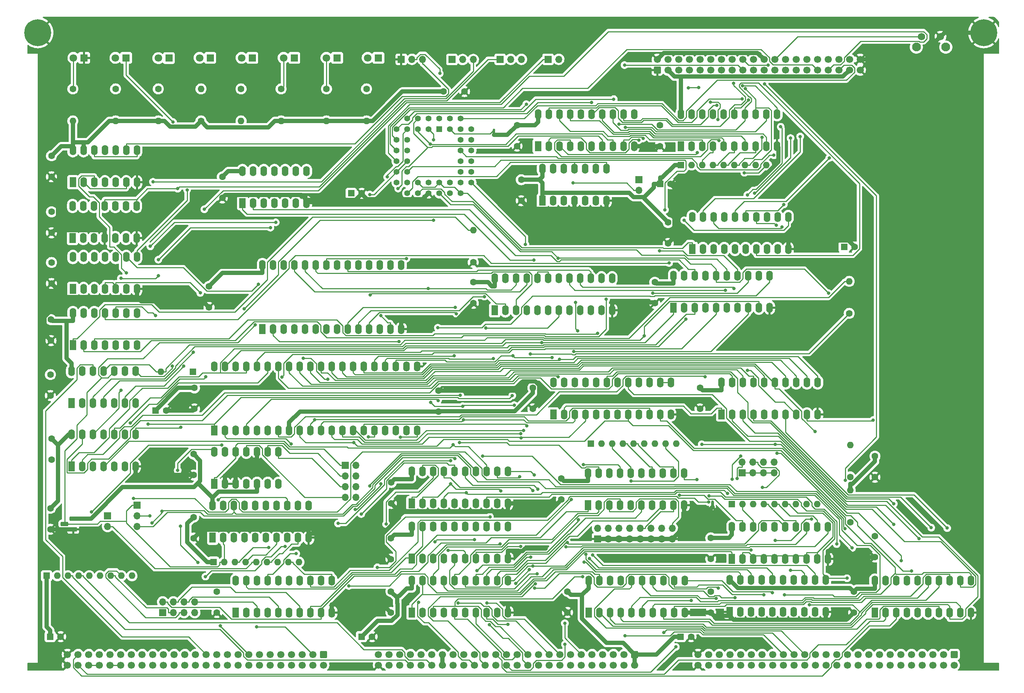
<source format=gbr>
%TF.GenerationSoftware,KiCad,Pcbnew,(6.0.11)*%
%TF.CreationDate,2023-12-18T18:02:57-06:00*%
%TF.ProjectId,processor.65816,70726f63-6573-4736-9f72-2e3635383136,v1.00*%
%TF.SameCoordinates,Original*%
%TF.FileFunction,Copper,L1,Top*%
%TF.FilePolarity,Positive*%
%FSLAX46Y46*%
G04 Gerber Fmt 4.6, Leading zero omitted, Abs format (unit mm)*
G04 Created by KiCad (PCBNEW (6.0.11)) date 2023-12-18 18:02:57*
%MOMM*%
%LPD*%
G01*
G04 APERTURE LIST*
G04 Aperture macros list*
%AMRoundRect*
0 Rectangle with rounded corners*
0 $1 Rounding radius*
0 $2 $3 $4 $5 $6 $7 $8 $9 X,Y pos of 4 corners*
0 Add a 4 corners polygon primitive as box body*
4,1,4,$2,$3,$4,$5,$6,$7,$8,$9,$2,$3,0*
0 Add four circle primitives for the rounded corners*
1,1,$1+$1,$2,$3*
1,1,$1+$1,$4,$5*
1,1,$1+$1,$6,$7*
1,1,$1+$1,$8,$9*
0 Add four rect primitives between the rounded corners*
20,1,$1+$1,$2,$3,$4,$5,0*
20,1,$1+$1,$4,$5,$6,$7,0*
20,1,$1+$1,$6,$7,$8,$9,0*
20,1,$1+$1,$8,$9,$2,$3,0*%
G04 Aperture macros list end*
%TA.AperFunction,ComponentPad*%
%ADD10RoundRect,0.250000X-0.600000X0.600000X-0.600000X-0.600000X0.600000X-0.600000X0.600000X0.600000X0*%
%TD*%
%TA.AperFunction,ComponentPad*%
%ADD11C,1.700000*%
%TD*%
%TA.AperFunction,ComponentPad*%
%ADD12C,1.600000*%
%TD*%
%TA.AperFunction,ComponentPad*%
%ADD13R,1.600000X1.600000*%
%TD*%
%TA.AperFunction,ComponentPad*%
%ADD14R,1.800000X1.800000*%
%TD*%
%TA.AperFunction,ComponentPad*%
%ADD15C,1.800000*%
%TD*%
%TA.AperFunction,ComponentPad*%
%ADD16O,1.600000X1.600000*%
%TD*%
%TA.AperFunction,ComponentPad*%
%ADD17R,1.600000X2.400000*%
%TD*%
%TA.AperFunction,ComponentPad*%
%ADD18O,1.600000X2.400000*%
%TD*%
%TA.AperFunction,ComponentPad*%
%ADD19R,1.800000X1.100000*%
%TD*%
%TA.AperFunction,ComponentPad*%
%ADD20RoundRect,0.275000X0.625000X-0.275000X0.625000X0.275000X-0.625000X0.275000X-0.625000X-0.275000X0*%
%TD*%
%TA.AperFunction,ComponentPad*%
%ADD21C,6.400000*%
%TD*%
%TA.AperFunction,ComponentPad*%
%ADD22R,1.700000X1.700000*%
%TD*%
%TA.AperFunction,ComponentPad*%
%ADD23O,1.700000X1.700000*%
%TD*%
%TA.AperFunction,ComponentPad*%
%ADD24RoundRect,0.250000X0.600000X-0.600000X0.600000X0.600000X-0.600000X0.600000X-0.600000X-0.600000X0*%
%TD*%
%TA.AperFunction,ComponentPad*%
%ADD25R,1.422400X1.422400*%
%TD*%
%TA.AperFunction,ComponentPad*%
%ADD26C,1.422400*%
%TD*%
%TA.AperFunction,ComponentPad*%
%ADD27C,2.100000*%
%TD*%
%TA.AperFunction,ComponentPad*%
%ADD28C,1.750000*%
%TD*%
%TA.AperFunction,ComponentPad*%
%ADD29C,0.600000*%
%TD*%
%TA.AperFunction,ViaPad*%
%ADD30C,0.800000*%
%TD*%
%TA.AperFunction,Conductor*%
%ADD31C,0.250000*%
%TD*%
%TA.AperFunction,Conductor*%
%ADD32C,1.000000*%
%TD*%
G04 APERTURE END LIST*
%TO.C,NT4*%
G36*
X200800000Y-187850000D02*
G01*
X200200000Y-187850000D01*
X200200000Y-186650000D01*
X200800000Y-186650000D01*
X200800000Y-187850000D01*
G37*
%TO.C,NT3*%
G36*
X148800000Y-99350000D02*
G01*
X148200000Y-99350000D01*
X148200000Y-98150000D01*
X148800000Y-98150000D01*
X148800000Y-99350000D01*
G37*
%TD*%
D10*
%TO.P,P1,1,Pin_1*%
%TO.N,VCC*%
X108000000Y-223000000D03*
D11*
%TO.P,P1,2,Pin_2*%
X108000000Y-225540000D03*
%TO.P,P1,3,Pin_3*%
%TO.N,~{RD}*%
X105460000Y-223000000D03*
%TO.P,P1,4,Pin_4*%
%TO.N,/bus/E*%
X105460000Y-225540000D03*
%TO.P,P1,5,Pin_5*%
%TO.N,~{WR}*%
X102920000Y-223000000D03*
%TO.P,P1,6,Pin_6*%
%TO.N,/bus/ST*%
X102920000Y-225540000D03*
%TO.P,P1,7,Pin_7*%
%TO.N,~{IORQ}*%
X100380000Y-223000000D03*
%TO.P,P1,8,Pin_8*%
%TO.N,/bus/PHI*%
X100380000Y-225540000D03*
%TO.P,P1,9,Pin_9*%
%TO.N,~{MREQ}*%
X97840000Y-223000000D03*
%TO.P,P1,10,Pin_10*%
%TO.N,/bus/~{INT2}*%
X97840000Y-225540000D03*
%TO.P,P1,11,Pin_11*%
%TO.N,~{M1}*%
X95300000Y-223000000D03*
%TO.P,P1,12,Pin_12*%
%TO.N,/bus/~{INT1}*%
X95300000Y-225540000D03*
%TO.P,P1,13,Pin_13*%
%TO.N,/bus/~{BUSACK}*%
X92760000Y-223000000D03*
%TO.P,P1,14,Pin_14*%
%TO.N,/bus/CRUCLK*%
X92760000Y-225540000D03*
%TO.P,P1,15,Pin_15*%
%TO.N,bCLK*%
X90220000Y-223000000D03*
%TO.P,P1,16,Pin_16*%
%TO.N,/bus/CRUOUT*%
X90220000Y-225540000D03*
%TO.P,P1,17,Pin_17*%
%TO.N,~{INT0}*%
X87680000Y-223000000D03*
%TO.P,P1,18,Pin_18*%
%TO.N,/bus/CRUIN*%
X87680000Y-225540000D03*
%TO.P,P1,19,Pin_19*%
%TO.N,~{NMI}*%
X85140000Y-223000000D03*
%TO.P,P1,20,Pin_20*%
%TO.N,~{RES_IN}*%
X85140000Y-225540000D03*
%TO.P,P1,21,Pin_21*%
%TO.N,~{RES_OUT}*%
X82600000Y-223000000D03*
%TO.P,P1,22,Pin_22*%
%TO.N,/bus/USER8*%
X82600000Y-225540000D03*
%TO.P,P1,23,Pin_23*%
%TO.N,~{BUSRQ}*%
X80060000Y-223000000D03*
%TO.P,P1,24,Pin_24*%
%TO.N,/bus/USER7*%
X80060000Y-225540000D03*
%TO.P,P1,25,Pin_25*%
%TO.N,~{WAIT}*%
X77520000Y-223000000D03*
%TO.P,P1,26,Pin_26*%
%TO.N,/bus/USER6*%
X77520000Y-225540000D03*
%TO.P,P1,27,Pin_27*%
%TO.N,/bus/~{HALT}*%
X74980000Y-223000000D03*
%TO.P,P1,28,Pin_28*%
%TO.N,/bus/USER5*%
X74980000Y-225540000D03*
%TO.P,P1,29,Pin_29*%
%TO.N,/bus/~{RFSH}*%
X72440000Y-223000000D03*
%TO.P,P1,30,Pin_30*%
%TO.N,/bus/USER4*%
X72440000Y-225540000D03*
%TO.P,P1,31,Pin_31*%
%TO.N,/bus/~{EIRQ7}*%
X69900000Y-223000000D03*
%TO.P,P1,32,Pin_32*%
%TO.N,/bus/USER3*%
X69900000Y-225540000D03*
%TO.P,P1,33,Pin_33*%
%TO.N,/bus/~{EIRQ6}*%
X67360000Y-223000000D03*
%TO.P,P1,34,Pin_34*%
%TO.N,/bus/USER2*%
X67360000Y-225540000D03*
%TO.P,P1,35,Pin_35*%
%TO.N,/bus/~{EIRQ5}*%
X64820000Y-223000000D03*
%TO.P,P1,36,Pin_36*%
%TO.N,/bus/USER1*%
X64820000Y-225540000D03*
%TO.P,P1,37,Pin_37*%
%TO.N,/bus/~{EIRQ4}*%
X62280000Y-223000000D03*
%TO.P,P1,38,Pin_38*%
%TO.N,/bus/USER0*%
X62280000Y-225540000D03*
%TO.P,P1,39,Pin_39*%
%TO.N,/bus/~{EIRQ3}*%
X59740000Y-223000000D03*
%TO.P,P1,40,Pin_40*%
%TO.N,Net-(P1-Pad40)*%
X59740000Y-225540000D03*
%TO.P,P1,41,Pin_41*%
%TO.N,/bus/~{EIRQ2}*%
X57200000Y-223000000D03*
%TO.P,P1,42,Pin_42*%
%TO.N,Net-(P1-Pad40)*%
X57200000Y-225540000D03*
%TO.P,P1,43,Pin_43*%
%TO.N,/bus/~{EIRQ1}*%
X54660000Y-223000000D03*
%TO.P,P1,44,Pin_44*%
%TO.N,Net-(P1-Pad44)*%
X54660000Y-225540000D03*
%TO.P,P1,45,Pin_45*%
%TO.N,/bus/~{EIRQ0}*%
X52120000Y-223000000D03*
%TO.P,P1,46,Pin_46*%
%TO.N,Net-(P1-Pad44)*%
X52120000Y-225540000D03*
%TO.P,P1,47,Pin_47*%
%TO.N,I2C_SCL*%
X49580000Y-223000000D03*
%TO.P,P1,48,Pin_48*%
%TO.N,I2C_SDA*%
X49580000Y-225540000D03*
%TO.P,P1,49,Pin_49*%
%TO.N,GND*%
X47040000Y-223000000D03*
%TO.P,P1,50,Pin_50*%
X47040000Y-225540000D03*
%TD*%
D12*
%TO.P,C2,1*%
%TO.N,VCC*%
X124000000Y-208000000D03*
%TO.P,C2,2*%
%TO.N,GND*%
X124000000Y-213000000D03*
%TD*%
%TO.P,C3,1*%
%TO.N,VCC*%
X43255000Y-129710000D03*
%TO.P,C3,2*%
%TO.N,GND*%
X43255000Y-134710000D03*
%TD*%
%TO.P,C4,1*%
%TO.N,VCC*%
X157750000Y-159550000D03*
%TO.P,C4,2*%
%TO.N,GND*%
X157750000Y-164550000D03*
%TD*%
%TO.P,C5,1*%
%TO.N,VCC*%
X77075000Y-190300000D03*
%TO.P,C5,2*%
%TO.N,GND*%
X77075000Y-195300000D03*
%TD*%
%TO.P,C6,1*%
%TO.N,VCC*%
X43000000Y-156380000D03*
%TO.P,C6,2*%
%TO.N,GND*%
X43000000Y-161380000D03*
%TD*%
%TO.P,C8,1*%
%TO.N,VCC*%
X166000000Y-208000000D03*
%TO.P,C8,2*%
%TO.N,GND*%
X166000000Y-213000000D03*
%TD*%
%TO.P,C9,1*%
%TO.N,VCC*%
X200075000Y-195250000D03*
%TO.P,C9,2*%
%TO.N,GND*%
X200075000Y-200250000D03*
%TD*%
%TO.P,C10,1*%
%TO.N,VCC*%
X43255000Y-171620000D03*
%TO.P,C10,2*%
%TO.N,GND*%
X43255000Y-176620000D03*
%TD*%
%TO.P,C11,1*%
%TO.N,VCC*%
X43255000Y-117645000D03*
%TO.P,C11,2*%
%TO.N,GND*%
X43255000Y-122645000D03*
%TD*%
%TO.P,C14,1*%
%TO.N,VCC*%
X189940000Y-120185000D03*
%TO.P,C14,2*%
%TO.N,GND*%
X189940000Y-125185000D03*
%TD*%
%TO.P,C15,1*%
%TO.N,VCC*%
X143600000Y-134400000D03*
%TO.P,C15,2*%
%TO.N,GND*%
X143600000Y-139400000D03*
%TD*%
D13*
%TO.P,C25,1*%
%TO.N,VCC*%
X42929600Y-218750000D03*
D12*
%TO.P,C25,2*%
%TO.N,GND*%
X45429600Y-218750000D03*
%TD*%
D13*
%TO.P,C26,1*%
%TO.N,VCC*%
X68019900Y-164900000D03*
D12*
%TO.P,C26,2*%
%TO.N,GND*%
X70519900Y-164900000D03*
%TD*%
%TO.P,C17,1*%
%TO.N,VCC*%
X80720000Y-135390000D03*
%TO.P,C17,2*%
%TO.N,GND*%
X80720000Y-140390000D03*
%TD*%
%TO.P,C20,1*%
%TO.N,VCC*%
X124000000Y-195300000D03*
%TO.P,C20,2*%
%TO.N,GND*%
X124000000Y-200300000D03*
%TD*%
%TO.P,C21,1*%
%TO.N,VCC*%
X77075000Y-175300000D03*
%TO.P,C21,2*%
%TO.N,GND*%
X77075000Y-180300000D03*
%TD*%
%TO.P,C22,1*%
%TO.N,VCC*%
X164540000Y-181145000D03*
%TO.P,C22,2*%
%TO.N,GND*%
X164540000Y-186145000D03*
%TD*%
%TO.P,C23,1*%
%TO.N,VCC*%
X135330000Y-165190000D03*
%TO.P,C23,2*%
%TO.N,GND*%
X135330000Y-160190000D03*
%TD*%
D13*
%TO.P,C27,1*%
%TO.N,VCC*%
X117000000Y-218750000D03*
D12*
%TO.P,C27,2*%
%TO.N,GND*%
X119500000Y-218750000D03*
%TD*%
D13*
%TO.P,C28,1*%
%TO.N,VCC*%
X192884700Y-218750000D03*
D12*
%TO.P,C28,2*%
%TO.N,GND*%
X195384700Y-218750000D03*
%TD*%
D13*
%TO.P,C29,1*%
%TO.N,VCC*%
X188044900Y-111000000D03*
D12*
%TO.P,C29,2*%
%TO.N,GND*%
X190544900Y-111000000D03*
%TD*%
D14*
%TO.P,D4,1,K*%
%TO.N,Net-(D4-Pad1)*%
X81000000Y-81000000D03*
D15*
%TO.P,D4,2,A*%
%TO.N,Net-(D4-Pad2)*%
X78460000Y-81000000D03*
%TD*%
D14*
%TO.P,D5,1,K*%
%TO.N,Net-(D5-Pad1)*%
X61000000Y-81000000D03*
D15*
%TO.P,D5,2,A*%
%TO.N,Net-(D5-Pad2)*%
X58460000Y-81000000D03*
%TD*%
D13*
%TO.P,D6,1,K*%
%TO.N,VCC*%
X76910000Y-155705000D03*
D16*
%TO.P,D6,2,A*%
%TO.N,10KA*%
X69290000Y-155705000D03*
%TD*%
D14*
%TO.P,D1,1,K*%
%TO.N,Net-(D1-Pad1)*%
X91000000Y-81000000D03*
D15*
%TO.P,D1,2,A*%
%TO.N,Net-(D1-Pad2)*%
X88460000Y-81000000D03*
%TD*%
D14*
%TO.P,D2,1,K*%
%TO.N,Net-(D2-Pad1)*%
X101000000Y-81000000D03*
D15*
%TO.P,D2,2,A*%
%TO.N,Net-(D2-Pad2)*%
X98460000Y-81000000D03*
%TD*%
D12*
%TO.P,R5,1*%
%TO.N,Net-(D3-Pad2)*%
X68655000Y-88395000D03*
D16*
%TO.P,R5,2*%
%TO.N,VCC*%
X68655000Y-96015000D03*
%TD*%
D12*
%TO.P,R6,1*%
%TO.N,Net-(D5-Pad2)*%
X58495000Y-88395000D03*
D16*
%TO.P,R6,2*%
%TO.N,VCC*%
X58495000Y-96015000D03*
%TD*%
D17*
%TO.P,U4,1*%
%TO.N,~{CPU-INT}*%
X48000000Y-163200000D03*
D18*
%TO.P,U4,2*%
%TO.N,Net-(D3-Pad1)*%
X50540000Y-163200000D03*
%TO.P,U4,3*%
%TO.N,~{CS_IO}*%
X53080000Y-163200000D03*
%TO.P,U4,4*%
%TO.N,Net-(D9-Pad1)*%
X55620000Y-163200000D03*
%TO.P,U4,5*%
%TO.N,~{NMI}*%
X58160000Y-163200000D03*
%TO.P,U4,6*%
%TO.N,Net-(D2-Pad1)*%
X60700000Y-163200000D03*
%TO.P,U4,7,GND*%
%TO.N,GND*%
X63240000Y-163200000D03*
%TO.P,U4,8*%
%TO.N,Net-(D5-Pad1)*%
X63240000Y-155580000D03*
%TO.P,U4,9*%
%TO.N,~{VP}*%
X60700000Y-155580000D03*
%TO.P,U4,10*%
%TO.N,~{RES_OUT}*%
X58160000Y-155580000D03*
%TO.P,U4,11*%
%TO.N,10KA*%
X55620000Y-155580000D03*
%TO.P,U4,12*%
%TO.N,~{BUSRQ}*%
X53080000Y-155580000D03*
%TO.P,U4,13*%
%TO.N,Net-(U21-Pad5)*%
X50540000Y-155580000D03*
%TO.P,U4,14,VCC*%
%TO.N,VCC*%
X48000000Y-155580000D03*
%TD*%
D17*
%TO.P,U5,1,OEa*%
%TO.N,~{65816EN}*%
X128975000Y-200200000D03*
D18*
%TO.P,U5,2,I0a*%
%TO.N,CPU-A8*%
X131515000Y-200200000D03*
%TO.P,U5,3,O3b*%
%TO.N,A15*%
X134055000Y-200200000D03*
%TO.P,U5,4,I1a*%
%TO.N,CPU-A9*%
X136595000Y-200200000D03*
%TO.P,U5,5,O2b*%
%TO.N,A14*%
X139135000Y-200200000D03*
%TO.P,U5,6,I2a*%
%TO.N,CPU-A10*%
X141675000Y-200200000D03*
%TO.P,U5,7,O1b*%
%TO.N,A13*%
X144215000Y-200200000D03*
%TO.P,U5,8,I3a*%
%TO.N,CPU-A11*%
X146755000Y-200200000D03*
%TO.P,U5,9,O0b*%
%TO.N,A12*%
X149295000Y-200200000D03*
%TO.P,U5,10,GND*%
%TO.N,GND*%
X151835000Y-200200000D03*
%TO.P,U5,11,I0b*%
%TO.N,CPU-A12*%
X151835000Y-192580000D03*
%TO.P,U5,12,O3a*%
%TO.N,A11*%
X149295000Y-192580000D03*
%TO.P,U5,13,I1b*%
%TO.N,CPU-A13*%
X146755000Y-192580000D03*
%TO.P,U5,14,O2a*%
%TO.N,A10*%
X144215000Y-192580000D03*
%TO.P,U5,15,I2b*%
%TO.N,CPU-A14*%
X141675000Y-192580000D03*
%TO.P,U5,16,O1a*%
%TO.N,A9*%
X139135000Y-192580000D03*
%TO.P,U5,17,I3b*%
%TO.N,CPU-A15*%
X136595000Y-192580000D03*
%TO.P,U5,18,O0a*%
%TO.N,A8*%
X134055000Y-192580000D03*
%TO.P,U5,19,OEb*%
%TO.N,~{65816EN}*%
X131515000Y-192580000D03*
%TO.P,U5,20,VCC*%
%TO.N,VCC*%
X128975000Y-192580000D03*
%TD*%
D17*
%TO.P,U6,1,OEa*%
%TO.N,~{65816EN}*%
X81575000Y-195200000D03*
D18*
%TO.P,U6,2,I0a*%
%TO.N,~{RES_OUT}*%
X84115000Y-195200000D03*
%TO.P,U6,3,O3b*%
%TO.N,unconnected-(U6-Pad3)*%
X86655000Y-195200000D03*
%TO.P,U6,4,I1a*%
%TO.N,INT_CLK*%
X89195000Y-195200000D03*
%TO.P,U6,5,O2b*%
%TO.N,~{CPU-INT}*%
X91735000Y-195200000D03*
%TO.P,U6,6,I2a*%
%TO.N,unconnected-(U6-Pad6)*%
X94275000Y-195200000D03*
%TO.P,U6,7,O1b*%
%TO.N,~{CPU-NMI}*%
X96815000Y-195200000D03*
%TO.P,U6,8,I3a*%
%TO.N,unconnected-(U6-Pad8)*%
X99355000Y-195200000D03*
%TO.P,U6,9,O0b*%
%TO.N,~{CPU-WAIT}*%
X101895000Y-195200000D03*
%TO.P,U6,10,GND*%
%TO.N,GND*%
X104435000Y-195200000D03*
%TO.P,U6,11,I0b*%
%TO.N,~{WAIT}*%
X104435000Y-187580000D03*
%TO.P,U6,12,O3a*%
%TO.N,unconnected-(U6-Pad12)*%
X101895000Y-187580000D03*
%TO.P,U6,13,I1b*%
%TO.N,~{NMI}*%
X99355000Y-187580000D03*
%TO.P,U6,14,O2a*%
%TO.N,unconnected-(U6-Pad14)*%
X96815000Y-187580000D03*
%TO.P,U6,15,I2b*%
%TO.N,~{INT0}*%
X94275000Y-187580000D03*
%TO.P,U6,16,O1a*%
%TO.N,Net-(JP3-Pad1)*%
X91735000Y-187580000D03*
%TO.P,U6,17,I3b*%
%TO.N,unconnected-(U6-Pad17)*%
X89195000Y-187580000D03*
%TO.P,U6,18,O0a*%
%TO.N,~{CPU-RESET}*%
X86655000Y-187580000D03*
%TO.P,U6,19,OEb*%
%TO.N,~{ENABLEINT}*%
X84115000Y-187580000D03*
%TO.P,U6,20,VCC*%
%TO.N,VCC*%
X81575000Y-187580000D03*
%TD*%
D17*
%TO.P,U8,1,A->B*%
%TO.N,DATA-DIR*%
X171000000Y-213000000D03*
D18*
%TO.P,U8,2,A0*%
%TO.N,CPU-D0*%
X173540000Y-213000000D03*
%TO.P,U8,3,A1*%
%TO.N,CPU-D1*%
X176080000Y-213000000D03*
%TO.P,U8,4,A2*%
%TO.N,CPU-D2*%
X178620000Y-213000000D03*
%TO.P,U8,5,A3*%
%TO.N,CPU-D3*%
X181160000Y-213000000D03*
%TO.P,U8,6,A4*%
%TO.N,CPU-D4*%
X183700000Y-213000000D03*
%TO.P,U8,7,A5*%
%TO.N,CPU-D5*%
X186240000Y-213000000D03*
%TO.P,U8,8,A6*%
%TO.N,CPU-D6*%
X188780000Y-213000000D03*
%TO.P,U8,9,A7*%
%TO.N,CPU-D7*%
X191320000Y-213000000D03*
%TO.P,U8,10,GND*%
%TO.N,GND*%
X193860000Y-213000000D03*
%TO.P,U8,11,B7*%
%TO.N,D7*%
X193860000Y-205380000D03*
%TO.P,U8,12,B6*%
%TO.N,D6*%
X191320000Y-205380000D03*
%TO.P,U8,13,B5*%
%TO.N,D5*%
X188780000Y-205380000D03*
%TO.P,U8,14,B4*%
%TO.N,D4*%
X186240000Y-205380000D03*
%TO.P,U8,15,B3*%
%TO.N,D3*%
X183700000Y-205380000D03*
%TO.P,U8,16,B2*%
%TO.N,D2*%
X181160000Y-205380000D03*
%TO.P,U8,17,B1*%
%TO.N,D1*%
X178620000Y-205380000D03*
%TO.P,U8,18,B0*%
%TO.N,D0*%
X176080000Y-205380000D03*
%TO.P,U8,19,CE*%
%TO.N,~{65816EN}*%
X173540000Y-205380000D03*
%TO.P,U8,20,VCC*%
%TO.N,VCC*%
X171000000Y-205380000D03*
%TD*%
D19*
%TO.P,U15,1,Pin_1*%
%TO.N,GND*%
X48400000Y-193200000D03*
D20*
%TO.P,U15,2,Pin_2*%
%TO.N,~{RES_OUT}*%
X46330000Y-191930000D03*
%TO.P,U15,3,Pin_3*%
%TO.N,VCC*%
X48400000Y-190660000D03*
%TD*%
D17*
%TO.P,U1,1,OEa*%
%TO.N,~{65816EN}*%
X128975000Y-213000000D03*
D18*
%TO.P,U1,2,I0a*%
%TO.N,CPU-A0*%
X131515000Y-213000000D03*
%TO.P,U1,3,O3b*%
%TO.N,A7*%
X134055000Y-213000000D03*
%TO.P,U1,4,I1a*%
%TO.N,CPU-A1*%
X136595000Y-213000000D03*
%TO.P,U1,5,O2b*%
%TO.N,A6*%
X139135000Y-213000000D03*
%TO.P,U1,6,I2a*%
%TO.N,CPU-A2*%
X141675000Y-213000000D03*
%TO.P,U1,7,O1b*%
%TO.N,A5*%
X144215000Y-213000000D03*
%TO.P,U1,8,I3a*%
%TO.N,CPU-A3*%
X146755000Y-213000000D03*
%TO.P,U1,9,O0b*%
%TO.N,A4*%
X149295000Y-213000000D03*
%TO.P,U1,10,GND*%
%TO.N,GND*%
X151835000Y-213000000D03*
%TO.P,U1,11,I0b*%
%TO.N,CPU-A4*%
X151835000Y-205380000D03*
%TO.P,U1,12,O3a*%
%TO.N,A3*%
X149295000Y-205380000D03*
%TO.P,U1,13,I1b*%
%TO.N,CPU-A5*%
X146755000Y-205380000D03*
%TO.P,U1,14,O2a*%
%TO.N,A2*%
X144215000Y-205380000D03*
%TO.P,U1,15,I2b*%
%TO.N,CPU-A6*%
X141675000Y-205380000D03*
%TO.P,U1,16,O1a*%
%TO.N,A1*%
X139135000Y-205380000D03*
%TO.P,U1,17,I3b*%
%TO.N,CPU-A7*%
X136595000Y-205380000D03*
%TO.P,U1,18,O0a*%
%TO.N,A0*%
X134055000Y-205380000D03*
%TO.P,U1,19,OEb*%
%TO.N,~{65816EN}*%
X131515000Y-205380000D03*
%TO.P,U1,20,VCC*%
%TO.N,VCC*%
X128975000Y-205380000D03*
%TD*%
D10*
%TO.P,P2,1,Pin_1*%
%TO.N,VCC*%
X182000000Y-223000000D03*
D11*
%TO.P,P2,2,Pin_2*%
X182000000Y-225540000D03*
%TO.P,P2,3,Pin_3*%
%TO.N,A15*%
X179460000Y-223000000D03*
%TO.P,P2,4,Pin_4*%
%TO.N,/bus/A31*%
X179460000Y-225540000D03*
%TO.P,P2,5,Pin_5*%
%TO.N,A14*%
X176920000Y-223000000D03*
%TO.P,P2,6,Pin_6*%
%TO.N,/bus/A30*%
X176920000Y-225540000D03*
%TO.P,P2,7,Pin_7*%
%TO.N,A13*%
X174380000Y-223000000D03*
%TO.P,P2,8,Pin_8*%
%TO.N,/bus/A29*%
X174380000Y-225540000D03*
%TO.P,P2,9,Pin_9*%
%TO.N,A12*%
X171840000Y-223000000D03*
%TO.P,P2,10,Pin_10*%
%TO.N,/bus/A28*%
X171840000Y-225540000D03*
%TO.P,P2,11,Pin_11*%
%TO.N,A11*%
X169300000Y-223000000D03*
%TO.P,P2,12,Pin_12*%
%TO.N,/bus/A27*%
X169300000Y-225540000D03*
%TO.P,P2,13,Pin_13*%
%TO.N,A10*%
X166760000Y-223000000D03*
%TO.P,P2,14,Pin_14*%
%TO.N,/bus/A26*%
X166760000Y-225540000D03*
%TO.P,P2,15,Pin_15*%
%TO.N,A9*%
X164220000Y-223000000D03*
%TO.P,P2,16,Pin_16*%
%TO.N,/bus/A25*%
X164220000Y-225540000D03*
%TO.P,P2,17,Pin_17*%
%TO.N,A8*%
X161680000Y-223000000D03*
%TO.P,P2,18,Pin_18*%
%TO.N,/bus/A24*%
X161680000Y-225540000D03*
%TO.P,P2,19,Pin_19*%
%TO.N,+12V*%
X159140000Y-223000000D03*
%TO.P,P2,20,Pin_20*%
X159140000Y-225540000D03*
%TO.P,P2,21,Pin_21*%
%TO.N,A7*%
X156600000Y-223000000D03*
%TO.P,P2,22,Pin_22*%
%TO.N,A23*%
X156600000Y-225540000D03*
%TO.P,P2,23,Pin_23*%
%TO.N,A6*%
X154060000Y-223000000D03*
%TO.P,P2,24,Pin_24*%
%TO.N,A22*%
X154060000Y-225540000D03*
%TO.P,P2,25,Pin_25*%
%TO.N,A5*%
X151520000Y-223000000D03*
%TO.P,P2,26,Pin_26*%
%TO.N,A21*%
X151520000Y-225540000D03*
%TO.P,P2,27,Pin_27*%
%TO.N,A4*%
X148980000Y-223000000D03*
%TO.P,P2,28,Pin_28*%
%TO.N,A20*%
X148980000Y-225540000D03*
%TO.P,P2,29,Pin_29*%
%TO.N,A3*%
X146440000Y-223000000D03*
%TO.P,P2,30,Pin_30*%
%TO.N,A19*%
X146440000Y-225540000D03*
%TO.P,P2,31,Pin_31*%
%TO.N,A2*%
X143900000Y-223000000D03*
%TO.P,P2,32,Pin_32*%
%TO.N,A18*%
X143900000Y-225540000D03*
%TO.P,P2,33,Pin_33*%
%TO.N,A1*%
X141360000Y-223000000D03*
%TO.P,P2,34,Pin_34*%
%TO.N,A17*%
X141360000Y-225540000D03*
%TO.P,P2,35,Pin_35*%
%TO.N,A0*%
X138820000Y-223000000D03*
%TO.P,P2,36,Pin_36*%
%TO.N,A16*%
X138820000Y-225540000D03*
%TO.P,P2,37,Pin_37*%
%TO.N,-12V*%
X136280000Y-223000000D03*
%TO.P,P2,38,Pin_38*%
X136280000Y-225540000D03*
%TO.P,P2,39,Pin_39*%
%TO.N,/bus/IC3*%
X133740000Y-223000000D03*
%TO.P,P2,40,Pin_40*%
%TO.N,~{TEND1}*%
X133740000Y-225540000D03*
%TO.P,P2,41,Pin_41*%
%TO.N,/bus/IC2*%
X131200000Y-223000000D03*
%TO.P,P2,42,Pin_42*%
%TO.N,~{DREQ1}*%
X131200000Y-225540000D03*
%TO.P,P2,43,Pin_43*%
%TO.N,/bus/IC1*%
X128660000Y-223000000D03*
%TO.P,P2,44,Pin_44*%
%TO.N,~{TEND0}*%
X128660000Y-225540000D03*
%TO.P,P2,45,Pin_45*%
%TO.N,/bus/IC0*%
X126120000Y-223000000D03*
%TO.P,P2,46,Pin_46*%
%TO.N,~{DREQ0}*%
X126120000Y-225540000D03*
%TO.P,P2,47,Pin_47*%
%TO.N,/bus/AUXCLK1*%
X123580000Y-223000000D03*
%TO.P,P2,48,Pin_48*%
%TO.N,/bus/AUXCLK0*%
X123580000Y-225540000D03*
%TO.P,P2,49,Pin_49*%
%TO.N,GND*%
X121040000Y-223000000D03*
%TO.P,P2,50,Pin_50*%
X121040000Y-225540000D03*
%TD*%
D21*
%TO.P,H2,1,1*%
%TO.N,GND*%
X265000000Y-75000000D03*
%TD*%
D13*
%TO.P,RN1,1,common*%
%TO.N,VCC*%
X81800000Y-201000000D03*
D16*
%TO.P,RN1,2,R1*%
%TO.N,~{RES_OUT}*%
X84340000Y-201000000D03*
%TO.P,RN1,3,R2*%
%TO.N,~{DREQ0}*%
X86880000Y-201000000D03*
%TO.P,RN1,4,R3*%
%TO.N,~{CPU-NMI}*%
X89420000Y-201000000D03*
%TO.P,RN1,5,R4*%
%TO.N,~{CPU-INT}*%
X91960000Y-201000000D03*
%TO.P,RN1,6,R5*%
%TO.N,~{CPU-WAIT}*%
X94500000Y-201000000D03*
%TO.P,RN1,7,R6*%
%TO.N,~{BUSRQ}*%
X97040000Y-201000000D03*
%TO.P,RN1,8,R7*%
%TO.N,~{CPU-IORQ}*%
X99580000Y-201000000D03*
%TO.P,RN1,9,R8*%
%TO.N,~{DREQ1}*%
X102120000Y-201000000D03*
%TD*%
D17*
%TO.P,U11,1,OEa*%
%TO.N,~{65816EN}*%
X87075000Y-213025000D03*
D18*
%TO.P,U11,2,I0a*%
%TO.N,unconnected-(U11-Pad2)*%
X89615000Y-213025000D03*
%TO.P,U11,3,O3b*%
%TO.N,~{RD}*%
X92155000Y-213025000D03*
%TO.P,U11,4,I1a*%
%TO.N,unconnected-(U11-Pad4)*%
X94695000Y-213025000D03*
%TO.P,U11,5,O2b*%
%TO.N,~{WR}*%
X97235000Y-213025000D03*
%TO.P,U11,6,I2a*%
%TO.N,unconnected-(U11-Pad6)*%
X99775000Y-213025000D03*
%TO.P,U11,7,O1b*%
%TO.N,~{MREQ}*%
X102315000Y-213025000D03*
%TO.P,U11,8,I3a*%
%TO.N,~{CPU-M1}*%
X104855000Y-213025000D03*
%TO.P,U11,9,O0b*%
%TO.N,~{IORQ}*%
X107395000Y-213025000D03*
%TO.P,U11,10,GND*%
%TO.N,GND*%
X109935000Y-213025000D03*
%TO.P,U11,11,I0b*%
%TO.N,~{CPU-IORQ}*%
X109935000Y-205405000D03*
%TO.P,U11,12,O3a*%
%TO.N,~{M1}*%
X107395000Y-205405000D03*
%TO.P,U11,13,I1b*%
%TO.N,~{CPU-MREQ}*%
X104855000Y-205405000D03*
%TO.P,U11,14,O2a*%
%TO.N,unconnected-(U11-Pad14)*%
X102315000Y-205405000D03*
%TO.P,U11,15,I2b*%
%TO.N,~{CPU-WR}*%
X99775000Y-205405000D03*
%TO.P,U11,16,O1a*%
%TO.N,unconnected-(U11-Pad16)*%
X97235000Y-205405000D03*
%TO.P,U11,17,I3b*%
%TO.N,~{CPU-RD}*%
X94695000Y-205405000D03*
%TO.P,U11,18,O0a*%
%TO.N,unconnected-(U11-Pad18)*%
X92155000Y-205405000D03*
%TO.P,U11,19,OEb*%
%TO.N,~{65816EN}*%
X89615000Y-205405000D03*
%TO.P,U11,20,VCC*%
%TO.N,VCC*%
X87075000Y-205405000D03*
%TD*%
D12*
%TO.P,C19,1*%
%TO.N,VCC*%
X43000000Y-188200000D03*
%TO.P,C19,2*%
%TO.N,GND*%
X43000000Y-193200000D03*
%TD*%
%TO.P,C18,1*%
%TO.N,VCC*%
X43125000Y-143300000D03*
%TO.P,C18,2*%
%TO.N,GND*%
X43125000Y-148300000D03*
%TD*%
%TO.P,C12,1*%
%TO.N,VCC*%
X77250000Y-159550000D03*
%TO.P,C12,2*%
%TO.N,GND*%
X77250000Y-164550000D03*
%TD*%
%TO.P,C16,1*%
%TO.N,VCC*%
X82575000Y-208025000D03*
%TO.P,C16,2*%
%TO.N,GND*%
X82575000Y-213025000D03*
%TD*%
D17*
%TO.P,U3,1*%
%TO.N,CLK*%
X48000000Y-178200000D03*
D18*
%TO.P,U3,2*%
%TO.N,Net-(U18-Pad19)*%
X50540000Y-178200000D03*
%TO.P,U3,3*%
%TO.N,Net-(U24-Pad15)*%
X53080000Y-178200000D03*
%TO.P,U3,4*%
%TO.N,CPU-A21*%
X55620000Y-178200000D03*
%TO.P,U3,5*%
%TO.N,~{65816EN}*%
X58160000Y-178200000D03*
%TO.P,U3,6*%
%TO.N,65816EN*%
X60700000Y-178200000D03*
%TO.P,U3,7,GND*%
%TO.N,GND*%
X63240000Y-178200000D03*
%TO.P,U3,8*%
%TO.N,Net-(D1-Pad2)*%
X63240000Y-170580000D03*
%TO.P,U3,9*%
%TO.N,EMU*%
X60700000Y-170580000D03*
%TO.P,U3,10*%
%TO.N,Net-(U14-Pad39)*%
X58160000Y-170580000D03*
%TO.P,U3,11*%
%TO.N,~{CPU-RESET}*%
X55620000Y-170580000D03*
%TO.P,U3,12*%
%TO.N,Net-(U26-Pad4)*%
X53080000Y-170580000D03*
%TO.P,U3,13*%
%TO.N,Net-(U22-Pad19)*%
X50540000Y-170580000D03*
%TO.P,U3,14,VCC*%
%TO.N,VCC*%
X48000000Y-170580000D03*
%TD*%
D21*
%TO.P,H1,1,1*%
%TO.N,GND*%
X40000000Y-75000000D03*
%TD*%
D14*
%TO.P,D7,1,K*%
%TO.N,GND*%
X51000000Y-81000000D03*
D15*
%TO.P,D7,2,A*%
%TO.N,Net-(D7-Pad2)*%
X48460000Y-81000000D03*
%TD*%
D10*
%TO.P,P3,1,Pin_1*%
%TO.N,VCC*%
X258000000Y-223000000D03*
D11*
%TO.P,P3,2,Pin_2*%
X258000000Y-225540000D03*
%TO.P,P3,3,Pin_3*%
%TO.N,/bus/D15*%
X255460000Y-223000000D03*
%TO.P,P3,4,Pin_4*%
%TO.N,/bus/D31*%
X255460000Y-225540000D03*
%TO.P,P3,5,Pin_5*%
%TO.N,/bus/D14*%
X252920000Y-223000000D03*
%TO.P,P3,6,Pin_6*%
%TO.N,/bus/D30*%
X252920000Y-225540000D03*
%TO.P,P3,7,Pin_7*%
%TO.N,/bus/D13*%
X250380000Y-223000000D03*
%TO.P,P3,8,Pin_8*%
%TO.N,/bus/D29*%
X250380000Y-225540000D03*
%TO.P,P3,9,Pin_9*%
%TO.N,/bus/D12*%
X247840000Y-223000000D03*
%TO.P,P3,10,Pin_10*%
%TO.N,/bus/D28*%
X247840000Y-225540000D03*
%TO.P,P3,11,Pin_11*%
%TO.N,/bus/D11*%
X245300000Y-223000000D03*
%TO.P,P3,12,Pin_12*%
%TO.N,/bus/D27*%
X245300000Y-225540000D03*
%TO.P,P3,13,Pin_13*%
%TO.N,/bus/D10*%
X242760000Y-223000000D03*
%TO.P,P3,14,Pin_14*%
%TO.N,/bus/D26*%
X242760000Y-225540000D03*
%TO.P,P3,15,Pin_15*%
%TO.N,/bus/D9*%
X240220000Y-223000000D03*
%TO.P,P3,16,Pin_16*%
%TO.N,/bus/D25*%
X240220000Y-225540000D03*
%TO.P,P3,17,Pin_17*%
%TO.N,/bus/D8*%
X237680000Y-223000000D03*
%TO.P,P3,18,Pin_18*%
%TO.N,/bus/D24*%
X237680000Y-225540000D03*
%TO.P,P3,19,Pin_19*%
%TO.N,D7*%
X235140000Y-223000000D03*
%TO.P,P3,20,Pin_20*%
%TO.N,/bus/D23*%
X235140000Y-225540000D03*
%TO.P,P3,21,Pin_21*%
%TO.N,D6*%
X232600000Y-223000000D03*
%TO.P,P3,22,Pin_22*%
%TO.N,/bus/D22*%
X232600000Y-225540000D03*
%TO.P,P3,23,Pin_23*%
%TO.N,D5*%
X230060000Y-223000000D03*
%TO.P,P3,24,Pin_24*%
%TO.N,/bus/D21*%
X230060000Y-225540000D03*
%TO.P,P3,25,Pin_25*%
%TO.N,D4*%
X227520000Y-223000000D03*
%TO.P,P3,26,Pin_26*%
%TO.N,/bus/D20*%
X227520000Y-225540000D03*
%TO.P,P3,27,Pin_27*%
%TO.N,D3*%
X224980000Y-223000000D03*
%TO.P,P3,28,Pin_28*%
%TO.N,/bus/D19*%
X224980000Y-225540000D03*
%TO.P,P3,29,Pin_29*%
%TO.N,D2*%
X222440000Y-223000000D03*
%TO.P,P3,30,Pin_30*%
%TO.N,/bus/D18*%
X222440000Y-225540000D03*
%TO.P,P3,31,Pin_31*%
%TO.N,D1*%
X219900000Y-223000000D03*
%TO.P,P3,32,Pin_32*%
%TO.N,/bus/D17*%
X219900000Y-225540000D03*
%TO.P,P3,33,Pin_33*%
%TO.N,D0*%
X217360000Y-223000000D03*
%TO.P,P3,34,Pin_34*%
%TO.N,/bus/D16*%
X217360000Y-225540000D03*
%TO.P,P3,35,Pin_35*%
%TO.N,/bus/~{BUSERR}*%
X214820000Y-223000000D03*
%TO.P,P3,36,Pin_36*%
%TO.N,/bus/UDS*%
X214820000Y-225540000D03*
%TO.P,P3,37,Pin_37*%
%TO.N,/bus/~{VPA}*%
X212280000Y-223000000D03*
%TO.P,P3,38,Pin_38*%
%TO.N,/bus/LDS*%
X212280000Y-225540000D03*
%TO.P,P3,39,Pin_39*%
%TO.N,/bus/~{VMA}*%
X209740000Y-223000000D03*
%TO.P,P3,40,Pin_40*%
%TO.N,/bus/S2*%
X209740000Y-225540000D03*
%TO.P,P3,41,Pin_41*%
%TO.N,/bus/~{BHE}*%
X207200000Y-223000000D03*
%TO.P,P3,42,Pin_42*%
%TO.N,/bus/S1*%
X207200000Y-225540000D03*
%TO.P,P3,43,Pin_43*%
%TO.N,/bus/IPL2*%
X204660000Y-223000000D03*
%TO.P,P3,44,Pin_44*%
%TO.N,/bus/S0*%
X204660000Y-225540000D03*
%TO.P,P3,45,Pin_45*%
%TO.N,/bus/IPL1*%
X202120000Y-223000000D03*
%TO.P,P3,46,Pin_46*%
%TO.N,/bus/AUXCLK3*%
X202120000Y-225540000D03*
%TO.P,P3,47,Pin_47*%
%TO.N,/bus/IPL0*%
X199580000Y-223000000D03*
%TO.P,P3,48,Pin_48*%
%TO.N,/bus/AUXCLK2*%
X199580000Y-225540000D03*
%TO.P,P3,49,Pin_49*%
%TO.N,GND*%
X197040000Y-223000000D03*
%TO.P,P3,50,Pin_50*%
X197040000Y-225540000D03*
%TD*%
D17*
%TO.P,U13,1,Pin_1*%
%TO.N,VCC*%
X48255000Y-123875000D03*
D18*
%TO.P,U13,2,Pin_2*%
%TO.N,unconnected-(U13-Pad2)*%
X50795000Y-123875000D03*
%TO.P,U13,3,Pin_3*%
%TO.N,unconnected-(U13-Pad3)*%
X53335000Y-123875000D03*
%TO.P,U13,4,Pin_4*%
%TO.N,GND*%
X55875000Y-123875000D03*
%TO.P,U13,5,Pin_5*%
%TO.N,unconnected-(U13-Pad5)*%
X58415000Y-123875000D03*
%TO.P,U13,6,Pin_6*%
%TO.N,unconnected-(U13-Pad6)*%
X60955000Y-123875000D03*
%TO.P,U13,7,Pin_7*%
%TO.N,GND*%
X63495000Y-123875000D03*
%TO.P,U13,8,Pin_8*%
%TO.N,INT_CLK*%
X63495000Y-116255000D03*
%TO.P,U13,9,Pin_9*%
%TO.N,unconnected-(U13-Pad9)*%
X60955000Y-116255000D03*
%TO.P,U13,10,Pin_10*%
%TO.N,unconnected-(U13-Pad10)*%
X58415000Y-116255000D03*
%TO.P,U13,11,Pin_11*%
%TO.N,INT_CLK*%
X55875000Y-116255000D03*
%TO.P,U13,12,Pin_12*%
%TO.N,unconnected-(U13-Pad12)*%
X53335000Y-116255000D03*
%TO.P,U13,13,Pin_13*%
%TO.N,unconnected-(U13-Pad13)*%
X50795000Y-116255000D03*
%TO.P,U13,14,Pin_14*%
%TO.N,VCC*%
X48255000Y-116255000D03*
%TD*%
D12*
%TO.P,C36,1*%
%TO.N,VCC*%
X188000000Y-97000000D03*
%TO.P,C36,2*%
%TO.N,GND*%
X188000000Y-102000000D03*
%TD*%
%TO.P,C38,1*%
%TO.N,VCC*%
X124075000Y-182050000D03*
%TO.P,C38,2*%
%TO.N,GND*%
X124075000Y-187050000D03*
%TD*%
D13*
%TO.P,C46,1*%
%TO.N,VCC*%
X114544900Y-113250000D03*
D12*
%TO.P,C46,2*%
%TO.N,GND*%
X117044900Y-113250000D03*
%TD*%
D14*
%TO.P,D8,1,K*%
%TO.N,Net-(D8-Pad1)*%
X121000000Y-81000000D03*
D15*
%TO.P,D8,2,A*%
%TO.N,Net-(D8-Pad2)*%
X118460000Y-81000000D03*
%TD*%
D17*
%TO.P,U19,1,VPP*%
%TO.N,unconnected-(U19-Pad1)*%
X93430000Y-145550000D03*
D18*
%TO.P,U19,2,A12*%
%TO.N,CPU-A12*%
X95970000Y-145550000D03*
%TO.P,U19,3,A7*%
%TO.N,CPU-A7*%
X98510000Y-145550000D03*
%TO.P,U19,4,A6*%
%TO.N,CPU-A6*%
X101050000Y-145550000D03*
%TO.P,U19,5,A5*%
%TO.N,CPU-A5*%
X103590000Y-145550000D03*
%TO.P,U19,6,A4*%
%TO.N,CPU-A4*%
X106130000Y-145550000D03*
%TO.P,U19,7,A3*%
%TO.N,CPU-A3*%
X108670000Y-145550000D03*
%TO.P,U19,8,A2*%
%TO.N,CPU-A2*%
X111210000Y-145550000D03*
%TO.P,U19,9,A1*%
%TO.N,CPU-A1*%
X113750000Y-145550000D03*
%TO.P,U19,10,A0*%
%TO.N,CPU-A0*%
X116290000Y-145550000D03*
%TO.P,U19,11,D0*%
%TO.N,CPU-D0*%
X118830000Y-145550000D03*
%TO.P,U19,12,D1*%
%TO.N,CPU-D1*%
X121370000Y-145550000D03*
%TO.P,U19,13,D2*%
%TO.N,CPU-D2*%
X123910000Y-145550000D03*
%TO.P,U19,14,GND*%
%TO.N,GND*%
X126450000Y-145550000D03*
%TO.P,U19,15,D3*%
%TO.N,CPU-D3*%
X126450000Y-130310000D03*
%TO.P,U19,16,D4*%
%TO.N,CPU-D4*%
X123910000Y-130310000D03*
%TO.P,U19,17,D5*%
%TO.N,CPU-D5*%
X121370000Y-130310000D03*
%TO.P,U19,18,D6*%
%TO.N,CPU-D6*%
X118830000Y-130310000D03*
%TO.P,U19,19,D7*%
%TO.N,CPU-D7*%
X116290000Y-130310000D03*
%TO.P,U19,20,~{CE}*%
%TO.N,~{ONBOARD_ROM}*%
X113750000Y-130310000D03*
%TO.P,U19,21,A10*%
%TO.N,CPU-A10*%
X111210000Y-130310000D03*
%TO.P,U19,22,~{OE}*%
%TO.N,ZERO*%
X108670000Y-130310000D03*
%TO.P,U19,23,A11*%
%TO.N,CPU-A11*%
X106130000Y-130310000D03*
%TO.P,U19,24,A9*%
%TO.N,CPU-A9*%
X103590000Y-130310000D03*
%TO.P,U19,25,A8*%
%TO.N,CPU-A8*%
X101050000Y-130310000D03*
%TO.P,U19,26,NC*%
%TO.N,unconnected-(U19-Pad26)*%
X98510000Y-130310000D03*
%TO.P,U19,27,~{PGM}*%
%TO.N,ONE*%
X95970000Y-130310000D03*
%TO.P,U19,28,VCC*%
%TO.N,VCC*%
X93430000Y-130310000D03*
%TD*%
D17*
%TO.P,U7,1*%
%TO.N,UART_INT*%
X48335000Y-149355000D03*
D18*
%TO.P,U7,2*%
%TO.N,Net-(JP13-Pad1)*%
X50875000Y-149355000D03*
%TO.P,U7,3*%
%TO.N,INT-I2C*%
X53415000Y-149355000D03*
%TO.P,U7,4*%
%TO.N,Net-(JP2-Pad1)*%
X55955000Y-149355000D03*
%TO.P,U7,5*%
%TO.N,65816EN*%
X58495000Y-149355000D03*
%TO.P,U7,6*%
%TO.N,Net-(D4-Pad1)*%
X61035000Y-149355000D03*
%TO.P,U7,7,GND*%
%TO.N,GND*%
X63575000Y-149355000D03*
%TO.P,U7,8*%
%TO.N,N/C*%
X63575000Y-141735000D03*
%TO.P,U7,9*%
X61035000Y-141735000D03*
%TO.P,U7,10*%
%TO.N,~{ENABLEINT}*%
X58495000Y-141735000D03*
%TO.P,U7,11*%
%TO.N,Net-(U25-Pad2)*%
X55955000Y-141735000D03*
%TO.P,U7,12*%
%TO.N,N/C*%
X53415000Y-141735000D03*
%TO.P,U7,13*%
X50875000Y-141735000D03*
%TO.P,U7,14,VCC*%
%TO.N,VCC*%
X48335000Y-141735000D03*
%TD*%
D13*
%TO.P,C1,1*%
%TO.N,10KA*%
X231794900Y-126000000D03*
D12*
%TO.P,C1,2*%
%TO.N,GND*%
X234294900Y-126000000D03*
%TD*%
D14*
%TO.P,D9,1,K*%
%TO.N,Net-(D9-Pad1)*%
X111180000Y-81000000D03*
D15*
%TO.P,D9,2,A*%
%TO.N,Net-(D9-Pad2)*%
X108640000Y-81000000D03*
%TD*%
D22*
%TO.P,JP7,1,Pin_1*%
%TO.N,Net-(JP7-Pad1)*%
X69700000Y-213025000D03*
D23*
%TO.P,JP7,2,Pin_2*%
%TO.N,~{IORQ}*%
X69700000Y-210485000D03*
%TO.P,JP7,3,Pin_3*%
%TO.N,Net-(JP7-Pad3)*%
X72240000Y-213025000D03*
%TO.P,JP7,4,Pin_4*%
%TO.N,~{MREQ}*%
X72240000Y-210485000D03*
%TO.P,JP7,5,Pin_5*%
%TO.N,Net-(JP7-Pad5)*%
X74780000Y-213025000D03*
%TO.P,JP7,6,Pin_6*%
%TO.N,~{WR}*%
X74780000Y-210485000D03*
%TO.P,JP7,7,Pin_7*%
%TO.N,Net-(JP7-Pad7)*%
X77320000Y-213025000D03*
%TO.P,JP7,8,Pin_8*%
%TO.N,~{RD}*%
X77320000Y-210485000D03*
%TD*%
D13*
%TO.P,RN4,1,common*%
%TO.N,VCC*%
X42075000Y-204250000D03*
D16*
%TO.P,RN4,2,R1*%
%TO.N,~{ABORT}*%
X44615000Y-204250000D03*
%TO.P,RN4,3,R2*%
%TO.N,~{TEND0}*%
X47155000Y-204250000D03*
%TO.P,RN4,4,R3*%
%TO.N,~{TEND1}*%
X49695000Y-204250000D03*
%TO.P,RN4,5,R4*%
%TO.N,~{CPU-RESET}*%
X52235000Y-204250000D03*
%TO.P,RN4,6,R5*%
%TO.N,Net-(JP7-Pad1)*%
X54775000Y-204250000D03*
%TO.P,RN4,7,R6*%
%TO.N,Net-(JP7-Pad3)*%
X57315000Y-204250000D03*
%TO.P,RN4,8,R7*%
%TO.N,Net-(JP7-Pad5)*%
X59855000Y-204250000D03*
%TO.P,RN4,9,R8*%
%TO.N,Net-(JP7-Pad7)*%
X62395000Y-204250000D03*
%TD*%
D24*
%TO.P,J11,1,Pin_1*%
%TO.N,GND*%
X187350000Y-83917500D03*
D11*
%TO.P,J11,2,Pin_2*%
X187350000Y-81377500D03*
%TO.P,J11,3,Pin_3*%
%TO.N,VCC*%
X189890000Y-83917500D03*
%TO.P,J11,4,Pin_4*%
X189890000Y-81377500D03*
%TO.P,J11,5,Pin_5*%
%TO.N,Net-(J11-Pad5)*%
X192430000Y-83917500D03*
%TO.P,J11,6,Pin_6*%
%TO.N,/fpanel/FP-D0*%
X192430000Y-81377500D03*
%TO.P,J11,7,Pin_7*%
%TO.N,Net-(J11-Pad7)*%
X194970000Y-83917500D03*
%TO.P,J11,8,Pin_8*%
%TO.N,/fpanel/FP-D1*%
X194970000Y-81377500D03*
%TO.P,J11,9,Pin_9*%
%TO.N,Net-(J11-Pad9)*%
X197510000Y-83917500D03*
%TO.P,J11,10,Pin_10*%
%TO.N,/fpanel/FP-D2*%
X197510000Y-81377500D03*
%TO.P,J11,11,Pin_11*%
%TO.N,Net-(J11-Pad11)*%
X200050000Y-83917500D03*
%TO.P,J11,12,Pin_12*%
%TO.N,/fpanel/FP-D3*%
X200050000Y-81377500D03*
%TO.P,J11,13,Pin_13*%
%TO.N,Net-(J11-Pad13)*%
X202590000Y-83917500D03*
%TO.P,J11,14,Pin_14*%
%TO.N,/fpanel/FP-D4*%
X202590000Y-81377500D03*
%TO.P,J11,15,Pin_15*%
%TO.N,Net-(J11-Pad15)*%
X205130000Y-83917500D03*
%TO.P,J11,16,Pin_16*%
%TO.N,/fpanel/FP-D5*%
X205130000Y-81377500D03*
%TO.P,J11,17,Pin_17*%
%TO.N,Net-(J11-Pad17)*%
X207670000Y-83917500D03*
%TO.P,J11,18,Pin_18*%
%TO.N,/fpanel/FP-D6*%
X207670000Y-81377500D03*
%TO.P,J11,19,Pin_19*%
%TO.N,Net-(J11-Pad19)*%
X210210000Y-83917500D03*
%TO.P,J11,20,Pin_20*%
%TO.N,/fpanel/FP-D7*%
X210210000Y-81377500D03*
%TO.P,J11,21,Pin_21*%
%TO.N,I2C_SDA*%
X212750000Y-83917500D03*
%TO.P,J11,22,Pin_22*%
%TO.N,GND*%
X212750000Y-81377500D03*
%TO.P,J11,23,Pin_23*%
%TO.N,I2C_SCL*%
X215290000Y-83917500D03*
%TO.P,J11,24,Pin_24*%
%TO.N,~{EXT_RES}*%
X215290000Y-81377500D03*
%TO.P,J11,25,Pin_25*%
%TO.N,GND*%
X217830000Y-83917500D03*
%TO.P,J11,26,Pin_26*%
%TO.N,O_1*%
X217830000Y-81377500D03*
%TO.P,J11,27,Pin_27*%
%TO.N,~{RTS}*%
X220370000Y-83917500D03*
%TO.P,J11,28,Pin_28*%
%TO.N,O_2*%
X220370000Y-81377500D03*
%TO.P,J11,29,Pin_29*%
%TO.N,O_7*%
X222910000Y-83917500D03*
%TO.P,J11,30,Pin_30*%
%TO.N,O_3*%
X222910000Y-81377500D03*
%TO.P,J11,31,Pin_31*%
%TO.N,RX*%
X225450000Y-83917500D03*
%TO.P,J11,32,Pin_32*%
%TO.N,O_4*%
X225450000Y-81377500D03*
%TO.P,J11,33,Pin_33*%
%TO.N,TX*%
X227990000Y-83917500D03*
%TO.P,J11,34,Pin_34*%
%TO.N,O_5*%
X227990000Y-81377500D03*
%TO.P,J11,35,Pin_35*%
%TO.N,~{CTS}*%
X230530000Y-83917500D03*
%TO.P,J11,36,Pin_36*%
%TO.N,O_6*%
X230530000Y-81377500D03*
%TO.P,J11,37,Pin_37*%
%TO.N,VCC*%
X233070000Y-83917500D03*
%TO.P,J11,38,Pin_38*%
X233070000Y-81377500D03*
%TO.P,J11,39,Pin_39*%
%TO.N,GND*%
X235610000Y-83917500D03*
%TO.P,J11,40,Pin_40*%
X235610000Y-81377500D03*
%TD*%
D13*
%TO.P,RN5,1,common*%
%TO.N,VCC*%
X193000000Y-106500000D03*
D16*
%TO.P,RN5,2,R1*%
%TO.N,/fpanel/FP-D0*%
X195540000Y-106500000D03*
%TO.P,RN5,3,R2*%
%TO.N,/fpanel/FP-D1*%
X198080000Y-106500000D03*
%TO.P,RN5,4,R3*%
%TO.N,/fpanel/FP-D2*%
X200620000Y-106500000D03*
%TO.P,RN5,5,R4*%
%TO.N,/fpanel/FP-D3*%
X203160000Y-106500000D03*
%TO.P,RN5,6,R5*%
%TO.N,/fpanel/FP-D4*%
X205700000Y-106500000D03*
%TO.P,RN5,7,R6*%
%TO.N,/fpanel/FP-D5*%
X208240000Y-106500000D03*
%TO.P,RN5,8,R7*%
%TO.N,/fpanel/FP-D6*%
X210780000Y-106500000D03*
%TO.P,RN5,9,R8*%
%TO.N,/fpanel/FP-D7*%
X213320000Y-106500000D03*
%TD*%
D17*
%TO.P,U31,1,OEa*%
%TO.N,~{FP-LATCH-RD}*%
X193000000Y-102000000D03*
D18*
%TO.P,U31,2,I0a*%
%TO.N,/fpanel/FP-D0*%
X195540000Y-102000000D03*
%TO.P,U31,3,O3b*%
%TO.N,CPU-D7*%
X198080000Y-102000000D03*
%TO.P,U31,4,I1a*%
%TO.N,/fpanel/FP-D1*%
X200620000Y-102000000D03*
%TO.P,U31,5,O2b*%
%TO.N,CPU-D6*%
X203160000Y-102000000D03*
%TO.P,U31,6,I2a*%
%TO.N,/fpanel/FP-D2*%
X205700000Y-102000000D03*
%TO.P,U31,7,O1b*%
%TO.N,CPU-D5*%
X208240000Y-102000000D03*
%TO.P,U31,8,I3a*%
%TO.N,/fpanel/FP-D3*%
X210780000Y-102000000D03*
%TO.P,U31,9,O0b*%
%TO.N,CPU-D4*%
X213320000Y-102000000D03*
%TO.P,U31,10,GND*%
%TO.N,GND*%
X215860000Y-102000000D03*
%TO.P,U31,11,I0b*%
%TO.N,/fpanel/FP-D4*%
X215860000Y-94380000D03*
%TO.P,U31,12,O3a*%
%TO.N,CPU-D3*%
X213320000Y-94380000D03*
%TO.P,U31,13,I1b*%
%TO.N,/fpanel/FP-D5*%
X210780000Y-94380000D03*
%TO.P,U31,14,O2a*%
%TO.N,CPU-D2*%
X208240000Y-94380000D03*
%TO.P,U31,15,I2b*%
%TO.N,/fpanel/FP-D6*%
X205700000Y-94380000D03*
%TO.P,U31,16,O1a*%
%TO.N,CPU-D1*%
X203160000Y-94380000D03*
%TO.P,U31,17,I3b*%
%TO.N,/fpanel/FP-D7*%
X200620000Y-94380000D03*
%TO.P,U31,18,O0a*%
%TO.N,CPU-D0*%
X198080000Y-94380000D03*
%TO.P,U31,19,OEb*%
%TO.N,~{FP-LATCH-RD}*%
X195540000Y-94380000D03*
%TO.P,U31,20,VCC*%
%TO.N,VCC*%
X193000000Y-94380000D03*
%TD*%
D17*
%TO.P,U33,1,OE*%
%TO.N,ZERO*%
X159000000Y-102000000D03*
D18*
%TO.P,U33,2,O0*%
%TO.N,Net-(J11-Pad5)*%
X161540000Y-102000000D03*
%TO.P,U33,3,D0*%
%TO.N,CPU-D0*%
X164080000Y-102000000D03*
%TO.P,U33,4,D1*%
%TO.N,CPU-D1*%
X166620000Y-102000000D03*
%TO.P,U33,5,O1*%
%TO.N,Net-(J11-Pad7)*%
X169160000Y-102000000D03*
%TO.P,U33,6,O2*%
%TO.N,Net-(J11-Pad9)*%
X171700000Y-102000000D03*
%TO.P,U33,7,D2*%
%TO.N,CPU-D2*%
X174240000Y-102000000D03*
%TO.P,U33,8,D3*%
%TO.N,CPU-D3*%
X176780000Y-102000000D03*
%TO.P,U33,9,O3*%
%TO.N,Net-(J11-Pad11)*%
X179320000Y-102000000D03*
%TO.P,U33,10,GND*%
%TO.N,GND*%
X181860000Y-102000000D03*
%TO.P,U33,11,Cp*%
%TO.N,FP-LATCH-WR*%
X181860000Y-94380000D03*
%TO.P,U33,12,O4*%
%TO.N,Net-(J11-Pad13)*%
X179320000Y-94380000D03*
%TO.P,U33,13,D4*%
%TO.N,CPU-D4*%
X176780000Y-94380000D03*
%TO.P,U33,14,D5*%
%TO.N,CPU-D5*%
X174240000Y-94380000D03*
%TO.P,U33,15,O5*%
%TO.N,Net-(J11-Pad15)*%
X171700000Y-94380000D03*
%TO.P,U33,16,O6*%
%TO.N,Net-(J11-Pad17)*%
X169160000Y-94380000D03*
%TO.P,U33,17,D6*%
%TO.N,CPU-D6*%
X166620000Y-94380000D03*
%TO.P,U33,18,D7*%
%TO.N,CPU-D7*%
X164080000Y-94380000D03*
%TO.P,U33,19,O7*%
%TO.N,Net-(J11-Pad19)*%
X161540000Y-94380000D03*
%TO.P,U33,20,VCC*%
%TO.N,VCC*%
X159000000Y-94380000D03*
%TD*%
D17*
%TO.P,U20,1,I0/CLK*%
%TO.N,unconnected-(U20-Pad1)*%
X162630000Y-165855000D03*
D18*
%TO.P,U20,2,I1*%
%TO.N,CPU-R~{W}*%
X165170000Y-165855000D03*
%TO.P,U20,3,I2*%
%TO.N,CPU-A2*%
X167710000Y-165855000D03*
%TO.P,U20,4,I3*%
%TO.N,CPU-A3*%
X170250000Y-165855000D03*
%TO.P,U20,5,I4*%
%TO.N,unconnected-(U20-Pad5)*%
X172790000Y-165855000D03*
%TO.P,U20,6,I5*%
%TO.N,unconnected-(U20-Pad6)*%
X175330000Y-165855000D03*
%TO.P,U20,7,I6*%
%TO.N,unconnected-(U20-Pad7)*%
X177870000Y-165855000D03*
%TO.P,U20,8,I7*%
%TO.N,CPU-A0*%
X180410000Y-165855000D03*
%TO.P,U20,9,I8*%
%TO.N,~{CS_IO}*%
X182950000Y-165855000D03*
%TO.P,U20,10,I9*%
%TO.N,CPU-A1*%
X185490000Y-165855000D03*
%TO.P,U20,11,I10*%
%TO.N,~{INT-I2C}*%
X188030000Y-165855000D03*
%TO.P,U20,12,GND*%
%TO.N,GND*%
X190570000Y-165855000D03*
%TO.P,U20,13,I11*%
%TO.N,/mapper/~{A}*%
X190570000Y-158235000D03*
%TO.P,U20,14,O9*%
X188030000Y-158235000D03*
%TO.P,U20,15,O8*%
%TO.N,unconnected-(U20-Pad15)*%
X185490000Y-158235000D03*
%TO.P,U20,16,O7*%
%TO.N,unconnected-(U20-Pad16)*%
X182950000Y-158235000D03*
%TO.P,U20,17,O6*%
%TO.N,~{CS_I2C_WR}*%
X180410000Y-158235000D03*
%TO.P,U20,18,O5*%
%TO.N,INT-I2C*%
X177870000Y-158235000D03*
%TO.P,U20,19,O4*%
%TO.N,~{CS_I2C}*%
X175330000Y-158235000D03*
%TO.P,U20,20,O3*%
%TO.N,OPTION_LATCH*%
X172790000Y-158235000D03*
%TO.P,U20,21,O2*%
%TO.N,~{FP-LATCH-RD}*%
X170250000Y-158235000D03*
%TO.P,U20,22,O1*%
%TO.N,FP-LATCH-WR*%
X167710000Y-158235000D03*
%TO.P,U20,23,O0*%
%TO.N,~{CS_UART}*%
X165170000Y-158235000D03*
%TO.P,U20,24,VCC*%
%TO.N,VCC*%
X162630000Y-158235000D03*
%TD*%
D12*
%TO.P,C37,1*%
%TO.N,VCC*%
X200075000Y-208050000D03*
%TO.P,C37,2*%
%TO.N,GND*%
X200075000Y-213050000D03*
%TD*%
D22*
%TO.P,JP10,1,Pin_1*%
%TO.N,ZERO*%
X207500000Y-179775000D03*
D23*
%TO.P,JP10,2,Pin_2*%
%TO.N,Net-(JP10-Pad2)*%
X207500000Y-177235000D03*
%TO.P,JP10,3,Pin_3*%
%TO.N,ZERO*%
X210040000Y-179775000D03*
%TO.P,JP10,4,Pin_4*%
%TO.N,Net-(JP10-Pad4)*%
X210040000Y-177235000D03*
%TO.P,JP10,5,Pin_5*%
%TO.N,ZERO*%
X212580000Y-179775000D03*
%TO.P,JP10,6,Pin_6*%
%TO.N,Net-(JP10-Pad6)*%
X212580000Y-177235000D03*
%TO.P,JP10,7,Pin_7*%
%TO.N,ZERO*%
X215120000Y-179775000D03*
%TO.P,JP10,8,Pin_8*%
%TO.N,Net-(JP10-Pad8)*%
X215120000Y-177235000D03*
%TD*%
D13*
%TO.P,RN8,1,common*%
%TO.N,VCC*%
X205075000Y-187250000D03*
D16*
%TO.P,RN8,2,R1*%
%TO.N,Net-(JP10-Pad2)*%
X207615000Y-187250000D03*
%TO.P,RN8,3,R2*%
%TO.N,Net-(JP10-Pad4)*%
X210155000Y-187250000D03*
%TO.P,RN8,4,R3*%
%TO.N,Net-(JP10-Pad6)*%
X212695000Y-187250000D03*
%TO.P,RN8,5,R4*%
%TO.N,Net-(JP10-Pad8)*%
X215235000Y-187250000D03*
%TO.P,RN8,6,R5*%
%TO.N,Net-(RN8-Pad6)*%
X217775000Y-187250000D03*
%TO.P,RN8,7,R6*%
%TO.N,unconnected-(RN8-Pad7)*%
X220315000Y-187250000D03*
%TO.P,RN8,8,R7*%
%TO.N,unconnected-(RN8-Pad8)*%
X222855000Y-187250000D03*
%TO.P,RN8,9,R8*%
%TO.N,unconnected-(RN8-Pad9)*%
X225395000Y-187250000D03*
%TD*%
D17*
%TO.P,U9,1,I1/CLK*%
%TO.N,CLK*%
X191205000Y-140455000D03*
D18*
%TO.P,U9,2,I2*%
%TO.N,CPU-R~{W}*%
X193745000Y-140455000D03*
%TO.P,U9,3,I3*%
%TO.N,VDA*%
X196285000Y-140455000D03*
%TO.P,U9,4,I4*%
%TO.N,VPA*%
X198825000Y-140455000D03*
%TO.P,U9,5,I5*%
%TO.N,~{ML}*%
X201365000Y-140455000D03*
%TO.P,U9,6,I6*%
%TO.N,Net-(U10-Pad17)*%
X203905000Y-140455000D03*
%TO.P,U9,7,I7*%
%TO.N,~{OFFBOARD_MEM}*%
X206445000Y-140455000D03*
%TO.P,U9,8,I8*%
%TO.N,~{VP}*%
X208985000Y-140455000D03*
%TO.P,U9,9,I9*%
%TO.N,~{CS_IO}*%
X211525000Y-140455000D03*
%TO.P,U9,10,GND*%
%TO.N,GND*%
X214065000Y-140455000D03*
%TO.P,U9,11,I10/~{OE}*%
%TO.N,~{65816EN}*%
X214065000Y-132835000D03*
%TO.P,U9,12,IO8*%
%TO.N,unconnected-(U9-Pad12)*%
X211525000Y-132835000D03*
%TO.P,U9,13,IO7*%
%TO.N,~{CPU-M1}*%
X208985000Y-132835000D03*
%TO.P,U9,14,IO6*%
%TO.N,DATA-DIR*%
X206445000Y-132835000D03*
%TO.P,U9,15,IO5*%
%TO.N,~{CPU-WR}*%
X203905000Y-132835000D03*
%TO.P,U9,16,IO4*%
%TO.N,~{CPU-RD}*%
X201365000Y-132835000D03*
%TO.P,U9,17,I03*%
%TO.N,BUS_ENABLE*%
X198825000Y-132835000D03*
%TO.P,U9,18,IO2*%
%TO.N,Net-(U26-Pad2)*%
X196285000Y-132835000D03*
%TO.P,U9,19,IO1*%
%TO.N,~{CPU-MREQ}*%
X193745000Y-132835000D03*
%TO.P,U9,20,VCC*%
%TO.N,VCC*%
X191205000Y-132835000D03*
%TD*%
D17*
%TO.P,U10,1,OD/CLK*%
%TO.N,CPU-A21*%
X148670000Y-141090000D03*
D18*
%TO.P,U10,2,I0*%
%TO.N,CPU-A10*%
X151210000Y-141090000D03*
%TO.P,U10,3,I1*%
%TO.N,CPU-A11*%
X153750000Y-141090000D03*
%TO.P,U10,4,I2*%
%TO.N,CPU-A12*%
X156290000Y-141090000D03*
%TO.P,U10,5,I3*%
%TO.N,CPU-A13*%
X158830000Y-141090000D03*
%TO.P,U10,6,I4*%
%TO.N,CPU-A14*%
X161370000Y-141090000D03*
%TO.P,U10,7,I5*%
%TO.N,CPU-A15*%
X163910000Y-141090000D03*
%TO.P,U10,8,I6*%
%TO.N,CPU-A16*%
X166450000Y-141090000D03*
%TO.P,U10,9,I7*%
%TO.N,CPU-A17*%
X168990000Y-141090000D03*
%TO.P,U10,10,I8*%
%TO.N,CPU-A18*%
X171530000Y-141090000D03*
%TO.P,U10,11,I9*%
%TO.N,CPU-A19*%
X174070000Y-141090000D03*
%TO.P,U10,12,GND*%
%TO.N,GND*%
X176610000Y-141090000D03*
%TO.P,U10,13,I/~{OE}*%
%TO.N,CPU-A22*%
X176610000Y-133470000D03*
%TO.P,U10,14,I10*%
%TO.N,CPU-A20*%
X174070000Y-133470000D03*
%TO.P,U10,15,B0*%
%TO.N,~{ONBOARD_ROM}*%
X171530000Y-133470000D03*
%TO.P,U10,16,B1*%
%TO.N,~{OFFBOARD_MEM}*%
X168990000Y-133470000D03*
%TO.P,U10,17,B2*%
%TO.N,Net-(U10-Pad17)*%
X166450000Y-133470000D03*
%TO.P,U10,18,B3*%
%TO.N,unconnected-(U10-Pad18)*%
X163910000Y-133470000D03*
%TO.P,U10,19,B4*%
%TO.N,HIMEM*%
X161370000Y-133470000D03*
%TO.P,U10,20,B5*%
X158830000Y-133470000D03*
%TO.P,U10,21,B6*%
%TO.N,CPU-A8*%
X156290000Y-133470000D03*
%TO.P,U10,22,B7*%
%TO.N,CPU-A9*%
X153750000Y-133470000D03*
%TO.P,U10,23,I11*%
%TO.N,CPU-A23*%
X151210000Y-133470000D03*
%TO.P,U10,24,VCC*%
%TO.N,VCC*%
X148670000Y-133470000D03*
%TD*%
D17*
%TO.P,U12,1,G*%
%TO.N,~{CPU-IORQ}*%
X205075000Y-200250000D03*
D18*
%TO.P,U12,2,P0*%
%TO.N,Net-(RN8-Pad6)*%
X207615000Y-200250000D03*
%TO.P,U12,3,R0*%
X210155000Y-200250000D03*
%TO.P,U12,4,P1*%
X212695000Y-200250000D03*
%TO.P,U12,5,R1*%
X215235000Y-200250000D03*
%TO.P,U12,6,P2*%
X217775000Y-200250000D03*
%TO.P,U12,7,R2*%
X220315000Y-200250000D03*
%TO.P,U12,8,P3*%
X222855000Y-200250000D03*
%TO.P,U12,9,R3*%
X225395000Y-200250000D03*
%TO.P,U12,10,GND*%
%TO.N,GND*%
X227935000Y-200250000D03*
%TO.P,U12,11,P4*%
%TO.N,CPU-A4*%
X227935000Y-192630000D03*
%TO.P,U12,12,R4*%
%TO.N,Net-(JP10-Pad8)*%
X225395000Y-192630000D03*
%TO.P,U12,13,P5*%
%TO.N,CPU-A5*%
X222855000Y-192630000D03*
%TO.P,U12,14,R5*%
%TO.N,Net-(JP10-Pad6)*%
X220315000Y-192630000D03*
%TO.P,U12,15,P6*%
%TO.N,CPU-A6*%
X217775000Y-192630000D03*
%TO.P,U12,16,R6*%
%TO.N,Net-(JP10-Pad4)*%
X215235000Y-192630000D03*
%TO.P,U12,17,P7*%
%TO.N,CPU-A7*%
X212695000Y-192630000D03*
%TO.P,U12,18,R7*%
%TO.N,Net-(JP10-Pad2)*%
X210155000Y-192630000D03*
%TO.P,U12,19,P=R*%
%TO.N,~{CS_IO}*%
X207615000Y-192630000D03*
%TO.P,U12,20,VCC*%
%TO.N,VCC*%
X205075000Y-192630000D03*
%TD*%
D17*
%TO.P,U23,1,OEa*%
%TO.N,~{65816EN}*%
X128950000Y-187000000D03*
D18*
%TO.P,U23,2,I0a*%
%TO.N,CPU-A16*%
X131490000Y-187000000D03*
%TO.P,U23,3,O3b*%
%TO.N,A23*%
X134030000Y-187000000D03*
%TO.P,U23,4,I1a*%
%TO.N,CPU-A17*%
X136570000Y-187000000D03*
%TO.P,U23,5,O2b*%
%TO.N,A22*%
X139110000Y-187000000D03*
%TO.P,U23,6,I2a*%
%TO.N,CPU-A18*%
X141650000Y-187000000D03*
%TO.P,U23,7,O1b*%
%TO.N,A21*%
X144190000Y-187000000D03*
%TO.P,U23,8,I3a*%
%TO.N,CPU-A19*%
X146730000Y-187000000D03*
%TO.P,U23,9,O0b*%
%TO.N,A20*%
X149270000Y-187000000D03*
%TO.P,U23,10,GND*%
%TO.N,GND*%
X151810000Y-187000000D03*
%TO.P,U23,11,I0b*%
%TO.N,CPU-A20*%
X151810000Y-179380000D03*
%TO.P,U23,12,O3a*%
%TO.N,A19*%
X149270000Y-179380000D03*
%TO.P,U23,13,I1b*%
%TO.N,CPU-A21*%
X146730000Y-179380000D03*
%TO.P,U23,14,O2a*%
%TO.N,A18*%
X144190000Y-179380000D03*
%TO.P,U23,15,I2b*%
%TO.N,CPU-A22*%
X141650000Y-179380000D03*
%TO.P,U23,16,O1a*%
%TO.N,A17*%
X139110000Y-179380000D03*
%TO.P,U23,17,I3b*%
%TO.N,CPU-A23*%
X136570000Y-179380000D03*
%TO.P,U23,18,O0a*%
%TO.N,A16*%
X134030000Y-179380000D03*
%TO.P,U23,19,OEb*%
%TO.N,~{65816EN}*%
X131490000Y-179380000D03*
%TO.P,U23,20,VCC*%
%TO.N,VCC*%
X128950000Y-179380000D03*
%TD*%
D12*
%TO.P,C30,1*%
%TO.N,VCC*%
X239125000Y-175800000D03*
%TO.P,C30,2*%
%TO.N,GND*%
X239125000Y-180800000D03*
%TD*%
%TO.P,C31,1*%
%TO.N,VCC*%
X154000000Y-97000000D03*
%TO.P,C31,2*%
%TO.N,GND*%
X154000000Y-102000000D03*
%TD*%
%TO.P,C32,1*%
%TO.N,VCC*%
X239125000Y-194800000D03*
%TO.P,C32,2*%
%TO.N,GND*%
X239125000Y-199800000D03*
%TD*%
%TO.P,C33,1*%
%TO.N,VCC*%
X83895000Y-109350000D03*
%TO.P,C33,2*%
%TO.N,GND*%
X83895000Y-114350000D03*
%TD*%
%TO.P,C34,1*%
%TO.N,VCC*%
X43255000Y-104310000D03*
%TO.P,C34,2*%
%TO.N,GND*%
X43255000Y-109310000D03*
%TD*%
%TO.P,C35,1*%
%TO.N,VCC*%
X136500000Y-89000000D03*
%TO.P,C35,2*%
%TO.N,GND*%
X141500000Y-89000000D03*
%TD*%
D25*
%TO.P,U14,1,nc*%
%TO.N,unconnected-(U14-Pad1)*%
X135500000Y-98000000D03*
D26*
%TO.P,U14,2,D0*%
%TO.N,CPU-D0*%
X132960000Y-95460000D03*
%TO.P,U14,3,D1*%
%TO.N,CPU-D1*%
X132960000Y-98000000D03*
%TO.P,U14,4,D2*%
%TO.N,CPU-D2*%
X130420000Y-95460000D03*
%TO.P,U14,5,D3*%
%TO.N,CPU-D3*%
X130420000Y-98000000D03*
%TO.P,U14,6,D4*%
%TO.N,CPU-D4*%
X127880000Y-95460000D03*
%TO.P,U14,7,D5*%
%TO.N,CPU-D5*%
X125340000Y-98000000D03*
%TO.P,U14,8,D6*%
%TO.N,CPU-D6*%
X127880000Y-98000000D03*
%TO.P,U14,9,D7*%
%TO.N,CPU-D7*%
X125340000Y-100540000D03*
%TO.P,U14,10,RCLK*%
%TO.N,Net-(U14-Pad10)*%
X127880000Y-100540000D03*
%TO.P,U14,11,SIN*%
%TO.N,RX*%
X125340000Y-103080000D03*
%TO.P,U14,12,nc*%
%TO.N,unconnected-(U14-Pad12)*%
X127880000Y-103080000D03*
%TO.P,U14,13,SOUT*%
%TO.N,TX*%
X125340000Y-105620000D03*
%TO.P,U14,14,CS0*%
%TO.N,ONE*%
X127880000Y-105620000D03*
%TO.P,U14,15,CS1*%
X125340000Y-108160000D03*
%TO.P,U14,16,~{CS2}*%
%TO.N,~{CS_UART}*%
X127880000Y-108160000D03*
%TO.P,U14,17,~{BAUDOUT}*%
%TO.N,Net-(U14-Pad10)*%
X125340000Y-110700000D03*
%TO.P,U14,18,XIN*%
%TO.N,UART-CLK*%
X127880000Y-113240000D03*
%TO.P,U14,19,XOUT*%
%TO.N,unconnected-(U14-Pad19)*%
X127880000Y-110700000D03*
%TO.P,U14,20,~{WR}*%
%TO.N,~{CPU-WR}*%
X130420000Y-113240000D03*
%TO.P,U14,21,WR*%
%TO.N,ZERO*%
X130420000Y-110700000D03*
%TO.P,U14,22,GND*%
%TO.N,GND*%
X132960000Y-113240000D03*
%TO.P,U14,23,nc*%
%TO.N,unconnected-(U14-Pad23)*%
X132960000Y-110700000D03*
%TO.P,U14,24,~{RD}*%
%TO.N,~{CPU-RD}*%
X135500000Y-113240000D03*
%TO.P,U14,25,RD*%
%TO.N,ZERO*%
X135500000Y-110700000D03*
%TO.P,U14,26,DDIS*%
%TO.N,unconnected-(U14-Pad26)*%
X138040000Y-113240000D03*
%TO.P,U14,27,~{TXRDY}*%
%TO.N,unconnected-(U14-Pad27)*%
X138040000Y-110700000D03*
%TO.P,U14,28,~{ADS}*%
%TO.N,ZERO*%
X140580000Y-113240000D03*
%TO.P,U14,29,A2*%
%TO.N,CPU-A2*%
X143120000Y-110700000D03*
%TO.P,U14,30,A1*%
%TO.N,CPU-A1*%
X140580000Y-110700000D03*
%TO.P,U14,31,A0*%
%TO.N,CPU-A0*%
X143120000Y-108160000D03*
%TO.P,U14,32,~{RXRDY}*%
%TO.N,unconnected-(U14-Pad32)*%
X140580000Y-108160000D03*
%TO.P,U14,33,INTR*%
%TO.N,UART_INT*%
X143120000Y-105620000D03*
%TO.P,U14,34,nc*%
%TO.N,unconnected-(U14-Pad34)*%
X140580000Y-105620000D03*
%TO.P,U14,35,~{OUT2}*%
%TO.N,unconnected-(U14-Pad35)*%
X143120000Y-103080000D03*
%TO.P,U14,36,~{RTS}*%
%TO.N,~{RTS}*%
X140580000Y-103080000D03*
%TO.P,U14,37,~{DTR}*%
%TO.N,unconnected-(U14-Pad37)*%
X143120000Y-100540000D03*
%TO.P,U14,38,~{OUT1}*%
%TO.N,unconnected-(U14-Pad38)*%
X140580000Y-100540000D03*
%TO.P,U14,39,MR*%
%TO.N,Net-(U14-Pad39)*%
X143120000Y-98000000D03*
%TO.P,U14,40,~{CTS}*%
%TO.N,~{CTS}*%
X140580000Y-95460000D03*
%TO.P,U14,41,~{DSR}*%
%TO.N,ZERO*%
X140580000Y-98000000D03*
%TO.P,U14,42,~{DCD}*%
X138040000Y-95460000D03*
%TO.P,U14,43,~{RI}*%
%TO.N,ONE*%
X138040000Y-98000000D03*
%TO.P,U14,44,VCC*%
%TO.N,VCC*%
X135500000Y-95460000D03*
%TD*%
D17*
%TO.P,U2,1,Pin_1*%
%TO.N,VCC*%
X160000000Y-115000000D03*
D18*
%TO.P,U2,2,Pin_2*%
%TO.N,unconnected-(U2-Pad2)*%
X162540000Y-115000000D03*
%TO.P,U2,3,Pin_3*%
%TO.N,unconnected-(U2-Pad3)*%
X165080000Y-115000000D03*
%TO.P,U2,4,Pin_4*%
%TO.N,GND*%
X167620000Y-115000000D03*
%TO.P,U2,5,Pin_5*%
%TO.N,unconnected-(U2-Pad5)*%
X170160000Y-115000000D03*
%TO.P,U2,6,Pin_6*%
%TO.N,unconnected-(U2-Pad6)*%
X172700000Y-115000000D03*
%TO.P,U2,7,Pin_7*%
%TO.N,GND*%
X175240000Y-115000000D03*
%TO.P,U2,8,Pin_8*%
%TO.N,UART-CLK*%
X175240000Y-107380000D03*
%TO.P,U2,9,Pin_9*%
%TO.N,unconnected-(U2-Pad9)*%
X172700000Y-107380000D03*
%TO.P,U2,10,Pin_10*%
%TO.N,unconnected-(U2-Pad10)*%
X170160000Y-107380000D03*
%TO.P,U2,11,Pin_11*%
%TO.N,UART-CLK*%
X167620000Y-107380000D03*
%TO.P,U2,12,Pin_12*%
%TO.N,unconnected-(U2-Pad12)*%
X165080000Y-107380000D03*
%TO.P,U2,13,Pin_13*%
%TO.N,unconnected-(U2-Pad13)*%
X162540000Y-107380000D03*
%TO.P,U2,14,Pin_14*%
%TO.N,VCC*%
X160000000Y-107380000D03*
%TD*%
D22*
%TO.P,JP13,1,A*%
%TO.N,Net-(JP13-Pad1)*%
X183000000Y-110000000D03*
D23*
%TO.P,JP13,2,B*%
%TO.N,~{CPU-INT}*%
X183000000Y-112540000D03*
%TD*%
D14*
%TO.P,D3,1,K*%
%TO.N,Net-(D3-Pad1)*%
X71175000Y-81065000D03*
D15*
%TO.P,D3,2,A*%
%TO.N,Net-(D3-Pad2)*%
X68635000Y-81065000D03*
%TD*%
D12*
%TO.P,R4,1*%
%TO.N,Net-(D2-Pad2)*%
X97865000Y-88395000D03*
D16*
%TO.P,R4,2*%
%TO.N,VCC*%
X97865000Y-96015000D03*
%TD*%
D27*
%TO.P,SW1,*%
%TO.N,*%
X255985000Y-78452500D03*
X248975000Y-78452500D03*
D28*
%TO.P,SW1,1,1*%
%TO.N,~{EXT_RES}*%
X250225000Y-75962500D03*
%TO.P,SW1,2,2*%
%TO.N,GND*%
X254725000Y-75962500D03*
%TD*%
D12*
%TO.P,C39,1*%
%TO.N,VCC*%
X155000000Y-110000000D03*
%TO.P,C39,2*%
%TO.N,GND*%
X155000000Y-115000000D03*
%TD*%
%TO.P,R1,1*%
%TO.N,GND*%
X143585000Y-129670000D03*
D16*
%TO.P,R1,2*%
%TO.N,UART_INT*%
X143585000Y-122050000D03*
%TD*%
D17*
%TO.P,U18,1,A->B*%
%TO.N,CPU-R~{W}*%
X202640000Y-165865000D03*
D18*
%TO.P,U18,2,A0*%
%TO.N,CPU-D0*%
X205180000Y-165865000D03*
%TO.P,U18,3,A1*%
%TO.N,CPU-D1*%
X207720000Y-165865000D03*
%TO.P,U18,4,A2*%
%TO.N,CPU-D2*%
X210260000Y-165865000D03*
%TO.P,U18,5,A3*%
%TO.N,CPU-D3*%
X212800000Y-165865000D03*
%TO.P,U18,6,A4*%
%TO.N,CPU-D4*%
X215340000Y-165865000D03*
%TO.P,U18,7,A5*%
%TO.N,CPU-D5*%
X217880000Y-165865000D03*
%TO.P,U18,8,A6*%
%TO.N,CPU-D6*%
X220420000Y-165865000D03*
%TO.P,U18,9,A7*%
%TO.N,CPU-D7*%
X222960000Y-165865000D03*
%TO.P,U18,10,GND*%
%TO.N,GND*%
X225500000Y-165865000D03*
%TO.P,U18,11,B7*%
%TO.N,Net-(IC1-Pad26)*%
X225500000Y-158245000D03*
%TO.P,U18,12,B6*%
%TO.N,Net-(IC1-Pad27)*%
X222960000Y-158245000D03*
%TO.P,U18,13,B5*%
%TO.N,Net-(IC1-Pad28)*%
X220420000Y-158245000D03*
%TO.P,U18,14,B4*%
%TO.N,Net-(IC1-Pad29)*%
X217880000Y-158245000D03*
%TO.P,U18,15,B3*%
%TO.N,Net-(IC1-Pad30)*%
X215340000Y-158245000D03*
%TO.P,U18,16,B2*%
%TO.N,Net-(IC1-Pad31)*%
X212800000Y-158245000D03*
%TO.P,U18,17,B1*%
%TO.N,Net-(IC1-Pad32)*%
X210260000Y-158245000D03*
%TO.P,U18,18,B0*%
%TO.N,Net-(IC1-Pad33)*%
X207720000Y-158245000D03*
%TO.P,U18,19,CE*%
%TO.N,Net-(U18-Pad19)*%
X205180000Y-158245000D03*
%TO.P,U18,20,VCC*%
%TO.N,VCC*%
X202640000Y-158245000D03*
%TD*%
D12*
%TO.P,C13,1*%
%TO.N,VCC*%
X197500000Y-159550000D03*
%TO.P,C13,2*%
%TO.N,GND*%
X197500000Y-164550000D03*
%TD*%
%TO.P,C24,1*%
%TO.N,VCC*%
X186750000Y-134400000D03*
%TO.P,C24,2*%
%TO.N,GND*%
X186750000Y-139400000D03*
%TD*%
D22*
%TO.P,J5,1,Pin_1*%
%TO.N,INT_CLK*%
X149950000Y-81340000D03*
D23*
%TO.P,J5,2,Pin_2*%
%TO.N,CLK*%
X152490000Y-81340000D03*
%TO.P,J5,3,Pin_3*%
%TO.N,EXT_CLKO*%
X155030000Y-81340000D03*
%TD*%
D12*
%TO.P,R8,1*%
%TO.N,VCC*%
X78815000Y-96015000D03*
D16*
%TO.P,R8,2*%
%TO.N,Net-(D4-Pad2)*%
X78815000Y-88395000D03*
%TD*%
D22*
%TO.P,JP3,1,A*%
%TO.N,Net-(JP3-Pad1)*%
X161360000Y-81340000D03*
D23*
%TO.P,JP3,2,B*%
%TO.N,bCLK*%
X163900000Y-81340000D03*
%TD*%
D17*
%TO.P,U22,1,G*%
%TO.N,~{IORQ}*%
X170895000Y-187445000D03*
D18*
%TO.P,U22,2,P0*%
%TO.N,A0*%
X173435000Y-187445000D03*
%TO.P,U22,3,R0*%
%TO.N,Net-(J1-Pad16)*%
X175975000Y-187445000D03*
%TO.P,U22,4,P1*%
%TO.N,A1*%
X178515000Y-187445000D03*
%TO.P,U22,5,R1*%
%TO.N,Net-(J1-Pad14)*%
X181055000Y-187445000D03*
%TO.P,U22,6,P2*%
%TO.N,A2*%
X183595000Y-187445000D03*
%TO.P,U22,7,R2*%
%TO.N,Net-(J1-Pad12)*%
X186135000Y-187445000D03*
%TO.P,U22,8,P3*%
%TO.N,A3*%
X188675000Y-187445000D03*
%TO.P,U22,9,R3*%
%TO.N,Net-(J1-Pad10)*%
X191215000Y-187445000D03*
%TO.P,U22,10,GND*%
%TO.N,GND*%
X193755000Y-187445000D03*
%TO.P,U22,11,P4*%
%TO.N,A4*%
X193755000Y-179825000D03*
%TO.P,U22,12,R4*%
%TO.N,Net-(J1-Pad8)*%
X191215000Y-179825000D03*
%TO.P,U22,13,P5*%
%TO.N,A5*%
X188675000Y-179825000D03*
%TO.P,U22,14,R5*%
%TO.N,Net-(J1-Pad6)*%
X186135000Y-179825000D03*
%TO.P,U22,15,P6*%
%TO.N,A6*%
X183595000Y-179825000D03*
%TO.P,U22,16,R6*%
%TO.N,Net-(J1-Pad4)*%
X181055000Y-179825000D03*
%TO.P,U22,17,P7*%
%TO.N,A7*%
X178515000Y-179825000D03*
%TO.P,U22,18,R7*%
%TO.N,Net-(J1-Pad2)*%
X175975000Y-179825000D03*
%TO.P,U22,19,P=R*%
%TO.N,Net-(U22-Pad19)*%
X173435000Y-179825000D03*
%TO.P,U22,20,VCC*%
%TO.N,VCC*%
X170895000Y-179825000D03*
%TD*%
D12*
%TO.P,R12,1*%
%TO.N,Net-(D9-Pad2)*%
X108660000Y-88395000D03*
D16*
%TO.P,R12,2*%
%TO.N,VCC*%
X108660000Y-96015000D03*
%TD*%
D22*
%TO.P,JP1,1,Pin_1*%
%TO.N,~{RES_OUT}*%
X63575000Y-187455000D03*
D23*
%TO.P,JP1,2,Pin_2*%
%TO.N,~{RES_IN}*%
X63575000Y-189995000D03*
%TO.P,JP1,3,Pin_3*%
%TO.N,~{EXT_RES}*%
X63575000Y-192535000D03*
%TD*%
D17*
%TO.P,U26,1*%
%TO.N,HIMEM*%
X88685000Y-115555000D03*
D18*
%TO.P,U26,2*%
%TO.N,Net-(U26-Pad2)*%
X91225000Y-115555000D03*
%TO.P,U26,3*%
%TO.N,~{CPU-IORQ}*%
X93765000Y-115555000D03*
%TO.P,U26,4*%
%TO.N,Net-(U26-Pad4)*%
X96305000Y-115555000D03*
%TO.P,U26,5*%
X98845000Y-115555000D03*
%TO.P,U26,6*%
%TO.N,65TOGGLE*%
X101385000Y-115555000D03*
%TO.P,U26,7,GND*%
%TO.N,GND*%
X103925000Y-115555000D03*
%TO.P,U26,8*%
%TO.N,unconnected-(U26-Pad8)*%
X103925000Y-107935000D03*
%TO.P,U26,9*%
%TO.N,unconnected-(U26-Pad9)*%
X101385000Y-107935000D03*
%TO.P,U26,10*%
%TO.N,unconnected-(U26-Pad10)*%
X98845000Y-107935000D03*
%TO.P,U26,11*%
%TO.N,unconnected-(U26-Pad11)*%
X96305000Y-107935000D03*
%TO.P,U26,12*%
%TO.N,unconnected-(U26-Pad12)*%
X93765000Y-107935000D03*
%TO.P,U26,13*%
%TO.N,unconnected-(U26-Pad13)*%
X91225000Y-107935000D03*
%TO.P,U26,14,VCC*%
%TO.N,VCC*%
X88685000Y-107935000D03*
%TD*%
D12*
%TO.P,R3,1*%
%TO.N,I2C_SDA*%
X233250000Y-191500000D03*
D16*
%TO.P,R3,2*%
%TO.N,VCC*%
X233250000Y-183880000D03*
%TD*%
D29*
%TO.P,NT4,1,1*%
%TO.N,GND*%
X200500000Y-187850000D03*
%TO.P,NT4,2,2*%
%TO.N,ZERO*%
X200500000Y-186650000D03*
%TD*%
D22*
%TO.P,J3,1,Pin_1*%
%TO.N,GND*%
X126455000Y-81340000D03*
D23*
%TO.P,J3,2,Pin_2*%
%TO.N,~{65816EN}*%
X128995000Y-81340000D03*
%TO.P,J3,3,Pin_3*%
%TO.N,~{65816ACTIVE}*%
X131535000Y-81340000D03*
%TD*%
D17*
%TO.P,U17,1,CP1..3*%
%TO.N,Net-(J4-Pad1)*%
X81985000Y-182365000D03*
D18*
%TO.P,U17,2,R0(1)*%
%TO.N,GND*%
X84525000Y-182365000D03*
%TO.P,U17,3,R0(2)*%
X87065000Y-182365000D03*
%TO.P,U17,4*%
%TO.N,N/C*%
X89605000Y-182365000D03*
%TO.P,U17,5,VCC*%
%TO.N,VCC*%
X92145000Y-182365000D03*
%TO.P,U17,6*%
%TO.N,N/C*%
X94685000Y-182365000D03*
%TO.P,U17,7*%
X97225000Y-182365000D03*
%TO.P,U17,8,Q2*%
%TO.N,Net-(J4-Pad5)*%
X97225000Y-174745000D03*
%TO.P,U17,9,Q1*%
%TO.N,Net-(J4-Pad3)*%
X94685000Y-174745000D03*
%TO.P,U17,10,GND*%
%TO.N,GND*%
X92145000Y-174745000D03*
%TO.P,U17,11,Q3*%
%TO.N,Net-(J4-Pad7)*%
X89605000Y-174745000D03*
%TO.P,U17,12,Q0*%
%TO.N,Net-(J4-Pad1)*%
X87065000Y-174745000D03*
%TO.P,U17,13*%
%TO.N,N/C*%
X84525000Y-174745000D03*
%TO.P,U17,14,CP0*%
%TO.N,bCLK*%
X81985000Y-174745000D03*
%TD*%
D29*
%TO.P,NT3,1,1*%
%TO.N,VCC*%
X148500000Y-99350000D03*
%TO.P,NT3,2,2*%
%TO.N,ONE*%
X148500000Y-98150000D03*
%TD*%
D22*
%TO.P,J1,1,Pin_1*%
%TO.N,GND*%
X173125000Y-195475000D03*
D23*
%TO.P,J1,2,Pin_2*%
%TO.N,Net-(J1-Pad2)*%
X173125000Y-192935000D03*
%TO.P,J1,3,Pin_3*%
%TO.N,GND*%
X175665000Y-195475000D03*
%TO.P,J1,4,Pin_4*%
%TO.N,Net-(J1-Pad4)*%
X175665000Y-192935000D03*
%TO.P,J1,5,Pin_5*%
%TO.N,GND*%
X178205000Y-195475000D03*
%TO.P,J1,6,Pin_6*%
%TO.N,Net-(J1-Pad6)*%
X178205000Y-192935000D03*
%TO.P,J1,7,Pin_7*%
%TO.N,GND*%
X180745000Y-195475000D03*
%TO.P,J1,8,Pin_8*%
%TO.N,Net-(J1-Pad8)*%
X180745000Y-192935000D03*
%TO.P,J1,9,Pin_9*%
%TO.N,GND*%
X183285000Y-195475000D03*
%TO.P,J1,10,Pin_10*%
%TO.N,Net-(J1-Pad10)*%
X183285000Y-192935000D03*
%TO.P,J1,11,Pin_11*%
%TO.N,GND*%
X185825000Y-195475000D03*
%TO.P,J1,12,Pin_12*%
%TO.N,Net-(J1-Pad12)*%
X185825000Y-192935000D03*
%TO.P,J1,13,Pin_13*%
%TO.N,GND*%
X188365000Y-195475000D03*
%TO.P,J1,14,Pin_14*%
%TO.N,Net-(J1-Pad14)*%
X188365000Y-192935000D03*
%TO.P,J1,15,Pin_15*%
%TO.N,GND*%
X190905000Y-195475000D03*
%TO.P,J1,16,Pin_16*%
%TO.N,Net-(J1-Pad16)*%
X190905000Y-192935000D03*
%TD*%
D12*
%TO.P,R11,1*%
%TO.N,Net-(D8-Pad2)*%
X118185000Y-88395000D03*
D16*
%TO.P,R11,2*%
%TO.N,VCC*%
X118185000Y-96015000D03*
%TD*%
D17*
%TO.P,U27,1,CLK*%
%TO.N,CLK*%
X239075000Y-213050000D03*
D18*
%TO.P,U27,2,SDA*%
%TO.N,I2C_SDA*%
X241615000Y-213050000D03*
%TO.P,U27,3,SCL*%
%TO.N,I2C_SCL*%
X244155000Y-213050000D03*
%TO.P,U27,4,~{IACK}*%
%TO.N,unconnected-(U27-Pad4)*%
X246695000Y-213050000D03*
%TO.P,U27,5,~{INT}*%
%TO.N,~{INT-I2C}*%
X249235000Y-213050000D03*
%TO.P,U27,6,A0*%
%TO.N,CPU-A0*%
X251775000Y-213050000D03*
%TO.P,U27,7,D0*%
%TO.N,CPU-D0*%
X254315000Y-213050000D03*
%TO.P,U27,8,D1*%
%TO.N,CPU-D1*%
X256855000Y-213050000D03*
%TO.P,U27,9,D2*%
%TO.N,CPU-D2*%
X259395000Y-213050000D03*
%TO.P,U27,10,VSS*%
%TO.N,GND*%
X261935000Y-213050000D03*
%TO.P,U27,11,D3*%
%TO.N,CPU-D3*%
X261935000Y-205430000D03*
%TO.P,U27,12,D4*%
%TO.N,CPU-D4*%
X259395000Y-205430000D03*
%TO.P,U27,13,D5*%
%TO.N,CPU-D5*%
X256855000Y-205430000D03*
%TO.P,U27,14,D6*%
%TO.N,CPU-D6*%
X254315000Y-205430000D03*
%TO.P,U27,15,D7*%
%TO.N,CPU-D7*%
X251775000Y-205430000D03*
%TO.P,U27,16,~{RD}*%
%TO.N,~{CPU-RD}*%
X249235000Y-205430000D03*
%TO.P,U27,17,~{CS}*%
%TO.N,~{CS_I2C}*%
X246695000Y-205430000D03*
%TO.P,U27,18,~{WR}*%
%TO.N,~{CS_I2C_WR}*%
X244155000Y-205430000D03*
%TO.P,U27,19,~{RST}*%
%TO.N,~{CPU-RESET}*%
X241615000Y-205430000D03*
%TO.P,U27,20,VDD*%
%TO.N,VCC*%
X239075000Y-205430000D03*
%TD*%
D12*
%TO.P,C40,1*%
%TO.N,VCC*%
X234075000Y-208050000D03*
%TO.P,C40,2*%
%TO.N,GND*%
X234075000Y-213050000D03*
%TD*%
%TO.P,R7,1*%
%TO.N,~{EXT_RES}*%
X233000000Y-141810000D03*
D16*
%TO.P,R7,2*%
%TO.N,10KA*%
X233000000Y-134190000D03*
%TD*%
D22*
%TO.P,JP2,1,A*%
%TO.N,Net-(JP2-Pad1)*%
X56590000Y-189995000D03*
D23*
%TO.P,JP2,2,B*%
%TO.N,~{CPU-INT}*%
X56590000Y-192535000D03*
%TD*%
D12*
%TO.P,R14,1*%
%TO.N,Net-(D1-Pad1)*%
X88340000Y-88395000D03*
D16*
%TO.P,R14,2*%
%TO.N,Net-(R14-Pad2)*%
X88340000Y-96015000D03*
%TD*%
D22*
%TO.P,J4,1,Pin_1*%
%TO.N,Net-(J4-Pad1)*%
X113100000Y-177940000D03*
D23*
%TO.P,J4,2,Pin_2*%
%TO.N,EXT_CLKO*%
X115640000Y-177940000D03*
%TO.P,J4,3,Pin_3*%
%TO.N,Net-(J4-Pad3)*%
X113100000Y-180480000D03*
%TO.P,J4,4,Pin_4*%
%TO.N,EXT_CLKO*%
X115640000Y-180480000D03*
%TO.P,J4,5,Pin_5*%
%TO.N,Net-(J4-Pad5)*%
X113100000Y-183020000D03*
%TO.P,J4,6,Pin_6*%
%TO.N,EXT_CLKO*%
X115640000Y-183020000D03*
%TO.P,J4,7,Pin_7*%
%TO.N,Net-(J4-Pad7)*%
X113100000Y-185560000D03*
%TO.P,J4,8,Pin_8*%
%TO.N,EXT_CLKO*%
X115640000Y-185560000D03*
%TD*%
D12*
%TO.P,R13,1*%
%TO.N,Net-(D7-Pad2)*%
X48335000Y-88395000D03*
D16*
%TO.P,R13,2*%
%TO.N,VCC*%
X48335000Y-96015000D03*
%TD*%
D17*
%TO.P,U25,1,OE*%
%TO.N,ZERO*%
X195660000Y-126485000D03*
D18*
%TO.P,U25,2,O0*%
%TO.N,Net-(U25-Pad2)*%
X198200000Y-126485000D03*
%TO.P,U25,3,D0*%
%TO.N,CPU-D0*%
X200740000Y-126485000D03*
%TO.P,U25,4,D1*%
%TO.N,CPU-D1*%
X203280000Y-126485000D03*
%TO.P,U25,5,O1*%
%TO.N,O_1*%
X205820000Y-126485000D03*
%TO.P,U25,6,O2*%
%TO.N,O_2*%
X208360000Y-126485000D03*
%TO.P,U25,7,D2*%
%TO.N,CPU-D2*%
X210900000Y-126485000D03*
%TO.P,U25,8,D3*%
%TO.N,CPU-D3*%
X213440000Y-126485000D03*
%TO.P,U25,9,O3*%
%TO.N,O_3*%
X215980000Y-126485000D03*
%TO.P,U25,10,GND*%
%TO.N,GND*%
X218520000Y-126485000D03*
%TO.P,U25,11,Cp*%
%TO.N,OPTION_LATCH*%
X218520000Y-118865000D03*
%TO.P,U25,12,O4*%
%TO.N,O_4*%
X215980000Y-118865000D03*
%TO.P,U25,13,D4*%
%TO.N,CPU-D4*%
X213440000Y-118865000D03*
%TO.P,U25,14,D5*%
%TO.N,CPU-D5*%
X210900000Y-118865000D03*
%TO.P,U25,15,O5*%
%TO.N,O_5*%
X208360000Y-118865000D03*
%TO.P,U25,16,O6*%
%TO.N,O_6*%
X205820000Y-118865000D03*
%TO.P,U25,17,D6*%
%TO.N,CPU-D6*%
X203280000Y-118865000D03*
%TO.P,U25,18,D7*%
%TO.N,CPU-D7*%
X200740000Y-118865000D03*
%TO.P,U25,19,O7*%
%TO.N,O_7*%
X198200000Y-118865000D03*
%TO.P,U25,20,VCC*%
%TO.N,VCC*%
X195660000Y-118865000D03*
%TD*%
D13*
%TO.P,RN2,1,common*%
%TO.N,VCC*%
X171525000Y-172850000D03*
D16*
%TO.P,RN2,2,R1*%
%TO.N,Net-(J1-Pad2)*%
X174065000Y-172850000D03*
%TO.P,RN2,3,R2*%
%TO.N,Net-(J1-Pad4)*%
X176605000Y-172850000D03*
%TO.P,RN2,4,R3*%
%TO.N,Net-(J1-Pad6)*%
X179145000Y-172850000D03*
%TO.P,RN2,5,R4*%
%TO.N,Net-(J1-Pad8)*%
X181685000Y-172850000D03*
%TO.P,RN2,6,R5*%
%TO.N,Net-(J1-Pad10)*%
X184225000Y-172850000D03*
%TO.P,RN2,7,R6*%
%TO.N,Net-(J1-Pad12)*%
X186765000Y-172850000D03*
%TO.P,RN2,8,R7*%
%TO.N,Net-(J1-Pad14)*%
X189305000Y-172850000D03*
%TO.P,RN2,9,R8*%
%TO.N,Net-(J1-Pad16)*%
X191845000Y-172850000D03*
%TD*%
D12*
%TO.P,R2,1*%
%TO.N,I2C_SCL*%
X233250000Y-180750000D03*
D16*
%TO.P,R2,2*%
%TO.N,VCC*%
X233250000Y-173130000D03*
%TD*%
D17*
%TO.P,U24,1,OE*%
%TO.N,GND*%
X204545000Y-212855000D03*
D18*
%TO.P,U24,2,O0*%
%TO.N,CPU-A16*%
X207085000Y-212855000D03*
%TO.P,U24,3,D0*%
%TO.N,Net-(IC1-Pad33)*%
X209625000Y-212855000D03*
%TO.P,U24,4,D1*%
%TO.N,Net-(IC1-Pad32)*%
X212165000Y-212855000D03*
%TO.P,U24,5,O1*%
%TO.N,CPU-A17*%
X214705000Y-212855000D03*
%TO.P,U24,6,O2*%
%TO.N,CPU-A18*%
X217245000Y-212855000D03*
%TO.P,U24,7,D2*%
%TO.N,Net-(IC1-Pad31)*%
X219785000Y-212855000D03*
%TO.P,U24,8,D3*%
%TO.N,Net-(IC1-Pad30)*%
X222325000Y-212855000D03*
%TO.P,U24,9,O3*%
%TO.N,CPU-A19*%
X224865000Y-212855000D03*
%TO.P,U24,10,GND*%
%TO.N,GND*%
X227405000Y-212855000D03*
%TO.P,U24,11,Cp*%
%TO.N,CLK*%
X227405000Y-205235000D03*
%TO.P,U24,12,O4*%
%TO.N,CPU-A20*%
X224865000Y-205235000D03*
%TO.P,U24,13,D4*%
%TO.N,Net-(IC1-Pad29)*%
X222325000Y-205235000D03*
%TO.P,U24,14,D5*%
%TO.N,Net-(IC1-Pad28)*%
X219785000Y-205235000D03*
%TO.P,U24,15,O5*%
%TO.N,Net-(U24-Pad15)*%
X217245000Y-205235000D03*
%TO.P,U24,16,O6*%
%TO.N,CPU-A22*%
X214705000Y-205235000D03*
%TO.P,U24,17,D6*%
%TO.N,Net-(IC1-Pad27)*%
X212165000Y-205235000D03*
%TO.P,U24,18,D7*%
%TO.N,Net-(IC1-Pad26)*%
X209625000Y-205235000D03*
%TO.P,U24,19,O7*%
%TO.N,CPU-A23*%
X207085000Y-205235000D03*
%TO.P,U24,20,VCC*%
%TO.N,VCC*%
X204545000Y-205235000D03*
%TD*%
D17*
%TO.P,U16,1*%
%TO.N,unconnected-(U16-Pad1)*%
X48335000Y-136020000D03*
D18*
%TO.P,U16,2*%
%TO.N,unconnected-(U16-Pad2)*%
X50875000Y-136020000D03*
%TO.P,U16,3*%
%TO.N,unconnected-(U16-Pad3)*%
X53415000Y-136020000D03*
%TO.P,U16,4*%
%TO.N,~{CPU-WAIT}*%
X55955000Y-136020000D03*
%TO.P,U16,5*%
X58495000Y-136020000D03*
%TO.P,U16,6*%
%TO.N,Net-(D8-Pad1)*%
X61035000Y-136020000D03*
%TO.P,U16,7,GND*%
%TO.N,GND*%
X63575000Y-136020000D03*
%TO.P,U16,8*%
%TO.N,Net-(R14-Pad2)*%
X63575000Y-128400000D03*
%TO.P,U16,9*%
%TO.N,EMU*%
X61035000Y-128400000D03*
%TO.P,U16,10*%
X58495000Y-128400000D03*
%TO.P,U16,11*%
%TO.N,unconnected-(U16-Pad11)*%
X55955000Y-128400000D03*
%TO.P,U16,12*%
%TO.N,unconnected-(U16-Pad12)*%
X53415000Y-128400000D03*
%TO.P,U16,13*%
%TO.N,unconnected-(U16-Pad13)*%
X50875000Y-128400000D03*
%TO.P,U16,14,VCC*%
%TO.N,VCC*%
X48335000Y-128400000D03*
%TD*%
D17*
%TO.P,IC1,1,VP*%
%TO.N,~{VP}*%
X81990000Y-169675000D03*
D18*
%TO.P,IC1,2,RDY/~{HALT}*%
%TO.N,~{CPU-WAIT}*%
X84530000Y-169675000D03*
%TO.P,IC1,3,~{ABORT}*%
%TO.N,~{ABORT}*%
X87070000Y-169675000D03*
%TO.P,IC1,4,IRQ*%
%TO.N,~{CPU-INT}*%
X89610000Y-169675000D03*
%TO.P,IC1,5,ML*%
%TO.N,~{ML}*%
X92150000Y-169675000D03*
%TO.P,IC1,6,NMI*%
%TO.N,~{CPU-NMI}*%
X94690000Y-169675000D03*
%TO.P,IC1,7,VPA*%
%TO.N,VPA*%
X97230000Y-169675000D03*
%TO.P,IC1,8,VCC*%
%TO.N,VCC*%
X99770000Y-169675000D03*
%TO.P,IC1,9,A0*%
%TO.N,CPU-A0*%
X102310000Y-169675000D03*
%TO.P,IC1,10,A1*%
%TO.N,CPU-A1*%
X104850000Y-169675000D03*
%TO.P,IC1,11,A2*%
%TO.N,CPU-A2*%
X107390000Y-169675000D03*
%TO.P,IC1,12,A3*%
%TO.N,CPU-A3*%
X109930000Y-169675000D03*
%TO.P,IC1,13,A4*%
%TO.N,CPU-A4*%
X112470000Y-169675000D03*
%TO.P,IC1,14,A5*%
%TO.N,CPU-A5*%
X115010000Y-169675000D03*
%TO.P,IC1,15,A6*%
%TO.N,CPU-A6*%
X117550000Y-169675000D03*
%TO.P,IC1,16,A7*%
%TO.N,CPU-A7*%
X120090000Y-169675000D03*
%TO.P,IC1,17,A8*%
%TO.N,CPU-A8*%
X122630000Y-169675000D03*
%TO.P,IC1,18,A9*%
%TO.N,CPU-A9*%
X125170000Y-169675000D03*
%TO.P,IC1,19,A10*%
%TO.N,CPU-A10*%
X127710000Y-169675000D03*
%TO.P,IC1,20,A11*%
%TO.N,CPU-A11*%
X130250000Y-169675000D03*
%TO.P,IC1,21,GND*%
%TO.N,GND*%
X130250000Y-154435000D03*
%TO.P,IC1,22,A12*%
%TO.N,CPU-A12*%
X127710000Y-154435000D03*
%TO.P,IC1,23,A13*%
%TO.N,CPU-A13*%
X125170000Y-154435000D03*
%TO.P,IC1,24,A14*%
%TO.N,CPU-A14*%
X122630000Y-154435000D03*
%TO.P,IC1,25,A15*%
%TO.N,CPU-A15*%
X120090000Y-154435000D03*
%TO.P,IC1,26,D7/BA7*%
%TO.N,Net-(IC1-Pad26)*%
X117550000Y-154435000D03*
%TO.P,IC1,27,D6/BA6*%
%TO.N,Net-(IC1-Pad27)*%
X115010000Y-154435000D03*
%TO.P,IC1,28,D5/BA5*%
%TO.N,Net-(IC1-Pad28)*%
X112470000Y-154435000D03*
%TO.P,IC1,29,D4/BA4*%
%TO.N,Net-(IC1-Pad29)*%
X109930000Y-154435000D03*
%TO.P,IC1,30,D3/BA3*%
%TO.N,Net-(IC1-Pad30)*%
X107390000Y-154435000D03*
%TO.P,IC1,31,D2/BA2*%
%TO.N,Net-(IC1-Pad31)*%
X104850000Y-154435000D03*
%TO.P,IC1,32,D1/BA1*%
%TO.N,Net-(IC1-Pad32)*%
X102310000Y-154435000D03*
%TO.P,IC1,33,D0/BA0*%
%TO.N,Net-(IC1-Pad33)*%
X99770000Y-154435000D03*
%TO.P,IC1,34,R~{W}*%
%TO.N,CPU-R~{W}*%
X97230000Y-154435000D03*
%TO.P,IC1,35,EMU*%
%TO.N,EMU*%
X94690000Y-154435000D03*
%TO.P,IC1,36,BE*%
%TO.N,BUS_ENABLE*%
X92150000Y-154435000D03*
%TO.P,IC1,37,CLK*%
%TO.N,CLK*%
X89610000Y-154435000D03*
%TO.P,IC1,38,M/XXTAL*%
%TO.N,unconnected-(IC1-Pad38)*%
X87070000Y-154435000D03*
%TO.P,IC1,39,VDA*%
%TO.N,VDA*%
X84530000Y-154435000D03*
%TO.P,IC1,40,~{RESET}*%
%TO.N,65816RST*%
X81990000Y-154435000D03*
%TD*%
D17*
%TO.P,U21,1,~{R}*%
%TO.N,VCC*%
X48330000Y-110610000D03*
D18*
%TO.P,U21,2,D*%
%TO.N,Net-(U21-Pad2)*%
X50870000Y-110610000D03*
%TO.P,U21,3,C*%
%TO.N,65TOGGLE*%
X53410000Y-110610000D03*
%TO.P,U21,4,~{S}*%
%TO.N,~{RES_IN}*%
X55950000Y-110610000D03*
%TO.P,U21,5,Q*%
%TO.N,Net-(U21-Pad5)*%
X58490000Y-110610000D03*
%TO.P,U21,6,~{Q}*%
%TO.N,Net-(U21-Pad2)*%
X61030000Y-110610000D03*
%TO.P,U21,7,GND*%
%TO.N,GND*%
X63570000Y-110610000D03*
%TO.P,U21,8,~{Q}*%
%TO.N,Net-(U21-Pad12)*%
X63570000Y-102990000D03*
%TO.P,U21,9,Q*%
%TO.N,~{65816ACTIVE}*%
X61030000Y-102990000D03*
%TO.P,U21,10,~{S}*%
%TO.N,~{RES_IN}*%
X58490000Y-102990000D03*
%TO.P,U21,11,C*%
%TO.N,65TOGGLE*%
X55950000Y-102990000D03*
%TO.P,U21,12,D*%
%TO.N,Net-(U21-Pad12)*%
X53410000Y-102990000D03*
%TO.P,U21,13,~{R}*%
%TO.N,VCC*%
X50870000Y-102990000D03*
%TO.P,U21,14,VCC*%
X48330000Y-102990000D03*
%TD*%
D22*
%TO.P,J2,1,Pin_1*%
%TO.N,~{RES_OUT}*%
X138505000Y-81410000D03*
D23*
%TO.P,J2,2,Pin_2*%
%TO.N,65816RST*%
X141045000Y-81410000D03*
%TO.P,J2,3,Pin_3*%
%TO.N,65816EN*%
X143585000Y-81410000D03*
%TD*%
D30*
%TO.N,65TOGGLE*%
X66750000Y-125860000D03*
%TO.N,Net-(U26-Pad4)*%
X68655000Y-132845000D03*
%TO.N,65TOGGLE*%
X61035000Y-132210000D03*
%TO.N,Net-(U26-Pad4)*%
X59765000Y-133480000D03*
X59765000Y-160150000D03*
%TO.N,~{ENABLEINT}*%
X68020000Y-142370000D03*
%TO.N,Net-(U26-Pad4)*%
X68655000Y-129035000D03*
X95325000Y-121415000D03*
%TO.N,65TOGGLE*%
X96595000Y-120145000D03*
%TO.N,GND*%
X160827700Y-197800900D03*
%TO.N,Net-(D2-Pad1)*%
X74723900Y-154382000D03*
%TO.N,Net-(D1-Pad2)*%
X73973800Y-168881200D03*
%TO.N,~{WAIT}*%
X98796500Y-197261500D03*
X79862200Y-204451500D03*
%TO.N,~{DREQ0}*%
X94941200Y-197540700D03*
%TO.N,~{NMI}*%
X82928600Y-186177200D03*
%TO.N,CLK*%
X232486100Y-204853700D03*
X159825200Y-148729000D03*
X199686400Y-185284600D03*
%TO.N,~{RD}*%
X92010200Y-216397800D03*
%TO.N,A4*%
X196808200Y-181350100D03*
X191759500Y-221192700D03*
%TO.N,A7*%
X169788300Y-177793200D03*
X169570700Y-204472900D03*
%TO.N,A8*%
X139943200Y-210759300D03*
%TO.N,A9*%
X146843400Y-210708900D03*
%TO.N,A11*%
X165369000Y-215555900D03*
%TO.N,A13*%
X154875400Y-197262300D03*
%TO.N,A14*%
X158750700Y-203793800D03*
%TO.N,A15*%
X149986000Y-196656300D03*
%TO.N,D0*%
X179635600Y-218577200D03*
%TO.N,D1*%
X188874500Y-217804900D03*
%TO.N,D3*%
X201324300Y-209661700D03*
%TO.N,D4*%
X205843600Y-209434400D03*
%TO.N,D6*%
X212689000Y-208799800D03*
%TO.N,D7*%
X214693200Y-208291100D03*
%TO.N,Net-(D5-Pad1)*%
X71978500Y-154394800D03*
X72148600Y-96266000D03*
%TO.N,~{VP}*%
X167458600Y-150894200D03*
X66197600Y-168149900D03*
X152855600Y-161361700D03*
%TO.N,~{ABORT}*%
X83731100Y-173145300D03*
X52740600Y-189031500D03*
%TO.N,ONE*%
X118954900Y-113526600D03*
%TO.N,ZERO*%
X127667600Y-128784900D03*
%TO.N,Net-(D9-Pad1)*%
X76989800Y-151090500D03*
%TO.N,~{ML}*%
X98014500Y-156955300D03*
%TO.N,VPA*%
X198749900Y-156909700D03*
%TO.N,Net-(IC1-Pad26)*%
X164092100Y-152742200D03*
X170364800Y-199181900D03*
%TO.N,Net-(IC1-Pad27)*%
X215397100Y-195806100D03*
X224080900Y-190754300D03*
%TO.N,Net-(J11-Pad19)*%
X207529400Y-90789900D03*
%TO.N,Net-(J11-Pad17)*%
X179551300Y-82726900D03*
%TO.N,Net-(J11-Pad15)*%
X205492800Y-87067100D03*
%TO.N,Net-(IC1-Pad29)*%
X219039300Y-202956500D03*
%TO.N,Net-(IC1-Pad30)*%
X224852600Y-169973700D03*
%TO.N,~{CPU-IORQ}*%
X113970100Y-206686400D03*
%TO.N,Net-(IC1-Pad33)*%
X205162600Y-181295300D03*
X207195500Y-175774900D03*
%TO.N,~{CPU-RESET}*%
X67133000Y-191666200D03*
X233730500Y-197628200D03*
X69522900Y-188936300D03*
%TO.N,CPU-R~{W}*%
X163764600Y-156930800D03*
%TO.N,CPU-A1*%
X105837500Y-167139200D03*
X139313000Y-140382900D03*
%TO.N,CPU-A0*%
X247805800Y-203123400D03*
X115190700Y-172596300D03*
X146219700Y-137820200D03*
%TO.N,EMU*%
X61979800Y-167891900D03*
X92459900Y-134919000D03*
%TO.N,~{CPU-WAIT}*%
X78628600Y-136945700D03*
X100228400Y-172873800D03*
%TO.N,~{CPU-M1}*%
X186318500Y-137042500D03*
X166929500Y-186125800D03*
%TO.N,~{CPU-WR}*%
X121561100Y-182380800D03*
X115481900Y-188460500D03*
%TO.N,~{CPU-RD}*%
X101463200Y-198970100D03*
X228080200Y-137013600D03*
X138186500Y-176858900D03*
X163761500Y-128704700D03*
X111429500Y-191812000D03*
%TO.N,~{CPU-MREQ}*%
X199555200Y-186734800D03*
%TO.N,BUS_ENABLE*%
X194122800Y-143209500D03*
%TO.N,DATA-DIR*%
X187900100Y-126941300D03*
%TO.N,FP-LATCH-WR*%
X167864800Y-139188000D03*
X168393600Y-145972000D03*
%TO.N,bCLK*%
X83434500Y-216173000D03*
X73267000Y-179185800D03*
X73952100Y-192495500D03*
X78103100Y-201063600D03*
%TO.N,/fpanel/FP-D7*%
X208058500Y-108360400D03*
%TO.N,/fpanel/FP-D6*%
X213667600Y-82742300D03*
X209041300Y-90998900D03*
%TO.N,/fpanel/FP-D5*%
X208297800Y-88359400D03*
%TO.N,/fpanel/FP-D4*%
X207584800Y-87646500D03*
X212295900Y-99921900D03*
%TO.N,/fpanel/FP-D1*%
X199969400Y-91515000D03*
X201745200Y-95670800D03*
%TO.N,CPU-A3*%
X154920200Y-171489700D03*
X153639700Y-206047700D03*
X156863100Y-202763800D03*
X151798300Y-215822100D03*
%TO.N,CPU-A4*%
X154864600Y-170403400D03*
X157747900Y-201966900D03*
%TO.N,CPU-A2*%
X144478200Y-203027800D03*
X168623000Y-190967300D03*
X141198600Y-167122000D03*
X155991200Y-125419600D03*
%TO.N,CPU-A5*%
X165651300Y-197397100D03*
X155535400Y-169659700D03*
X157239600Y-199859200D03*
%TO.N,CPU-A6*%
X165949200Y-196383600D03*
X156342300Y-168556300D03*
X109003100Y-157500800D03*
X103162600Y-152462900D03*
%TO.N,CPU-A7*%
X209624300Y-198153600D03*
X118611800Y-171213500D03*
%TO.N,CPU-A11*%
X134428700Y-196168600D03*
X143819300Y-195678800D03*
X126257700Y-171249400D03*
%TO.N,CPU-A12*%
X141064100Y-163903700D03*
X133423000Y-162959700D03*
X125915100Y-148553000D03*
X153314900Y-163673600D03*
%TO.N,CPU-A10*%
X119082100Y-137384500D03*
X137566200Y-198254400D03*
%TO.N,CPU-A13*%
X162304900Y-152294700D03*
X153017600Y-151864600D03*
%TO.N,CPU-A9*%
X132846200Y-135913000D03*
%TO.N,CPU-A14*%
X148314500Y-152604600D03*
%TO.N,CPU-A15*%
X146585000Y-145303100D03*
X139038700Y-151896100D03*
%TO.N,~{CPU-INT}*%
X167302600Y-110785200D03*
X135188100Y-162535600D03*
%TO.N,CPU-D1*%
X202026600Y-100714600D03*
X134110700Y-100543400D03*
%TO.N,CPU-D7*%
X156181200Y-92026600D03*
X217016100Y-121290500D03*
X238721100Y-167206100D03*
%TO.N,CPU-D6*%
X208820600Y-155386500D03*
X123118300Y-109330100D03*
X223522100Y-211138400D03*
%TO.N,CPU-D3*%
X179724300Y-97530600D03*
X215790200Y-175118900D03*
X133361600Y-101532100D03*
%TO.N,CPU-D0*%
X139526400Y-141871300D03*
X249641600Y-195410200D03*
X196900600Y-103593700D03*
%TO.N,CPU-D2*%
X125694000Y-112096600D03*
X178267200Y-96805500D03*
X252511000Y-192810000D03*
X121554600Y-142350500D03*
%TO.N,CPU-D5*%
X256306000Y-192922500D03*
X215616900Y-120837600D03*
X171690800Y-91658600D03*
%TO.N,CPU-D4*%
X215412200Y-172967200D03*
X177002500Y-90818200D03*
X197929500Y-172967200D03*
X195456500Y-210112300D03*
%TO.N,Net-(JP10-Pad4)*%
X212320300Y-183234900D03*
%TO.N,Net-(JP10-Pad2)*%
X206324800Y-181150200D03*
%TO.N,A16*%
X122849000Y-191967100D03*
%TO.N,A17*%
X116920200Y-189570100D03*
%TO.N,A18*%
X118947100Y-182919300D03*
X130555300Y-210594400D03*
%TO.N,A19*%
X158353300Y-206212200D03*
X154651400Y-180661500D03*
%TO.N,A20*%
X147553500Y-190215200D03*
X120759600Y-202255300D03*
%TO.N,A21*%
X165395200Y-220599600D03*
%TO.N,A23*%
X147404600Y-215900900D03*
%TO.N,Net-(U24-Pad15)*%
X217643900Y-208778100D03*
X62755200Y-185864400D03*
%TO.N,CPU-A21*%
X138809600Y-173069100D03*
%TO.N,~{CS_IO}*%
X192651100Y-185059600D03*
X184223400Y-147191900D03*
%TO.N,Net-(U14-Pad39)*%
X134101300Y-119634300D03*
X79954200Y-156937200D03*
X89069200Y-140734200D03*
%TO.N,INT_CLK*%
X73248600Y-112135200D03*
%TO.N,CPU-A16*%
X201889100Y-207192900D03*
X158159000Y-207214500D03*
X150156100Y-184101800D03*
X138168900Y-182382100D03*
%TO.N,CPU-A17*%
X204054400Y-184697300D03*
X141903900Y-184480600D03*
%TO.N,CPU-A18*%
X145837500Y-175748700D03*
X231955600Y-193024500D03*
%TO.N,CPU-A19*%
X230015600Y-196730200D03*
%TO.N,CPU-A22*%
X158934700Y-183633200D03*
X171171800Y-200137900D03*
%TO.N,CPU-A20*%
X171966500Y-199336800D03*
X158121800Y-180277700D03*
%TO.N,~{RES_IN}*%
X66642200Y-189995000D03*
%TO.N,~{RES_OUT}*%
X91705300Y-144576300D03*
%TO.N,I2C_SDA*%
X212858000Y-87215000D03*
X232049900Y-181562200D03*
%TO.N,~{OFFBOARD_MEM}*%
X205582700Y-135863200D03*
%TO.N,CPU-A23*%
X169950300Y-201012700D03*
X157776600Y-184016100D03*
%TO.N,~{INT-I2C}*%
X245396800Y-200630000D03*
%TO.N,INT-I2C*%
X173149000Y-146563600D03*
%TO.N,~{CS_I2C_WR}*%
X243617500Y-192039900D03*
%TO.N,~{CS_I2C}*%
X243612600Y-187116700D03*
%TO.N,~{RTS}*%
X215085400Y-104178800D03*
%TO.N,~{CS_UART}*%
X189170100Y-117166200D03*
%TO.N,~{EXT_RES}*%
X157164100Y-151488500D03*
X139217400Y-176373300D03*
%TO.N,Net-(J11-Pad5)*%
X182938700Y-100599000D03*
%TO.N,Net-(J11-Pad11)*%
X194707500Y-88167800D03*
X197225000Y-88062300D03*
X183966800Y-100174300D03*
%TO.N,Net-(J11-Pad13)*%
X201535400Y-92273200D03*
%TO.N,65816EN*%
X67398200Y-110490400D03*
%TO.N,~{65816EN}*%
X135153900Y-145232400D03*
X135606100Y-84702600D03*
%TO.N,Net-(R14-Pad2)*%
X75511600Y-112423500D03*
%TO.N,Net-(JP3-Pad1)*%
X79614100Y-117034100D03*
%TO.N,Net-(JP13-Pad1)*%
X175167900Y-138481400D03*
%TO.N,Net-(U25-Pad2)*%
X190157500Y-129816900D03*
%TO.N,Net-(J1-Pad14)*%
X181107300Y-181739400D03*
%TO.N,Net-(U22-Pad19)*%
X140484400Y-161323600D03*
X140287700Y-172561900D03*
%TO.N,HIMEM*%
X158013300Y-129091800D03*
%TO.N,OPTION_LATCH*%
X193748800Y-119645400D03*
%TO.N,O_1*%
X216710700Y-97407900D03*
X208776900Y-113618100D03*
%TO.N,O_2*%
X219054400Y-100081400D03*
X210493000Y-113210300D03*
%TO.N,O_7*%
X221338800Y-99718800D03*
%TO.N,O_5*%
X217432300Y-115888200D03*
%TO.N,O_6*%
X228272400Y-104822400D03*
%TO.N,Net-(U10-Pad17)*%
X203536300Y-136317400D03*
%TD*%
D31*
%TO.N,65TOGGLE*%
X72465000Y-120145000D02*
X96595000Y-120145000D01*
X66750000Y-125860000D02*
X72465000Y-120145000D01*
%TO.N,Net-(U26-Pad4)*%
X67958000Y-133542000D02*
X68655000Y-132845000D01*
X59827000Y-133542000D02*
X67958000Y-133542000D01*
%TO.N,EMU*%
X63575000Y-130940000D02*
X61035000Y-128400000D01*
X90859900Y-136519000D02*
X80198700Y-136519000D01*
X80198700Y-136519000D02*
X74619700Y-130940000D01*
X92459900Y-134919000D02*
X90859900Y-136519000D01*
X74619700Y-130940000D02*
X63575000Y-130940000D01*
%TO.N,Net-(U26-Pad4)*%
X59765000Y-133480000D02*
X59827000Y-133542000D01*
%TO.N,65TOGGLE*%
X59910000Y-131085000D02*
X61035000Y-132210000D01*
X59910000Y-127824010D02*
X59910000Y-131085000D01*
X57080200Y-126004800D02*
X58090790Y-126004800D01*
X58090790Y-126004800D02*
X59910000Y-127824010D01*
X57080200Y-121309800D02*
X57080200Y-126004800D01*
%TO.N,Net-(U26-Pad4)*%
X59285000Y-160630000D02*
X59765000Y-160150000D01*
X59285000Y-164375000D02*
X59285000Y-160630000D01*
X53080000Y-170580000D02*
X59285000Y-164375000D01*
%TO.N,~{ABORT}*%
X52740600Y-189031500D02*
X61970000Y-179802100D01*
%TO.N,~{ENABLEINT}*%
X67332400Y-141682400D02*
X68020000Y-142370000D01*
X66192400Y-141682400D02*
X67332400Y-141682400D01*
%TO.N,Net-(U26-Pad4)*%
X76275000Y-121415000D02*
X68655000Y-129035000D01*
X95325000Y-121415000D02*
X76275000Y-121415000D01*
D32*
%TO.N,GND*%
X204545000Y-212855000D02*
X204545000Y-213805000D01*
X79075100Y-193299900D02*
X104435000Y-193299900D01*
X175240000Y-115000000D02*
X175240000Y-116900100D01*
X104435000Y-194249900D02*
X121977900Y-194249900D01*
X159261000Y-163039000D02*
X157750000Y-164550000D01*
X122124900Y-211124900D02*
X109935000Y-211124900D01*
X153197300Y-160190000D02*
X155378200Y-158009100D01*
X193755000Y-192625000D02*
X193755000Y-189345100D01*
X143600000Y-139400000D02*
X139350100Y-143649900D01*
X63439900Y-180300000D02*
X63240000Y-180100100D01*
X109935000Y-213025000D02*
X109935000Y-211124900D01*
X175665000Y-195475000D02*
X178205000Y-195475000D01*
X44764400Y-110819400D02*
X43255000Y-109310000D01*
X104435000Y-195200000D02*
X104435000Y-194249900D01*
X190544900Y-111000000D02*
X191478900Y-111934000D01*
X43255000Y-134710000D02*
X46379700Y-137834700D01*
X151835000Y-200200000D02*
X151835000Y-198299900D01*
X155331100Y-198362400D02*
X155892600Y-197800900D01*
X90884800Y-176645100D02*
X87065000Y-180464900D01*
X103925000Y-115555000D02*
X103925000Y-114852500D01*
X92145000Y-176645100D02*
X90884800Y-176645100D01*
X43000000Y-193200000D02*
X48000000Y-193200000D01*
X227935000Y-198349900D02*
X232844400Y-198349900D01*
X102717100Y-113644600D02*
X103925000Y-114852500D01*
X218520000Y-124467500D02*
X232870600Y-124467500D01*
X193860000Y-213000000D02*
X200025000Y-213000000D01*
X163685000Y-187000000D02*
X151810000Y-187000000D01*
X159261000Y-158928800D02*
X159261000Y-163039000D01*
X190905000Y-195475000D02*
X193755000Y-192625000D01*
X176610000Y-141090000D02*
X176610000Y-139189900D01*
X158341300Y-158009100D02*
X159261000Y-158928800D01*
X154419800Y-198362400D02*
X155331100Y-198362400D01*
X234294500Y-199800000D02*
X239125000Y-199800000D01*
X186539900Y-139189900D02*
X176610000Y-139189900D01*
X232870600Y-124467500D02*
X234294900Y-125891800D01*
X227405000Y-214755100D02*
X232369900Y-214755100D01*
X121977900Y-194249900D02*
X121977900Y-198277900D01*
X210941900Y-111000000D02*
X190544900Y-111000000D01*
X63240000Y-178200000D02*
X63240000Y-180100100D01*
X188365000Y-195475000D02*
X190905000Y-195475000D01*
X255687500Y-75000000D02*
X265000000Y-75000000D01*
X173125000Y-195475000D02*
X175665000Y-195475000D01*
X227935000Y-200250000D02*
X227935000Y-198349900D01*
X121977900Y-198277900D02*
X124000000Y-200300000D01*
X199004900Y-189345100D02*
X193755000Y-189345100D01*
X64570800Y-138915900D02*
X63575000Y-137920100D01*
X117044900Y-113400700D02*
X117044900Y-113250000D01*
X211195100Y-79822600D02*
X212750000Y-81377500D01*
X186750000Y-139400000D02*
X186539900Y-139189900D01*
X164099900Y-211099900D02*
X151835000Y-211099900D01*
X200500000Y-187850000D02*
X199004900Y-189345100D01*
X80720000Y-140390000D02*
X79245900Y-138915900D01*
X227405000Y-212855000D02*
X227405000Y-214755100D01*
X200830000Y-213805000D02*
X200075000Y-213050000D01*
X84525000Y-180464900D02*
X87065000Y-180464900D01*
X188904900Y-79822600D02*
X211195100Y-79822600D01*
X191478900Y-123646100D02*
X217698600Y-123646100D01*
X151835000Y-213000000D02*
X151835000Y-211099900D01*
X155000000Y-115000000D02*
X156900100Y-116900100D01*
X155892600Y-197800900D02*
X160827700Y-197800900D01*
X122122000Y-194249900D02*
X125928000Y-190443900D01*
X232369900Y-214755100D02*
X234075000Y-213050000D01*
X43925100Y-121974900D02*
X43255000Y-122645000D01*
X126450000Y-145550000D02*
X126450000Y-143649900D01*
X124000000Y-213000000D02*
X122124900Y-211124900D01*
X183285000Y-195475000D02*
X185825000Y-195475000D01*
X151810000Y-187000000D02*
X151810000Y-188900100D01*
X215860000Y-102000000D02*
X216187400Y-102327400D01*
X84600400Y-113644600D02*
X102717100Y-113644600D01*
X185825000Y-195475000D02*
X188365000Y-195475000D01*
X166000000Y-213000000D02*
X164099900Y-211099900D01*
X191478900Y-123646100D02*
X189940000Y-125185000D01*
X183285000Y-195475000D02*
X181734900Y-195475000D01*
X187350000Y-81377500D02*
X188904900Y-79822600D01*
X44764400Y-121974900D02*
X43925100Y-121974900D01*
X178205000Y-195475000D02*
X180745000Y-195475000D01*
X77075000Y-180300000D02*
X63439900Y-180300000D01*
X70519900Y-164900000D02*
X76900000Y-164900000D01*
X41585500Y-146760500D02*
X43125000Y-148300000D01*
X205495100Y-214755100D02*
X204545000Y-213805000D01*
X217698600Y-123646100D02*
X218520000Y-124467500D01*
X151835000Y-198299900D02*
X154357300Y-198299900D01*
X115593100Y-114852500D02*
X117044900Y-113400700D01*
X232844400Y-198349900D02*
X234294500Y-199800000D01*
X156900100Y-116900100D02*
X167620000Y-116900100D01*
X46379700Y-137920100D02*
X63575000Y-137920100D01*
X249310000Y-81377500D02*
X254725000Y-75962500D01*
X55875000Y-123875000D02*
X55875000Y-121974900D01*
X55875000Y-121974900D02*
X44764400Y-121974900D01*
X151810000Y-188900100D02*
X125930900Y-188900100D01*
X204545000Y-213805000D02*
X200830000Y-213805000D01*
X235610000Y-81377500D02*
X249310000Y-81377500D01*
X125930900Y-188900100D02*
X125928000Y-188903000D01*
X77075000Y-195300000D02*
X79075100Y-193299900D01*
X139350100Y-143649900D02*
X126450000Y-143649900D01*
X44764400Y-121974900D02*
X44764400Y-110819400D01*
X104435000Y-194249900D02*
X104435000Y-193299900D01*
X191478900Y-111934000D02*
X191478900Y-123646100D01*
X154357300Y-198299900D02*
X154419800Y-198362400D01*
X132960000Y-113240000D02*
X131524800Y-114675200D01*
X218520000Y-124467500D02*
X218520000Y-124584900D01*
X216187400Y-102327400D02*
X216187400Y-105754500D01*
X131524800Y-114675200D02*
X118319400Y-114675200D01*
X121977900Y-194249900D02*
X122122000Y-194249900D01*
X125928000Y-188903000D02*
X124075000Y-187050000D01*
X234294900Y-125891800D02*
X234294900Y-126000000D01*
X118319400Y-114675200D02*
X117044900Y-113400700D01*
X87065000Y-182365000D02*
X87065000Y-180464900D01*
X76900000Y-164900000D02*
X77250000Y-164550000D01*
X200025000Y-213000000D02*
X200075000Y-213050000D01*
X167620000Y-115000000D02*
X167620000Y-116900100D01*
X41585500Y-142714300D02*
X41585500Y-146760500D01*
X164540000Y-186145000D02*
X163685000Y-187000000D01*
X155378200Y-158009100D02*
X158341300Y-158009100D01*
X254725000Y-75962500D02*
X255687500Y-75000000D01*
X103925000Y-114852500D02*
X115593100Y-114852500D01*
X125928000Y-190443900D02*
X125928000Y-188903000D01*
X181860000Y-102000000D02*
X188000000Y-102000000D01*
X135330000Y-160190000D02*
X153197300Y-160190000D01*
X63575000Y-136020000D02*
X63575000Y-137920100D01*
X84525000Y-182365000D02*
X84525000Y-180464900D01*
X83895000Y-114350000D02*
X84600400Y-113644600D01*
X175240000Y-116900100D02*
X167620000Y-116900100D01*
X218520000Y-126485000D02*
X218520000Y-124584900D01*
X79245900Y-138915900D02*
X64570800Y-138915900D01*
X193755000Y-187445000D02*
X193755000Y-189345100D01*
X180745000Y-195475000D02*
X181734900Y-195475000D01*
X227405000Y-214755100D02*
X205495100Y-214755100D01*
X92145000Y-174745000D02*
X92145000Y-176645100D01*
X46379700Y-137920100D02*
X41585500Y-142714300D01*
X46379700Y-137834700D02*
X46379700Y-137920100D01*
X216187400Y-105754500D02*
X210941900Y-111000000D01*
%TO.N,VCC*%
X48335000Y-143635100D02*
X46834800Y-143635100D01*
X126013100Y-209050900D02*
X125855200Y-209050900D01*
X44781900Y-173146900D02*
X43255000Y-171620000D01*
X197500000Y-159550000D02*
X198095100Y-160145100D01*
X233203500Y-207178500D02*
X234075000Y-208050000D01*
X46834800Y-143635100D02*
X43460100Y-143635100D01*
X186544800Y-111829700D02*
X184232300Y-114142200D01*
X68019900Y-164900000D02*
X73369900Y-159550000D01*
X179248300Y-220248300D02*
X175253100Y-220248300D01*
X128975000Y-194480100D02*
X124819900Y-194480100D01*
X70155100Y-96015000D02*
X71506200Y-97366100D01*
X159000000Y-94380000D02*
X159000000Y-96280100D01*
X127783900Y-207280100D02*
X126013100Y-209050900D01*
X169446200Y-208833900D02*
X171000000Y-207280100D01*
X187134600Y-223000000D02*
X182000000Y-223000000D01*
X48000000Y-190660000D02*
X52667900Y-190660000D01*
X118185000Y-96015000D02*
X119685100Y-96015000D01*
X188500000Y-109499900D02*
X188044900Y-109499900D01*
X170895000Y-179825000D02*
X170895000Y-181725100D01*
X191499900Y-106500000D02*
X188500000Y-109499900D01*
X191205000Y-132835000D02*
X191205000Y-134735100D01*
X128975000Y-205380000D02*
X128975000Y-207280100D01*
X48335000Y-96015000D02*
X48335000Y-97515100D01*
X68655000Y-96015000D02*
X58495000Y-96015000D01*
X126700100Y-89000000D02*
X136500000Y-89000000D01*
X81800000Y-201000000D02*
X80299900Y-201000000D01*
X193000000Y-106500000D02*
X191499900Y-106500000D01*
X239125000Y-177067400D02*
X233812500Y-182379900D01*
X151650000Y-99350000D02*
X148500000Y-99350000D01*
X128950000Y-181280100D02*
X124844900Y-181280100D01*
X148048700Y-135370100D02*
X147078600Y-134400000D01*
X77158100Y-183163100D02*
X78108200Y-182213000D01*
X188044900Y-111000000D02*
X186544800Y-111000000D01*
X48330000Y-101089900D02*
X48335000Y-101089900D01*
X60164800Y-183163100D02*
X77158100Y-183163100D01*
X119685100Y-96015000D02*
X126700100Y-89000000D01*
X182000000Y-223000000D02*
X182000000Y-225540000D01*
X160000000Y-110719900D02*
X159280100Y-110000000D01*
X125532000Y-210927900D02*
X125532000Y-213590200D01*
X155000000Y-110000000D02*
X159280100Y-110000000D01*
X78108200Y-182213000D02*
X81575000Y-185679900D01*
X77075000Y-190300000D02*
X75574700Y-191800300D01*
X159280100Y-110000000D02*
X160000000Y-109280100D01*
X124819900Y-194480100D02*
X124000000Y-195300000D01*
X68655000Y-96015000D02*
X70155100Y-96015000D01*
X166000000Y-208000000D02*
X166833900Y-208833900D01*
X48335000Y-101089900D02*
X48335000Y-97515100D01*
X166833900Y-208833900D02*
X169446200Y-208833900D01*
X239075000Y-205430000D02*
X239075000Y-207330100D01*
X204355100Y-195250000D02*
X205075000Y-194530100D01*
X120789200Y-214960800D02*
X117000000Y-218750000D01*
X153422600Y-165121700D02*
X135398300Y-165121700D01*
X97865000Y-96015000D02*
X96364900Y-96015000D01*
X193000000Y-85472500D02*
X193000000Y-92479900D01*
X128950000Y-179380000D02*
X128950000Y-181280100D01*
X171000000Y-205380000D02*
X171000000Y-207280100D01*
X234075000Y-208050000D02*
X234794900Y-207330100D01*
X154000000Y-97000000D02*
X151650000Y-99350000D01*
X47348800Y-170580000D02*
X44781900Y-173146900D01*
X48335000Y-101089900D02*
X50870000Y-101089900D01*
X45525100Y-102039900D02*
X43255000Y-104310000D01*
X184232300Y-114142200D02*
X184232300Y-114477300D01*
X160000000Y-113099900D02*
X180688400Y-113099900D01*
X128975000Y-192580000D02*
X128975000Y-194480100D01*
X124161400Y-214960800D02*
X120789200Y-214960800D01*
X50870000Y-102990000D02*
X50870000Y-101089900D01*
X124844900Y-181280100D02*
X124075000Y-182050000D01*
X73369900Y-159550000D02*
X77250000Y-159550000D01*
X180688400Y-113099900D02*
X181730700Y-114142200D01*
X175253100Y-220248300D02*
X169446200Y-214441400D01*
X75574700Y-196274800D02*
X80299900Y-201000000D01*
X125453100Y-209453000D02*
X124000000Y-208000000D01*
X181730700Y-114142200D02*
X184232300Y-114142200D01*
X233250000Y-183880000D02*
X233250000Y-182379900D01*
X159000000Y-96280100D02*
X158280100Y-97000000D01*
X85310000Y-107935000D02*
X83895000Y-109350000D01*
X51920100Y-101089800D02*
X56994900Y-96015000D01*
X78108200Y-182213000D02*
X78620100Y-181701100D01*
X71506200Y-97366100D02*
X77463900Y-97366100D01*
X202640000Y-158245000D02*
X202640000Y-160145100D01*
X97865000Y-96015000D02*
X108660000Y-96015000D01*
X58495000Y-96015000D02*
X56994900Y-96015000D01*
X186750000Y-134400000D02*
X187085100Y-134735100D01*
X93430000Y-132210100D02*
X83899900Y-132210100D01*
X234794900Y-207330100D02*
X239075000Y-207330100D01*
X88685000Y-107935000D02*
X85310000Y-107935000D01*
X48000000Y-155580000D02*
X48000000Y-153679900D01*
X231515000Y-85472500D02*
X193000000Y-85472500D01*
X78620100Y-181701100D02*
X78620100Y-176845100D01*
X125855200Y-209050900D02*
X125453100Y-209453000D01*
X108660000Y-96015000D02*
X118185000Y-96015000D01*
X233070000Y-83917500D02*
X231515000Y-85472500D01*
X239125000Y-175800000D02*
X239125000Y-177067400D01*
X82989800Y-184265100D02*
X81575000Y-185679900D01*
X206488500Y-207178500D02*
X233203500Y-207178500D01*
X80316200Y-97516200D02*
X94863700Y-97516200D01*
X93430000Y-130310000D02*
X93430000Y-132210100D01*
X125453000Y-209453100D02*
X125453000Y-210848900D01*
X191384600Y-218750000D02*
X187134600Y-223000000D01*
X184232300Y-114477300D02*
X189940000Y-120185000D01*
X94863700Y-97516200D02*
X96364900Y-96015000D01*
X92145000Y-182365000D02*
X92145000Y-184265100D01*
X42075000Y-204250000D02*
X42075000Y-216395300D01*
X128975000Y-207280100D02*
X127783900Y-207280100D01*
X125532000Y-213590200D02*
X124161400Y-214960800D01*
X83899900Y-132210100D02*
X80720000Y-135390000D01*
X48000000Y-153679900D02*
X46834800Y-152514700D01*
X148670000Y-135370100D02*
X148048700Y-135370100D01*
X187085100Y-134735100D02*
X191205000Y-134735100D01*
X160000000Y-115000000D02*
X160000000Y-113099900D01*
X42075000Y-216395300D02*
X42929600Y-217249900D01*
X125453000Y-210848900D02*
X125532000Y-210927900D01*
X75574700Y-191800300D02*
X75574700Y-196274800D01*
X46834800Y-152514700D02*
X46834800Y-143635100D01*
X48330000Y-102039900D02*
X45525100Y-102039900D01*
X44781900Y-186418100D02*
X44781900Y-173146900D01*
X99770000Y-167774900D02*
X102354900Y-165190000D01*
X48330000Y-102990000D02*
X48330000Y-102039900D01*
X193000000Y-85472500D02*
X191445000Y-85472500D01*
X43460100Y-143635100D02*
X43125000Y-143300000D01*
X192884700Y-218750000D02*
X191384600Y-218750000D01*
X52667900Y-190660000D02*
X60164800Y-183163100D01*
X78815000Y-96015000D02*
X80316200Y-97516200D01*
X102354900Y-165190000D02*
X135330000Y-165190000D01*
X48335000Y-141735000D02*
X48335000Y-143635100D01*
X188044900Y-111000000D02*
X188044900Y-109499900D01*
X191445000Y-85472500D02*
X189890000Y-83917500D01*
X125453100Y-209453000D02*
X125453000Y-209453100D01*
X99770000Y-169675000D02*
X99770000Y-167774900D01*
X157750000Y-160794300D02*
X153422600Y-165121700D01*
X198095100Y-160145100D02*
X202640000Y-160145100D01*
X164540000Y-181145000D02*
X165120100Y-181725100D01*
X42929600Y-218750000D02*
X42929600Y-217249900D01*
X200075000Y-195250000D02*
X204355100Y-195250000D01*
X169446200Y-214441400D02*
X169446200Y-208833900D01*
X50870000Y-101089900D02*
X50870000Y-101089800D01*
X135398300Y-165121700D02*
X135330000Y-165190000D01*
X160000000Y-113099900D02*
X160000000Y-110719900D01*
X182000000Y-223000000D02*
X179248300Y-220248300D01*
X78620100Y-176845100D02*
X77075000Y-175300000D01*
X186544800Y-111000000D02*
X186544800Y-111829700D01*
X92145000Y-184265100D02*
X82989800Y-184265100D01*
X165120100Y-181725100D02*
X170895000Y-181725100D01*
X48330000Y-102039900D02*
X48330000Y-101089900D01*
X81575000Y-187580000D02*
X81575000Y-185679900D01*
X77463900Y-97366100D02*
X78815000Y-96015000D01*
X158280100Y-97000000D02*
X154000000Y-97000000D01*
X160000000Y-107380000D02*
X160000000Y-109280100D01*
X48000000Y-170580000D02*
X47348800Y-170580000D01*
X233812500Y-182379900D02*
X233250000Y-182379900D01*
X43000000Y-188200000D02*
X44781900Y-186418100D01*
X50870000Y-101089800D02*
X51920100Y-101089800D01*
X148670000Y-133470000D02*
X148670000Y-135370100D01*
X147078600Y-134400000D02*
X143600000Y-134400000D01*
X157750000Y-159550000D02*
X157750000Y-160794300D01*
X204545000Y-205235000D02*
X206488500Y-207178500D01*
X193000000Y-94380000D02*
X193000000Y-92479900D01*
X205075000Y-192630000D02*
X205075000Y-194530100D01*
D31*
%TO.N,Net-(D2-Pad1)*%
X63263400Y-159111500D02*
X69994400Y-159111500D01*
X60700000Y-163200000D02*
X60700000Y-161674900D01*
X60700000Y-161674900D02*
X63263400Y-159111500D01*
X69994400Y-159111500D02*
X74723900Y-154382000D01*
%TO.N,Net-(D1-Pad2)*%
X63240000Y-170580000D02*
X63240000Y-169054900D01*
X63240000Y-169054900D02*
X73800100Y-169054900D01*
X73800100Y-169054900D02*
X73973800Y-168881200D01*
%TO.N,Net-(D2-Pad2)*%
X97865000Y-88395000D02*
X98460000Y-87800000D01*
X98460000Y-87800000D02*
X98460000Y-81000000D01*
%TO.N,~{WAIT}*%
X81288200Y-203025500D02*
X91604000Y-203025500D01*
X94151300Y-199755100D02*
X95392300Y-199755100D01*
X95392300Y-199755100D02*
X97885900Y-197261500D01*
X91604000Y-203025500D02*
X93230000Y-201399500D01*
X93230000Y-201399500D02*
X93230000Y-200676400D01*
X93230000Y-200676400D02*
X94151300Y-199755100D01*
X97885900Y-197261500D02*
X98796500Y-197261500D01*
X79862200Y-204451500D02*
X81288200Y-203025500D01*
%TO.N,~{TEND1}*%
X117566800Y-221824900D02*
X111137800Y-215395900D01*
X133740000Y-225540000D02*
X132470000Y-224270000D01*
X132470000Y-224270000D02*
X128199900Y-224270000D01*
X49695000Y-204250000D02*
X50820100Y-204250000D01*
X127295100Y-223365200D02*
X127295100Y-222513300D01*
X50820100Y-204483200D02*
X50820100Y-204250000D01*
X128199900Y-224270000D02*
X127295100Y-223365200D01*
X111137800Y-215395900D02*
X61732800Y-215395900D01*
X61732800Y-215395900D02*
X50820100Y-204483200D01*
X127295100Y-222513300D02*
X126606700Y-221824900D01*
X126606700Y-221824900D02*
X117566800Y-221824900D01*
%TO.N,~{TEND0}*%
X48280100Y-204531300D02*
X60720800Y-216972000D01*
X60720800Y-216972000D02*
X83318600Y-216972000D01*
X127389900Y-224269900D02*
X128660000Y-225540000D01*
X47155000Y-204250000D02*
X48280100Y-204250000D01*
X89806900Y-224269900D02*
X127389900Y-224269900D01*
X83318600Y-216972000D02*
X88950100Y-222603500D01*
X88950100Y-223413100D02*
X89806900Y-224269900D01*
X48280100Y-204250000D02*
X48280100Y-204531300D01*
X88950100Y-222603500D02*
X88950100Y-223413100D01*
%TO.N,~{DREQ0}*%
X88005100Y-200718700D02*
X91183100Y-197540700D01*
X88005100Y-201000000D02*
X88005100Y-200718700D01*
X91183100Y-197540700D02*
X94941200Y-197540700D01*
X86880000Y-201000000D02*
X88005100Y-201000000D01*
D32*
%TO.N,-12V*%
X136280000Y-225540000D02*
X136280000Y-223000000D01*
D31*
%TO.N,Net-(J4-Pad1)*%
X98397000Y-172720400D02*
X99735900Y-174059300D01*
X87065000Y-176270100D02*
X82495200Y-180839900D01*
X82495200Y-180839900D02*
X81985000Y-180839900D01*
X87065000Y-173219900D02*
X87564500Y-172720400D01*
X99735900Y-174059300D02*
X108044200Y-174059300D01*
X108044200Y-174059300D02*
X111924900Y-177940000D01*
X87065000Y-174745000D02*
X87065000Y-176270100D01*
X81985000Y-182365000D02*
X81985000Y-180839900D01*
X87564500Y-172720400D02*
X98397000Y-172720400D01*
X87065000Y-174745000D02*
X87065000Y-173219900D01*
X113100000Y-177940000D02*
X111924900Y-177940000D01*
%TO.N,~{BUSRQ}*%
X45885000Y-199673500D02*
X41868200Y-195656700D01*
X80060000Y-223000000D02*
X75874600Y-218814600D01*
X41868200Y-195656700D02*
X41868200Y-165009300D01*
X49270000Y-157607500D02*
X49270000Y-154836800D01*
X41868200Y-165009300D02*
X49270000Y-157607500D01*
X53080000Y-155580000D02*
X53080000Y-154054900D01*
X49270000Y-154836800D02*
X50051900Y-154054900D01*
X50051900Y-154054900D02*
X53080000Y-154054900D01*
X45885000Y-204617500D02*
X45885000Y-199673500D01*
X75874600Y-218814600D02*
X60082100Y-218814600D01*
X60082100Y-218814600D02*
X45885000Y-204617500D01*
%TO.N,~{NMI}*%
X99355000Y-186054900D02*
X98904900Y-185604800D01*
X83501000Y-185604800D02*
X82928600Y-186177200D01*
X98904900Y-185604800D02*
X83501000Y-185604800D01*
X99355000Y-187580000D02*
X99355000Y-186054900D01*
%TO.N,CLK*%
X150528900Y-149494300D02*
X127548800Y-149494300D01*
X73565700Y-156914000D02*
X70907000Y-159572700D01*
X56963900Y-171256900D02*
X53309400Y-174911400D01*
X64832500Y-159572700D02*
X61834700Y-162570500D01*
X221544400Y-186867500D02*
X220677800Y-186000900D01*
X126845800Y-150197300D02*
X86747200Y-150197300D01*
X229532400Y-191519000D02*
X226854500Y-188841100D01*
X61834700Y-162570500D02*
X61834700Y-164400200D01*
X89610000Y-154435000D02*
X89610000Y-155960100D01*
X78201800Y-156914000D02*
X73565700Y-156914000D01*
X83369000Y-155960100D02*
X79155700Y-155960100D01*
X83369000Y-153575500D02*
X83369000Y-155960100D01*
X61834700Y-164400200D02*
X56963900Y-169271000D01*
X222823100Y-188841100D02*
X221544400Y-187562400D01*
X221544400Y-187562400D02*
X221544400Y-186867500D01*
X191205000Y-140455000D02*
X191205000Y-141980100D01*
X151294200Y-148729000D02*
X150528900Y-149494300D01*
X227405000Y-204853700D02*
X227405000Y-204472400D01*
X227405000Y-204472400D02*
X226757500Y-203824900D01*
X48000000Y-178200000D02*
X48000000Y-176674900D01*
X227405000Y-204853700D02*
X232486100Y-204853700D01*
X89610000Y-155960100D02*
X83369000Y-155960100D01*
X49763500Y-174911400D02*
X48000000Y-176674900D01*
X53309400Y-174911400D02*
X49763500Y-174911400D01*
X86747200Y-150197300D02*
X83369000Y-153575500D01*
X202660300Y-185284600D02*
X199686400Y-185284600D01*
X203376600Y-186000900D02*
X202660300Y-185284600D01*
X229532400Y-195404800D02*
X229532400Y-191519000D01*
X79155700Y-155960100D02*
X78201800Y-156914000D01*
X56963900Y-169271000D02*
X56963900Y-171256900D01*
X70907000Y-159572700D02*
X64832500Y-159572700D01*
X226854500Y-188841100D02*
X222823100Y-188841100D01*
X184456100Y-148729000D02*
X159825200Y-148729000D01*
X127548800Y-149494300D02*
X126845800Y-150197300D01*
X226757500Y-198179700D02*
X229532400Y-195404800D01*
X191205000Y-141980100D02*
X184456100Y-148729000D01*
X220677800Y-186000900D02*
X203376600Y-186000900D01*
X227405000Y-205235000D02*
X227405000Y-204853700D01*
X159825200Y-148729000D02*
X151294200Y-148729000D01*
X226757500Y-203824900D02*
X226757500Y-198179700D01*
%TO.N,~{MREQ}*%
X102315000Y-213025000D02*
X102315000Y-211499900D01*
X87065500Y-208179600D02*
X98994700Y-208179600D01*
X85781500Y-206895600D02*
X87065500Y-208179600D01*
X98994700Y-208179600D02*
X102315000Y-211499900D01*
X73415100Y-210485000D02*
X73415100Y-210117800D01*
X73415100Y-210117800D02*
X76637300Y-206895600D01*
X76637300Y-206895600D02*
X85781500Y-206895600D01*
X72240000Y-210485000D02*
X73415100Y-210485000D01*
%TO.N,~{IORQ}*%
X146564700Y-196403900D02*
X135859800Y-196403900D01*
X70875100Y-210850300D02*
X70875100Y-210485000D01*
X83272000Y-211755000D02*
X71779800Y-211755000D01*
X71779800Y-211755000D02*
X70875100Y-210850300D01*
X125311700Y-204330700D02*
X115281900Y-204330700D01*
X165700500Y-188970100D02*
X159522600Y-195148000D01*
X132785000Y-199478700D02*
X132785000Y-201002400D01*
X130561900Y-203225500D02*
X126416900Y-203225500D01*
X132785000Y-201002400D02*
X130561900Y-203225500D01*
X147820600Y-195148000D02*
X146564700Y-196403900D01*
X107395000Y-213025000D02*
X107395000Y-214550100D01*
X107395000Y-212217600D02*
X107395000Y-213025000D01*
X170895000Y-188970100D02*
X165700500Y-188970100D01*
X135859800Y-196403900D02*
X132785000Y-199478700D01*
X170895000Y-187445000D02*
X170895000Y-188970100D01*
X115281900Y-204330700D02*
X107395000Y-212217600D01*
X69700000Y-210485000D02*
X70875100Y-210485000D01*
X126416900Y-203225500D02*
X125311700Y-204330700D01*
X159522600Y-195148000D02*
X147820600Y-195148000D01*
X107395000Y-214550100D02*
X86067100Y-214550100D01*
X86067100Y-214550100D02*
X83272000Y-211755000D01*
%TO.N,~{WR}*%
X75955100Y-210117800D02*
X76778500Y-209294400D01*
X75955100Y-210485000D02*
X75955100Y-210117800D01*
X97235000Y-213025000D02*
X97235000Y-211499900D01*
X74780000Y-210485000D02*
X75955100Y-210485000D01*
X76778500Y-209294400D02*
X95029500Y-209294400D01*
X95029500Y-209294400D02*
X97235000Y-211499900D01*
%TO.N,~{RD}*%
X92155000Y-213025000D02*
X92155000Y-211499900D01*
X92010200Y-216397800D02*
X98857800Y-216397800D01*
X77320000Y-210485000D02*
X91140100Y-210485000D01*
X91140100Y-210485000D02*
X92155000Y-211499900D01*
X98857800Y-216397800D02*
X105460000Y-223000000D01*
%TO.N,A0*%
X137374100Y-197408000D02*
X135325000Y-199457100D01*
X173435000Y-188970100D02*
X172984800Y-189420300D01*
X135325000Y-199457100D02*
X135325000Y-202584900D01*
X135325000Y-202584900D02*
X134055000Y-203854900D01*
X173435000Y-187445000D02*
X173435000Y-188970100D01*
X152083000Y-195598200D02*
X150273200Y-197408000D01*
X150273200Y-197408000D02*
X137374100Y-197408000D01*
X134055000Y-205380000D02*
X134055000Y-203854900D01*
X162277300Y-195598200D02*
X152083000Y-195598200D01*
X168455200Y-189420300D02*
X162277300Y-195598200D01*
X172984800Y-189420300D02*
X168455200Y-189420300D01*
%TO.N,A1*%
X151892500Y-196438700D02*
X150289000Y-198042200D01*
X162073400Y-196438700D02*
X151892500Y-196438700D01*
X174705000Y-188386200D02*
X173210900Y-189880300D01*
X175492800Y-185919900D02*
X174705000Y-186707700D01*
X173210900Y-189880300D02*
X168631800Y-189880300D01*
X140130700Y-203854900D02*
X139135000Y-203854900D01*
X178515000Y-185919900D02*
X175492800Y-185919900D01*
X178515000Y-187445000D02*
X178515000Y-185919900D01*
X142945000Y-199304400D02*
X142945000Y-201040600D01*
X168631800Y-189880300D02*
X162073400Y-196438700D01*
X174705000Y-186707700D02*
X174705000Y-188386200D01*
X139135000Y-205380000D02*
X139135000Y-203854900D01*
X142945000Y-201040600D02*
X140130700Y-203854900D01*
X144207200Y-198042200D02*
X142945000Y-199304400D01*
X150289000Y-198042200D02*
X144207200Y-198042200D01*
%TO.N,A2*%
X183595000Y-187445000D02*
X183595000Y-188970100D01*
X166427700Y-194290500D02*
X166233400Y-194290500D01*
X153270200Y-202226800D02*
X147368200Y-202226800D01*
X170244700Y-190473500D02*
X166427700Y-194290500D01*
X145740100Y-203854900D02*
X144215000Y-203854900D01*
X144215000Y-205380000D02*
X144215000Y-203854900D01*
X147368200Y-202226800D02*
X145740100Y-203854900D01*
X183595000Y-188970100D02*
X182091600Y-190473500D01*
X182091600Y-190473500D02*
X170244700Y-190473500D01*
X156404000Y-199093000D02*
X153270200Y-202226800D01*
X161430900Y-199093000D02*
X156404000Y-199093000D01*
X166233400Y-194290500D02*
X161430900Y-199093000D01*
%TO.N,A3*%
X188675000Y-187445000D02*
X184910300Y-191209700D01*
X184910300Y-191209700D02*
X171949800Y-191209700D01*
X156513000Y-200584400D02*
X153970200Y-203127200D01*
X171949800Y-191209700D02*
X168339800Y-194819700D01*
X166453900Y-194819700D02*
X160689200Y-200584400D01*
X150022700Y-203127200D02*
X149295000Y-203854900D01*
X153970200Y-203127200D02*
X150022700Y-203127200D01*
X168339800Y-194819700D02*
X166453900Y-194819700D01*
X160689200Y-200584400D02*
X156513000Y-200584400D01*
X149295000Y-205380000D02*
X149295000Y-203854900D01*
%TO.N,A4*%
X193755000Y-179825000D02*
X193755000Y-181350100D01*
X150344800Y-226094100D02*
X151463500Y-227212800D01*
X193755000Y-181350100D02*
X196808200Y-181350100D01*
X185739400Y-227212800D02*
X191759500Y-221192700D01*
X150344800Y-224364800D02*
X150344800Y-226094100D01*
X148980000Y-223000000D02*
X150344800Y-224364800D01*
X151463500Y-227212800D02*
X185739400Y-227212800D01*
%TO.N,A5*%
X144215000Y-213000000D02*
X144215000Y-214525100D01*
X144215000Y-214525100D02*
X144215000Y-215695000D01*
X144215000Y-215695000D02*
X151520000Y-223000000D01*
%TO.N,A6*%
X139135000Y-213000000D02*
X139135000Y-214525100D01*
X150250000Y-223396600D02*
X150250000Y-222608100D01*
X150250000Y-222608100D02*
X142167000Y-214525100D01*
X142167000Y-214525100D02*
X139135000Y-214525100D01*
X154060000Y-223000000D02*
X152844700Y-224215300D01*
X152844700Y-224215300D02*
X151068700Y-224215300D01*
X151068700Y-224215300D02*
X150250000Y-223396600D01*
%TO.N,A7*%
X139161100Y-210498700D02*
X139944300Y-209715500D01*
X139944300Y-209715500D02*
X162373200Y-209715500D01*
X156600000Y-223000000D02*
X149947300Y-216347300D01*
X145485000Y-213992400D02*
X145485000Y-212272900D01*
X144686900Y-211474800D02*
X140253200Y-211474800D01*
X134055000Y-211474900D02*
X134055100Y-211474800D01*
X139642900Y-211484400D02*
X139633300Y-211474800D01*
X178515000Y-179825000D02*
X178515000Y-178299900D01*
X162373200Y-209715500D02*
X167615800Y-204472900D01*
X148876500Y-216347300D02*
X147562300Y-215033100D01*
X149947300Y-216347300D02*
X148876500Y-216347300D01*
X178008300Y-177793200D02*
X169788300Y-177793200D01*
X139633300Y-211474800D02*
X139161100Y-211474800D01*
X139161100Y-211474800D02*
X139161100Y-210498700D01*
X134055000Y-213000000D02*
X134055000Y-211474900D01*
X140243600Y-211484400D02*
X139642900Y-211484400D01*
X134055100Y-211474800D02*
X139161100Y-211474800D01*
X146525700Y-215033100D02*
X145485000Y-213992400D01*
X147562300Y-215033100D02*
X146525700Y-215033100D01*
X145485000Y-212272900D02*
X144686900Y-211474800D01*
X167615800Y-204472900D02*
X169570700Y-204472900D01*
X178515000Y-178299900D02*
X178008300Y-177793200D01*
X140253200Y-211474800D02*
X140243600Y-211484400D01*
%TO.N,A8*%
X149271200Y-214978500D02*
X153658500Y-214978500D01*
X148004600Y-212248400D02*
X148004600Y-213711900D01*
X148004600Y-213711900D02*
X149271200Y-214978500D01*
X145338200Y-210759300D02*
X146053700Y-211474800D01*
X146053700Y-211474800D02*
X147231000Y-211474800D01*
X153658500Y-214978500D02*
X161680000Y-223000000D01*
X139943200Y-210759300D02*
X145338200Y-210759300D01*
X147231000Y-211474800D02*
X148004600Y-212248400D01*
%TO.N,A9*%
X150565000Y-213753900D02*
X151336300Y-214525200D01*
X150565000Y-212218600D02*
X150565000Y-213753900D01*
X151336300Y-214525200D02*
X155745200Y-214525200D01*
X146843400Y-210708900D02*
X149055300Y-210708900D01*
X155745200Y-214525200D02*
X164220000Y-223000000D01*
X149055300Y-210708900D02*
X150565000Y-212218600D01*
%TO.N,A11*%
X165369000Y-219069000D02*
X165369000Y-215555900D01*
X169300000Y-223000000D02*
X165369000Y-219069000D01*
%TO.N,A13*%
X144215000Y-198674900D02*
X150293000Y-198674900D01*
X150293000Y-198674900D02*
X151705600Y-197262300D01*
X144215000Y-200200000D02*
X144215000Y-198674900D01*
X151705600Y-197262300D02*
X154875400Y-197262300D01*
%TO.N,A14*%
X137939000Y-202921100D02*
X137939000Y-206203900D01*
X139135000Y-201725100D02*
X137939000Y-202921100D01*
X139135000Y-200200000D02*
X139135000Y-201725100D01*
X156919000Y-203793800D02*
X158750700Y-203793800D01*
X137939000Y-206203900D02*
X139127300Y-207392200D01*
X153320600Y-207392200D02*
X156919000Y-203793800D01*
X139127300Y-207392200D02*
X153320600Y-207392200D01*
%TO.N,A15*%
X134055000Y-199989700D02*
X134055000Y-200200000D01*
X149986000Y-196656300D02*
X149788300Y-196854000D01*
X149788300Y-196854000D02*
X137190700Y-196854000D01*
X137190700Y-196854000D02*
X134055000Y-199989700D01*
%TO.N,D0*%
X190390400Y-218577200D02*
X179635600Y-218577200D01*
X197489500Y-217579200D02*
X191388400Y-217579200D01*
X212640900Y-218280900D02*
X198191200Y-218280900D01*
X198191200Y-218280900D02*
X197489500Y-217579200D01*
X217360000Y-223000000D02*
X212640900Y-218280900D01*
X191388400Y-217579200D02*
X190390400Y-218577200D01*
%TO.N,D1*%
X219900000Y-223000000D02*
X214730800Y-217830800D01*
X198377700Y-217830800D02*
X197676000Y-217129100D01*
X197676000Y-217129100D02*
X189550300Y-217129100D01*
X214730800Y-217830800D02*
X198377700Y-217830800D01*
X189550300Y-217129100D02*
X188874500Y-217804900D01*
%TO.N,D2*%
X222440000Y-223000000D02*
X216820700Y-217380700D01*
X181160000Y-205380000D02*
X181160000Y-206905100D01*
X172378500Y-212132600D02*
X177155900Y-207355200D01*
X172378500Y-213871900D02*
X172378500Y-212132600D01*
X175185600Y-216679000D02*
X172378500Y-213871900D01*
X198564200Y-217380700D02*
X197862500Y-216679000D01*
X197862500Y-216679000D02*
X175185600Y-216679000D01*
X177155900Y-207355200D02*
X180709900Y-207355200D01*
X216820700Y-217380700D02*
X198564200Y-217380700D01*
X180709900Y-207355200D02*
X181160000Y-206905100D01*
%TO.N,D3*%
X185731900Y-208937000D02*
X196879100Y-208937000D01*
X196879100Y-208937000D02*
X197603800Y-209661700D01*
X197603800Y-209661700D02*
X201324300Y-209661700D01*
X183700000Y-206905100D02*
X185731900Y-208937000D01*
X183700000Y-205380000D02*
X183700000Y-206905100D01*
%TO.N,D4*%
X202151000Y-208936500D02*
X202648900Y-209434400D01*
X200749000Y-209211500D02*
X201024000Y-208936500D01*
X186240000Y-206905100D02*
X187190100Y-207855200D01*
X201024000Y-208936500D02*
X202151000Y-208936500D01*
X199645300Y-209211500D02*
X200749000Y-209211500D01*
X186240000Y-205380000D02*
X186240000Y-206905100D01*
X187190100Y-207855200D02*
X198289000Y-207855200D01*
X202648900Y-209434400D02*
X205843600Y-209434400D01*
X198289000Y-207855200D02*
X199645300Y-209211500D01*
%TO.N,D6*%
X191320000Y-206905100D02*
X196770000Y-206905100D01*
X191320000Y-205380000D02*
X191320000Y-206905100D01*
X205135700Y-208695700D02*
X212584900Y-208695700D01*
X197220200Y-206454900D02*
X202894900Y-206454900D01*
X212584900Y-208695700D02*
X212689000Y-208799800D01*
X196770000Y-206905100D02*
X197220200Y-206454900D01*
X202894900Y-206454900D02*
X205135700Y-208695700D01*
%TO.N,D7*%
X205369800Y-208051000D02*
X214453100Y-208051000D01*
X214453100Y-208051000D02*
X214693200Y-208291100D01*
X193860000Y-205380000D02*
X202698800Y-205380000D01*
X202698800Y-205380000D02*
X205369800Y-208051000D01*
%TO.N,Net-(D5-Pad1)*%
X72148600Y-96266000D02*
X61000000Y-85117400D01*
X61000000Y-85117400D02*
X61000000Y-81000000D01*
X64507900Y-156847900D02*
X69970500Y-156847900D01*
X63240000Y-155580000D02*
X64507900Y-156847900D01*
X71978500Y-154839900D02*
X71978500Y-154394800D01*
X69970500Y-156847900D02*
X71978500Y-154839900D01*
%TO.N,Net-(D7-Pad2)*%
X48335000Y-88395000D02*
X48460000Y-88270000D01*
X48460000Y-88270000D02*
X48460000Y-81000000D01*
%TO.N,Net-(D9-Pad2)*%
X108660000Y-88395000D02*
X108640000Y-88375000D01*
X108640000Y-88375000D02*
X108640000Y-81000000D01*
%TO.N,~{VP}*%
X140133300Y-162050500D02*
X152166800Y-162050500D01*
X200070900Y-150894200D02*
X167458600Y-150894200D01*
X208985000Y-140455000D02*
X208985000Y-141980100D01*
X88355600Y-161784300D02*
X139867100Y-161784300D01*
X81990000Y-169675000D02*
X81990000Y-168149900D01*
X81990000Y-168149900D02*
X88355600Y-161784300D01*
X152166800Y-162050500D02*
X152855600Y-161361700D01*
X139867100Y-161784300D02*
X140133300Y-162050500D01*
X208985000Y-141980100D02*
X200070900Y-150894200D01*
X66197600Y-168149900D02*
X81990000Y-168149900D01*
%TO.N,~{ABORT}*%
X66295900Y-173145300D02*
X83731100Y-173145300D01*
X61970000Y-179802100D02*
X61970000Y-177471200D01*
X61970000Y-177471200D02*
X66295900Y-173145300D01*
%TO.N,ONE*%
X119973400Y-113526600D02*
X125340000Y-108160000D01*
X147590000Y-99060000D02*
X139100000Y-99060000D01*
X127880000Y-105620000D02*
X125340000Y-108160000D01*
X148500000Y-98150000D02*
X147590000Y-99060000D01*
X118954900Y-113526600D02*
X119973400Y-113526600D01*
X139100000Y-99060000D02*
X138040000Y-98000000D01*
%TO.N,ZERO*%
X135500000Y-110700000D02*
X134455000Y-111745000D01*
X155110500Y-126200900D02*
X142149600Y-113240000D01*
X142149600Y-113240000D02*
X140580000Y-113240000D01*
X195660000Y-124959900D02*
X194675600Y-124959900D01*
X108670000Y-130310000D02*
X108670000Y-128784900D01*
X134455000Y-111745000D02*
X131465000Y-111745000D01*
X210040000Y-179775000D02*
X212580000Y-179775000D01*
X127667600Y-128784900D02*
X108670000Y-128784900D01*
X188829300Y-126314800D02*
X188715400Y-126200900D01*
X215120000Y-179775000D02*
X212580000Y-179775000D01*
X193320700Y-126314800D02*
X188829300Y-126314800D01*
X207500000Y-179775000D02*
X210040000Y-179775000D01*
X139093400Y-111753400D02*
X136553400Y-111753400D01*
X140580000Y-113240000D02*
X139093400Y-111753400D01*
X136553400Y-111753400D02*
X135500000Y-110700000D01*
X195660000Y-126485000D02*
X195660000Y-124959900D01*
X131465000Y-111745000D02*
X130420000Y-110700000D01*
X188715400Y-126200900D02*
X155110500Y-126200900D01*
X194675600Y-124959900D02*
X193320700Y-126314800D01*
%TO.N,Net-(D9-Pad1)*%
X70338800Y-157829200D02*
X73590400Y-154577600D01*
X55620000Y-161674900D02*
X59465700Y-157829200D01*
X59465700Y-157829200D02*
X70338800Y-157829200D01*
X73590400Y-154489900D02*
X76989800Y-151090500D01*
X73590400Y-154577600D02*
X73590400Y-154489900D01*
X55620000Y-163200000D02*
X55620000Y-161674900D01*
%TO.N,~{ML}*%
X134168400Y-151170900D02*
X152045900Y-151170900D01*
X133791400Y-151547900D02*
X134168400Y-151170900D01*
X152862500Y-150354300D02*
X160498600Y-150354300D01*
X152045900Y-151170900D02*
X152862500Y-150354300D01*
X201365000Y-140455000D02*
X201365000Y-141980100D01*
X160498600Y-150354300D02*
X160683800Y-150169100D01*
X98500000Y-153643900D02*
X100596000Y-151547900D01*
X98500000Y-156469800D02*
X98500000Y-153643900D01*
X193176000Y-150169100D02*
X201365000Y-141980100D01*
X160683800Y-150169100D02*
X193176000Y-150169100D01*
X100596000Y-151547900D02*
X133791400Y-151547900D01*
X98014500Y-156955300D02*
X98500000Y-156469800D01*
%TO.N,VPA*%
X177673900Y-160487100D02*
X164045600Y-160487100D01*
X140314100Y-166344500D02*
X103616600Y-166344500D01*
X179140000Y-157504200D02*
X179140000Y-159021000D01*
X103616600Y-166344500D02*
X101040000Y-168921100D01*
X140711800Y-165946800D02*
X140314100Y-166344500D01*
X179940900Y-156703300D02*
X179140000Y-157504200D01*
X164045600Y-160487100D02*
X158585900Y-165946800D01*
X100271400Y-171200100D02*
X97230000Y-171200100D01*
X198749900Y-156909700D02*
X198543500Y-156703300D01*
X97230000Y-169675000D02*
X97230000Y-171200100D01*
X179140000Y-159021000D02*
X177673900Y-160487100D01*
X101040000Y-168921100D02*
X101040000Y-170431500D01*
X158585900Y-165946800D02*
X140711800Y-165946800D01*
X198543500Y-156703300D02*
X179940900Y-156703300D01*
X101040000Y-170431500D02*
X100271400Y-171200100D01*
%TO.N,Net-(IC1-Pad26)*%
X208724900Y-202809800D02*
X209625000Y-203709900D01*
X117550000Y-154435000D02*
X117550000Y-155960100D01*
X149650300Y-153021200D02*
X163813100Y-153021200D01*
X167968700Y-152046200D02*
X167272700Y-152742200D01*
X133357900Y-153810100D02*
X148861400Y-153810100D01*
X172808600Y-202809800D02*
X208724900Y-202809800D01*
X170364800Y-200366000D02*
X172808600Y-202809800D01*
X163813100Y-153021200D02*
X164092100Y-152742200D01*
X167272700Y-152742200D02*
X164092100Y-152742200D01*
X209625000Y-205235000D02*
X209625000Y-203709900D01*
X225500000Y-156719900D02*
X220826300Y-152046200D01*
X131207900Y-155960100D02*
X133357900Y-153810100D01*
X170364800Y-199181900D02*
X170364800Y-200366000D01*
X220826300Y-152046200D02*
X167968700Y-152046200D01*
X225500000Y-158245000D02*
X225500000Y-156719900D01*
X117550000Y-155960100D02*
X131207900Y-155960100D01*
X148861400Y-153810100D02*
X149650300Y-153021200D01*
%TO.N,Net-(JP7-Pad5)*%
X72774800Y-214220300D02*
X73604900Y-213390200D01*
X56831500Y-203085800D02*
X56128900Y-203788400D01*
X59855000Y-204250000D02*
X58690800Y-203085800D01*
X73604900Y-213390200D02*
X73604900Y-213025000D01*
X65662100Y-214220300D02*
X72774800Y-214220300D01*
X74780000Y-213025000D02*
X73604900Y-213025000D01*
X58690800Y-203085800D02*
X56831500Y-203085800D01*
X56128900Y-203788400D02*
X56128900Y-204687100D01*
X56128900Y-204687100D02*
X65662100Y-214220300D01*
%TO.N,Net-(JP7-Pad3)*%
X71064900Y-212194000D02*
X71064900Y-213025000D01*
X72240000Y-213025000D02*
X71064900Y-213025000D01*
X58440100Y-204531300D02*
X65758600Y-211849800D01*
X58440100Y-204250000D02*
X58440100Y-204531300D01*
X57315000Y-204250000D02*
X58440100Y-204250000D01*
X70720700Y-211849800D02*
X71064900Y-212194000D01*
X65758600Y-211849800D02*
X70720700Y-211849800D01*
%TO.N,Net-(IC1-Pad27)*%
X222686500Y-190754300D02*
X221585000Y-191855800D01*
X131394400Y-156410200D02*
X115460100Y-156410200D01*
X222960000Y-156719900D02*
X218736800Y-152496700D01*
X221585000Y-193364800D02*
X219143700Y-195806100D01*
X222960000Y-158245000D02*
X222960000Y-156719900D01*
X219143700Y-195806100D02*
X215397100Y-195806100D01*
X149047900Y-154260200D02*
X133544400Y-154260200D01*
X221585000Y-191855800D02*
X221585000Y-193364800D01*
X218736800Y-152496700D02*
X168429000Y-152496700D01*
X224080900Y-190754300D02*
X222686500Y-190754300D01*
X115460100Y-156410200D02*
X115010000Y-155960100D01*
X149836600Y-153471500D02*
X149047900Y-154260200D01*
X168429000Y-152496700D02*
X167454200Y-153471500D01*
X115010000Y-154435000D02*
X115010000Y-155960100D01*
X167454200Y-153471500D02*
X149836600Y-153471500D01*
X133544400Y-154260200D02*
X131394400Y-156410200D01*
%TO.N,Net-(J11-Pad19)*%
X172869400Y-92854900D02*
X161540000Y-92854900D01*
X195530200Y-96388500D02*
X192300500Y-96388500D01*
X188294300Y-92382300D02*
X173342000Y-92382300D01*
X196810000Y-95108700D02*
X195530200Y-96388500D01*
X196810000Y-93648400D02*
X196810000Y-95108700D01*
X173342000Y-92382300D02*
X172869400Y-92854900D01*
X207529400Y-90789900D02*
X199668500Y-90789900D01*
X199668500Y-90789900D02*
X196810000Y-93648400D01*
X192300500Y-96388500D02*
X188294300Y-92382300D01*
X161540000Y-94380000D02*
X161540000Y-92854900D01*
%TO.N,Net-(J11-Pad17)*%
X207670000Y-83917500D02*
X206479400Y-82726900D01*
X206479400Y-82726900D02*
X179551300Y-82726900D01*
%TO.N,Net-(J11-Pad15)*%
X202268200Y-97288800D02*
X204503900Y-95053100D01*
X183584800Y-96355300D02*
X184071600Y-95868500D01*
X171700000Y-94380000D02*
X171981000Y-94380000D01*
X173523600Y-92837400D02*
X177305600Y-92837400D01*
X204503900Y-93405700D02*
X205790500Y-92119100D01*
X178050000Y-93581800D02*
X178050000Y-95307800D01*
X208261900Y-90304000D02*
X205492800Y-87534900D01*
X204503900Y-95053100D02*
X204503900Y-93405700D01*
X207247400Y-92119100D02*
X208261900Y-91104600D01*
X177305600Y-92837400D02*
X178050000Y-93581800D01*
X189414200Y-95868500D02*
X190834500Y-97288800D01*
X178050000Y-95307800D02*
X179097500Y-96355300D01*
X184071600Y-95868500D02*
X189414200Y-95868500D01*
X208261900Y-91104600D02*
X208261900Y-90304000D01*
X179097500Y-96355300D02*
X183584800Y-96355300D01*
X190834500Y-97288800D02*
X202268200Y-97288800D01*
X171981000Y-94380000D02*
X173523600Y-92837400D01*
X205790500Y-92119100D02*
X207247400Y-92119100D01*
X205492800Y-87534900D02*
X205492800Y-87067100D01*
%TO.N,Net-(IC1-Pad28)*%
X168269100Y-153929800D02*
X150014900Y-153929800D01*
X150014900Y-153929800D02*
X149234400Y-154710300D01*
X149234400Y-154710300D02*
X133730900Y-154710300D01*
X112470000Y-154435000D02*
X112470000Y-155960100D01*
X131580900Y-156860300D02*
X113370200Y-156860300D01*
X216648400Y-152948300D02*
X169250600Y-152948300D01*
X133730900Y-154710300D02*
X131580900Y-156860300D01*
X113370200Y-156860300D02*
X112470000Y-155960100D01*
X220420000Y-158245000D02*
X220420000Y-156719900D01*
X169250600Y-152948300D02*
X168269100Y-153929800D01*
X220420000Y-156719900D02*
X216648400Y-152948300D01*
%TO.N,Net-(IC1-Pad29)*%
X133917400Y-155160400D02*
X131767400Y-157310400D01*
X219039300Y-202956500D02*
X221571600Y-202956500D01*
X214558500Y-153398400D02*
X169437100Y-153398400D01*
X149421000Y-155160400D02*
X133917400Y-155160400D01*
X168455400Y-154380100D02*
X150201300Y-154380100D01*
X109930000Y-154435000D02*
X109930000Y-155960100D01*
X217880000Y-158245000D02*
X217880000Y-156719900D01*
X111280300Y-157310400D02*
X109930000Y-155960100D01*
X169437100Y-153398400D02*
X168455400Y-154380100D01*
X222325000Y-205235000D02*
X222325000Y-203709900D01*
X217880000Y-156719900D02*
X214558500Y-153398400D01*
X150201300Y-154380100D02*
X149421000Y-155160400D01*
X221571600Y-202956500D02*
X222325000Y-203709900D01*
X131767400Y-157310400D02*
X111280300Y-157310400D01*
%TO.N,Net-(IC1-Pad30)*%
X168641900Y-154830200D02*
X150705900Y-154830200D01*
X215340000Y-158593300D02*
X210595200Y-153848500D01*
X216335700Y-159770100D02*
X215340000Y-159770100D01*
X150705900Y-154830200D02*
X149925600Y-155610500D01*
X149925600Y-155610500D02*
X134422100Y-155610500D01*
X169623600Y-153848500D02*
X168641900Y-154830200D01*
X210595200Y-153848500D02*
X169623600Y-153848500D01*
X110731400Y-157776400D02*
X108915100Y-155960100D01*
X108915100Y-155960100D02*
X107390000Y-155960100D01*
X134422100Y-155610500D02*
X132256200Y-157776400D01*
X221690000Y-165124400D02*
X216335700Y-159770100D01*
X215340000Y-158593300D02*
X215340000Y-159770100D01*
X224852600Y-169973700D02*
X221690000Y-166811100D01*
X215340000Y-158245000D02*
X215340000Y-158593300D01*
X107390000Y-154435000D02*
X107390000Y-155960100D01*
X132256200Y-157776400D02*
X110731400Y-157776400D01*
X221690000Y-166811100D02*
X221690000Y-165124400D01*
%TO.N,Net-(IC1-Pad31)*%
X152475600Y-155288600D02*
X151099700Y-156664500D01*
X151099700Y-156664500D02*
X134004800Y-156664500D01*
X132442700Y-158226600D02*
X107116500Y-158226600D01*
X212800000Y-158245000D02*
X212800000Y-156719900D01*
X169808500Y-154300200D02*
X168820100Y-155288600D01*
X210380300Y-154300200D02*
X169808500Y-154300200D01*
X212800000Y-156719900D02*
X210380300Y-154300200D01*
X104850000Y-154435000D02*
X104850000Y-155960100D01*
X168820100Y-155288600D02*
X152475600Y-155288600D01*
X107116500Y-158226600D02*
X104850000Y-155960100D01*
X134004800Y-156664500D02*
X132442700Y-158226600D01*
%TO.N,Net-(IC1-Pad32)*%
X105026700Y-158676800D02*
X102310000Y-155960100D01*
X210260000Y-156719900D02*
X209128600Y-156719900D01*
X176654900Y-154772100D02*
X175688200Y-155738800D01*
X102310000Y-154435000D02*
X102310000Y-155960100D01*
X209128600Y-156719900D02*
X207180800Y-154772100D01*
X175688200Y-155738800D02*
X153298700Y-155738800D01*
X210260000Y-158245000D02*
X210260000Y-156719900D01*
X153298700Y-155738800D02*
X151922900Y-157114600D01*
X134191400Y-157114600D02*
X132629200Y-158676800D01*
X207180800Y-154772100D02*
X176654900Y-154772100D01*
X151922900Y-157114600D02*
X134191400Y-157114600D01*
X132629200Y-158676800D02*
X105026700Y-158676800D01*
%TO.N,~{CPU-IORQ}*%
X132785000Y-206190700D02*
X132785000Y-204657700D01*
X99580000Y-201000000D02*
X100705100Y-201000000D01*
X109935000Y-203879900D02*
X103351800Y-203879900D01*
X170064500Y-198456800D02*
X165698400Y-202822900D01*
X126441800Y-203837200D02*
X123592600Y-206686400D01*
X109935000Y-205405000D02*
X109935000Y-203879900D01*
X123592600Y-206686400D02*
X113970100Y-206686400D01*
X103351800Y-203879900D02*
X100705100Y-201233200D01*
X131964500Y-203837200D02*
X126441800Y-203837200D01*
X160540100Y-204969000D02*
X157934200Y-204969000D01*
X100705100Y-201233200D02*
X100705100Y-201000000D01*
X157934200Y-204969000D02*
X154610700Y-208292500D01*
X154610700Y-208292500D02*
X134886800Y-208292500D01*
X205075000Y-198724900D02*
X204806900Y-198456800D01*
X205075000Y-200250000D02*
X205075000Y-198724900D01*
X165698400Y-202822900D02*
X162686200Y-202822900D01*
X162686200Y-202822900D02*
X160540100Y-204969000D01*
X134886800Y-208292500D02*
X132785000Y-206190700D01*
X132785000Y-204657700D02*
X131964500Y-203837200D01*
X204806900Y-198456800D02*
X170064500Y-198456800D01*
%TO.N,Net-(IC1-Pad33)*%
X99770000Y-154435000D02*
X99770000Y-155960100D01*
X207720000Y-156719900D02*
X206222400Y-155222300D01*
X153578100Y-156189000D02*
X152202400Y-157564700D01*
X102936900Y-159127000D02*
X99770000Y-155960100D01*
X152202400Y-157564700D02*
X134696000Y-157564700D01*
X206222400Y-155222300D02*
X176968000Y-155222300D01*
X133133700Y-159127000D02*
X102936900Y-159127000D01*
X207720000Y-158245000D02*
X207720000Y-156719900D01*
X207195500Y-175774900D02*
X205162600Y-177807800D01*
X176001300Y-156189000D02*
X153578100Y-156189000D01*
X176968000Y-155222300D02*
X176001300Y-156189000D01*
X205162600Y-177807800D02*
X205162600Y-181295300D01*
X134696000Y-157564700D02*
X133133700Y-159127000D01*
%TO.N,~{CPU-RESET}*%
X114822300Y-187285300D02*
X112542900Y-189564700D01*
X205531500Y-185085400D02*
X203873900Y-183427800D01*
X191647400Y-183427800D02*
X191585500Y-183489700D01*
X233730500Y-197628200D02*
X230620200Y-194517900D01*
X86204900Y-189555200D02*
X80367300Y-189555200D01*
X79521400Y-188709300D02*
X69749900Y-188709300D01*
X230620200Y-194517900D02*
X230620200Y-190871000D01*
X142920000Y-180133900D02*
X142920000Y-178644100D01*
X191585500Y-183489700D02*
X160755500Y-183489700D01*
X119672200Y-182564400D02*
X119672200Y-183259600D01*
X115646500Y-187285300D02*
X114822300Y-187285300D01*
X230620200Y-190871000D02*
X224834600Y-185085400D01*
X160755500Y-183489700D02*
X159127200Y-181861400D01*
X142920000Y-178644100D02*
X139921100Y-175645200D01*
X69749900Y-188709300D02*
X69522900Y-188936300D01*
X87114600Y-189564700D02*
X86655000Y-189105100D01*
X80367300Y-189555200D02*
X79521400Y-188709300D01*
X119672200Y-183259600D02*
X115646500Y-187285300D01*
X139921100Y-175645200D02*
X126591400Y-175645200D01*
X159127200Y-181861400D02*
X144647500Y-181861400D01*
X86655000Y-187580000D02*
X86655000Y-189105100D01*
X69522900Y-188936300D02*
X69522900Y-189276300D01*
X126591400Y-175645200D02*
X119672200Y-182564400D01*
X86655000Y-189105100D02*
X86204900Y-189555200D01*
X69522900Y-189276300D02*
X67133000Y-191666200D01*
X112542900Y-189564700D02*
X87114600Y-189564700D01*
X144647500Y-181861400D02*
X142920000Y-180133900D01*
X203873900Y-183427800D02*
X191647400Y-183427800D01*
X224834600Y-185085400D02*
X205531500Y-185085400D01*
%TO.N,CPU-R~{W}*%
X97230000Y-157220700D02*
X99594000Y-159584700D01*
X165170000Y-165855000D02*
X165170000Y-164329900D01*
X165170000Y-164329900D02*
X165620800Y-163879100D01*
X202640000Y-165865000D02*
X202640000Y-164339900D01*
X135201100Y-158014800D02*
X152932400Y-158014800D01*
X154271600Y-156675600D02*
X163509400Y-156675600D01*
X201514900Y-164339900D02*
X202640000Y-164339900D01*
X193545800Y-163879100D02*
X195347000Y-165680300D01*
X195347000Y-165680300D02*
X200174500Y-165680300D01*
X163509400Y-156675600D02*
X163764600Y-156930800D01*
X200174500Y-165680300D02*
X201514900Y-164339900D01*
X165620800Y-163879100D02*
X193545800Y-163879100D01*
X97230000Y-155960100D02*
X97230000Y-157220700D01*
X99594000Y-159584700D02*
X133631200Y-159584700D01*
X97230000Y-154435000D02*
X97230000Y-155960100D01*
X152932400Y-158014800D02*
X154271600Y-156675600D01*
X133631200Y-159584700D02*
X135201100Y-158014800D01*
%TO.N,CPU-A1*%
X140209000Y-167086300D02*
X105890400Y-167086300D01*
X113750000Y-145550000D02*
X113750000Y-144024900D01*
X166440000Y-165126200D02*
X166440000Y-166579000D01*
X139313000Y-140382900D02*
X117392000Y-140382900D01*
X117392000Y-140382900D02*
X113750000Y-144024900D01*
X140898400Y-166396900D02*
X140209000Y-167086300D01*
X166440000Y-166579000D02*
X165638900Y-167380100D01*
X155697100Y-166396900D02*
X140898400Y-166396900D01*
X167236300Y-164329900D02*
X166440000Y-165126200D01*
X185490000Y-164329900D02*
X167236300Y-164329900D01*
X156680300Y-167380100D02*
X155697100Y-166396900D01*
X185490000Y-165855000D02*
X185490000Y-164329900D01*
X105890400Y-167086300D02*
X105837500Y-167139200D01*
X105837500Y-167162400D02*
X105837500Y-167139200D01*
X165638900Y-167380100D02*
X156680300Y-167380100D01*
X104850000Y-169675000D02*
X104850000Y-168149900D01*
X104850000Y-168149900D02*
X105837500Y-167162400D01*
%TO.N,CPU-A0*%
X146219700Y-137820200D02*
X143534800Y-137820200D01*
X116290000Y-145550000D02*
X116290000Y-144024900D01*
X151707000Y-171835200D02*
X152086600Y-172214800D01*
X234921700Y-192250400D02*
X245794700Y-203123400D01*
X190015200Y-168476900D02*
X195932000Y-174393700D01*
X180410000Y-165855000D02*
X180410000Y-167380100D01*
X180410000Y-167380100D02*
X181506800Y-168476900D01*
X181506800Y-168476900D02*
X190015200Y-168476900D01*
X134913900Y-173385900D02*
X136464600Y-171835200D01*
X115190700Y-172596300D02*
X115980300Y-173385900D01*
X115980300Y-173385900D02*
X134913900Y-173385900D01*
X152086600Y-172214800D02*
X170001300Y-172214800D01*
X233333800Y-189941900D02*
X234921700Y-191529800D01*
X143534800Y-137820200D02*
X140228300Y-141126700D01*
X102310000Y-171200100D02*
X103706200Y-172596300D01*
X174836000Y-167380100D02*
X180410000Y-167380100D01*
X195932000Y-174393700D02*
X216741500Y-174393700D01*
X232289700Y-189941900D02*
X233333800Y-189941900D01*
X103706200Y-172596300D02*
X115190700Y-172596300D01*
X136464600Y-171835200D02*
X151707000Y-171835200D01*
X102310000Y-169675000D02*
X102310000Y-171200100D01*
X119188200Y-141126700D02*
X116290000Y-144024900D01*
X170001300Y-172214800D02*
X174836000Y-167380100D01*
X245794700Y-203123400D02*
X247805800Y-203123400D01*
X216741500Y-174393700D02*
X232289700Y-189941900D01*
X234921700Y-191529800D02*
X234921700Y-192250400D01*
X140228300Y-141126700D02*
X119188200Y-141126700D01*
%TO.N,EMU*%
X61979800Y-167891900D02*
X66441600Y-163430100D01*
X73417500Y-158335400D02*
X92314700Y-158335400D01*
X92314700Y-158335400D02*
X94690000Y-155960100D01*
X66441600Y-163430100D02*
X68322800Y-163430100D01*
X94690000Y-154435000D02*
X94690000Y-155960100D01*
X68322800Y-163430100D02*
X73417500Y-158335400D01*
%TO.N,~{CPU-WAIT}*%
X99004900Y-171650300D02*
X100228400Y-172873800D01*
X101895000Y-195200000D02*
X101895000Y-196725100D01*
X100369900Y-196725100D02*
X98133700Y-198961300D01*
X58495000Y-135257400D02*
X57732500Y-134494900D01*
X57732500Y-134494900D02*
X55955000Y-134494900D01*
X76177800Y-134494900D02*
X58495000Y-134494900D01*
X55955000Y-136020000D02*
X55955000Y-134494900D01*
X84980200Y-171650300D02*
X99004900Y-171650300D01*
X84530000Y-171200100D02*
X84980200Y-171650300D01*
X58495000Y-135257400D02*
X58495000Y-134494900D01*
X95625100Y-200766800D02*
X95625100Y-201000000D01*
X94500000Y-201000000D02*
X95625100Y-201000000D01*
X101895000Y-196725100D02*
X100369900Y-196725100D01*
X78628600Y-136945700D02*
X76177800Y-134494900D01*
X97430600Y-198961300D02*
X95625100Y-200766800D01*
X58495000Y-136020000D02*
X58495000Y-135257400D01*
X98133700Y-198961300D02*
X97430600Y-198961300D01*
X84530000Y-169675000D02*
X84530000Y-171200100D01*
%TO.N,~{CPU-M1}*%
X206302600Y-137042500D02*
X208985000Y-134360100D01*
X130100200Y-201535800D02*
X130100200Y-199444100D01*
X208985000Y-132835000D02*
X208985000Y-134360100D01*
X158494600Y-194560700D02*
X166929500Y-186125800D01*
X130100200Y-199444100D02*
X134983600Y-194560700D01*
X129005500Y-202630500D02*
X130100200Y-201535800D01*
X104855000Y-211499900D02*
X107295000Y-211499900D01*
X134983600Y-194560700D02*
X158494600Y-194560700D01*
X186318500Y-137042500D02*
X206302600Y-137042500D01*
X104855000Y-213025000D02*
X104855000Y-211499900D01*
X114914300Y-203880600D02*
X124900000Y-203880600D01*
X107295000Y-211499900D02*
X114914300Y-203880600D01*
X126150100Y-202630500D02*
X129005500Y-202630500D01*
X124900000Y-203880600D02*
X126150100Y-202630500D01*
%TO.N,~{CPU-WR}*%
X115848600Y-188460500D02*
X121561000Y-182748100D01*
X121561000Y-182748100D02*
X121561000Y-182380800D01*
X182423500Y-126685300D02*
X154958300Y-126685300D01*
X154958300Y-126685300D02*
X143449500Y-115176500D01*
X203905000Y-132835000D02*
X203905000Y-131309900D01*
X138488200Y-115176500D02*
X136770000Y-113458300D01*
X201505500Y-128910400D02*
X194730700Y-128910400D01*
X121561000Y-182380800D02*
X121561100Y-182380800D01*
X115481900Y-188460500D02*
X115848600Y-188460500D01*
X143449500Y-115176500D02*
X138488200Y-115176500D01*
X136770000Y-113458300D02*
X136770000Y-113043400D01*
X136770000Y-113043400D02*
X135930200Y-112203600D01*
X131456400Y-112203600D02*
X130420000Y-113240000D01*
X193732400Y-127912100D02*
X183650300Y-127912100D01*
X194730700Y-128910400D02*
X193732400Y-127912100D01*
X135930200Y-112203600D02*
X131456400Y-112203600D01*
X203905000Y-131309900D02*
X201505500Y-128910400D01*
X183650300Y-127912100D02*
X182423500Y-126685300D01*
%TO.N,~{CPU-RD}*%
X201365000Y-131309900D02*
X200136500Y-130081400D01*
X208536400Y-131280100D02*
X207715000Y-132101500D01*
X94695000Y-203879900D02*
X95823000Y-203879900D01*
X163844500Y-128621700D02*
X163761500Y-128704700D01*
X200136500Y-130081400D02*
X195265000Y-130081400D01*
X122472800Y-182534500D02*
X113195300Y-191812000D01*
X163761500Y-128704700D02*
X162192200Y-127135400D01*
X138196300Y-115936300D02*
X135500000Y-113240000D01*
X138186500Y-176858900D02*
X126983000Y-176858900D01*
X207715000Y-132101500D02*
X207715000Y-133557300D01*
X126983000Y-176858900D02*
X122472800Y-181369100D01*
X154771800Y-127135400D02*
X143572700Y-115936300D01*
X193805300Y-128621700D02*
X163844500Y-128621700D01*
X100018400Y-198970100D02*
X101463200Y-198970100D01*
X113195300Y-191812000D02*
X111429500Y-191812000D01*
X201365000Y-132835000D02*
X201365000Y-131309900D01*
X206912200Y-134360100D02*
X201365000Y-134360100D01*
X98454800Y-200533700D02*
X100018400Y-198970100D01*
X207715000Y-133557300D02*
X206912200Y-134360100D01*
X195265000Y-130081400D02*
X193805300Y-128621700D01*
X162192200Y-127135400D02*
X154771800Y-127135400D01*
X94695000Y-205405000D02*
X94695000Y-203879900D01*
X122472800Y-181369100D02*
X122472800Y-182534500D01*
X222346700Y-131280100D02*
X208536400Y-131280100D01*
X201365000Y-132835000D02*
X201365000Y-134360100D01*
X143572700Y-115936300D02*
X138196300Y-115936300D01*
X95823000Y-203879900D02*
X98454800Y-201248100D01*
X228080200Y-137013600D02*
X222346700Y-131280100D01*
X98454800Y-201248100D02*
X98454800Y-200533700D01*
%TO.N,~{CPU-MREQ}*%
X196167900Y-185784700D02*
X197118000Y-186734800D01*
X104855000Y-205405000D02*
X104855000Y-206930100D01*
X192350800Y-185784700D02*
X196167900Y-185784700D01*
X110401100Y-206930100D02*
X114350800Y-202980400D01*
X130990200Y-191053300D02*
X161250000Y-191053300D01*
X166204400Y-186098900D02*
X166204400Y-185803000D01*
X114350800Y-202980400D02*
X123547300Y-202980400D01*
X130381000Y-196146700D02*
X130381000Y-191662500D01*
X123547300Y-202980400D02*
X130381000Y-196146700D01*
X197118000Y-186734800D02*
X199555200Y-186734800D01*
X130381000Y-191662500D02*
X130990200Y-191053300D01*
X191926000Y-185359900D02*
X192350800Y-185784700D01*
X161250000Y-191053300D02*
X166204400Y-186098900D01*
X166204400Y-185803000D02*
X166647500Y-185359900D01*
X166647500Y-185359900D02*
X191926000Y-185359900D01*
X104855000Y-206930100D02*
X110401100Y-206930100D01*
%TO.N,BUS_ENABLE*%
X93962200Y-151097700D02*
X130955300Y-151097700D01*
X130955300Y-151097700D02*
X131332200Y-150720800D01*
X152675900Y-149904200D02*
X160312100Y-149904200D01*
X131332200Y-150720800D02*
X151859300Y-150720800D01*
X160312100Y-149904200D02*
X160497300Y-149719000D01*
X151859300Y-150720800D02*
X152675900Y-149904200D01*
X160497300Y-149719000D02*
X187613300Y-149719000D01*
X92150000Y-154435000D02*
X92150000Y-152909900D01*
X92150000Y-152909900D02*
X93962200Y-151097700D01*
X187613300Y-149719000D02*
X194122800Y-143209500D01*
%TO.N,DATA-DIR*%
X194467200Y-128010200D02*
X203145300Y-128010200D01*
X203145300Y-128010200D02*
X206445000Y-131309900D01*
X187900100Y-126941300D02*
X193398300Y-126941300D01*
X193398300Y-126941300D02*
X194467200Y-128010200D01*
X206445000Y-132835000D02*
X206445000Y-131309900D01*
%TO.N,VDA*%
X194211200Y-141980100D02*
X196285000Y-141980100D01*
X127735300Y-149944500D02*
X151680900Y-149944500D01*
X127032300Y-150647500D02*
X127735300Y-149944500D01*
X152171300Y-149454100D02*
X160125600Y-149454100D01*
X151680900Y-149944500D02*
X152171300Y-149454100D01*
X196285000Y-140455000D02*
X196285000Y-141980100D01*
X160310800Y-149268900D02*
X186922400Y-149268900D01*
X160125600Y-149454100D02*
X160310800Y-149268900D01*
X84530000Y-154435000D02*
X88317500Y-150647500D01*
X88317500Y-150647500D02*
X127032300Y-150647500D01*
X186922400Y-149268900D02*
X194211200Y-141980100D01*
%TO.N,FP-LATCH-WR*%
X168393600Y-145972000D02*
X167864800Y-145443200D01*
X167864800Y-145443200D02*
X167864800Y-139188000D01*
%TO.N,bCLK*%
X90220000Y-223000000D02*
X83434500Y-216214500D01*
X81371000Y-174131000D02*
X76586300Y-174131000D01*
X73952100Y-196912600D02*
X78103100Y-201063600D01*
X73952100Y-192495500D02*
X73952100Y-196912600D01*
X83434500Y-216214500D02*
X83434500Y-216173000D01*
X81985000Y-174745000D02*
X81371000Y-174131000D01*
X76586300Y-174131000D02*
X73267000Y-177450300D01*
X73267000Y-177450300D02*
X73267000Y-179185800D01*
%TO.N,/fpanel/FP-D7*%
X213320000Y-106500000D02*
X211459600Y-108360400D01*
X211459600Y-108360400D02*
X208058500Y-108360400D01*
%TO.N,/fpanel/FP-D6*%
X213667600Y-82742300D02*
X209034800Y-82742300D01*
X205700000Y-94380000D02*
X205700000Y-92854900D01*
X205700000Y-92854900D02*
X207185300Y-92854900D01*
X207185300Y-92854900D02*
X209041300Y-90998900D01*
X209034800Y-82742300D02*
X207670000Y-81377500D01*
%TO.N,/fpanel/FP-D5*%
X208240000Y-106500000D02*
X209365100Y-106500000D01*
X214456400Y-102884300D02*
X214456400Y-93519600D01*
X210780000Y-94380000D02*
X210780000Y-92854900D01*
X210780000Y-90841600D02*
X208297800Y-88359400D01*
X210780000Y-92854900D02*
X210780000Y-90841600D01*
X209365100Y-106500000D02*
X209365100Y-106323600D01*
X209365100Y-106323600D02*
X210496700Y-105192000D01*
X212148700Y-105192000D02*
X214456400Y-102884300D01*
X214456400Y-93519600D02*
X213791700Y-92854900D01*
X210496700Y-105192000D02*
X212148700Y-105192000D01*
X213791700Y-92854900D02*
X210780000Y-92854900D01*
%TO.N,/fpanel/FP-D4*%
X208153300Y-104938600D02*
X206825100Y-106266800D01*
X210639400Y-87634300D02*
X207597000Y-87634300D01*
X207597000Y-87634300D02*
X207584800Y-87646500D01*
X206825100Y-106266800D02*
X206825100Y-106500000D01*
X210049000Y-104938600D02*
X208153300Y-104938600D01*
X212295900Y-99921900D02*
X212194800Y-100023000D01*
X212194800Y-102792800D02*
X210049000Y-104938600D01*
X215860000Y-92854900D02*
X210639400Y-87634300D01*
X215860000Y-94380000D02*
X215860000Y-92854900D01*
X212194800Y-100023000D02*
X212194800Y-102792800D01*
X205700000Y-106500000D02*
X206825100Y-106500000D01*
%TO.N,/fpanel/FP-D3*%
X203160000Y-106500000D02*
X204285100Y-106500000D01*
X210780000Y-103525100D02*
X207026900Y-103525100D01*
X207026900Y-103525100D02*
X204285100Y-106266900D01*
X210780000Y-102000000D02*
X210780000Y-103525100D01*
X204285100Y-106266900D02*
X204285100Y-106500000D01*
%TO.N,/fpanel/FP-D2*%
X205700000Y-103525100D02*
X204486800Y-103525100D01*
X205700000Y-102000000D02*
X205700000Y-103525100D01*
X200620000Y-106500000D02*
X201745100Y-106500000D01*
X204486800Y-103525100D02*
X201745100Y-106266800D01*
X201745100Y-106266800D02*
X201745100Y-106500000D01*
%TO.N,/fpanel/FP-D1*%
X201745200Y-93425500D02*
X202265700Y-92905000D01*
X202265700Y-92905000D02*
X202265700Y-91976700D01*
X200620000Y-102000000D02*
X200620000Y-103525100D01*
X202265700Y-91976700D02*
X201804000Y-91515000D01*
X200620000Y-103525100D02*
X199929800Y-103525100D01*
X201745200Y-95670800D02*
X201745200Y-93425500D01*
X198080000Y-106500000D02*
X198080000Y-105374900D01*
X199929800Y-103525100D02*
X198080000Y-105374900D01*
X201804000Y-91515000D02*
X199969400Y-91515000D01*
%TO.N,CPU-A3*%
X154920200Y-171329700D02*
X133009400Y-171329700D01*
X151798300Y-215822100D02*
X149446400Y-215822100D01*
X166300400Y-171329700D02*
X154920200Y-171329700D01*
X148149400Y-214525100D02*
X146755000Y-214525100D01*
X115997500Y-171836600D02*
X110566500Y-171836600D01*
X170250000Y-167380100D02*
X166300400Y-171329700D01*
X109930000Y-169675000D02*
X109930000Y-171200100D01*
X133009400Y-171329700D02*
X131412400Y-172926700D01*
X117087600Y-172926700D02*
X115997500Y-171836600D01*
X156863100Y-202824300D02*
X156863100Y-202763800D01*
X110566500Y-171836600D02*
X109930000Y-171200100D01*
X154920200Y-171329700D02*
X154920200Y-171489700D01*
X149446400Y-215822100D02*
X148149400Y-214525100D01*
X170250000Y-165855000D02*
X170250000Y-167380100D01*
X153639700Y-206047700D02*
X156863100Y-202824300D01*
X146755000Y-213000000D02*
X146755000Y-214525100D01*
X131412400Y-172926700D02*
X117087600Y-172926700D01*
%TO.N,CPU-A4*%
X169691500Y-197556600D02*
X165344500Y-201903600D01*
X112470000Y-169675000D02*
X112470000Y-171200100D01*
X209177000Y-197556600D02*
X169691500Y-197556600D01*
X153138900Y-205380000D02*
X156552000Y-201966900D01*
X227935000Y-192630000D02*
X227935000Y-194155100D01*
X117723800Y-172476500D02*
X116447400Y-171200100D01*
X209479600Y-197254000D02*
X209177000Y-197556600D01*
X157811200Y-201903600D02*
X157747900Y-201966900D01*
X224836100Y-197254000D02*
X209479600Y-197254000D01*
X165344500Y-201903600D02*
X157811200Y-201903600D01*
X227935000Y-194155100D02*
X224836100Y-197254000D01*
X132667200Y-170403400D02*
X130594100Y-172476500D01*
X130594100Y-172476500D02*
X117723800Y-172476500D01*
X151835000Y-205380000D02*
X153138900Y-205380000D01*
X154864600Y-170403400D02*
X132667200Y-170403400D01*
X156552000Y-201966900D02*
X157747900Y-201966900D01*
X116447400Y-171200100D02*
X112470000Y-171200100D01*
%TO.N,CPU-A2*%
X155991200Y-125419600D02*
X155991200Y-123571200D01*
X155991200Y-123571200D02*
X143120000Y-110700000D01*
X153135200Y-201725200D02*
X145780800Y-201725200D01*
X167710000Y-167380100D02*
X167258900Y-167831200D01*
X156217600Y-198642800D02*
X153135200Y-201725200D01*
X155560400Y-167122000D02*
X141198600Y-167122000D01*
X167258900Y-167831200D02*
X156269600Y-167831200D01*
X168623000Y-191175900D02*
X161156100Y-198642800D01*
X167710000Y-165855000D02*
X167710000Y-167380100D01*
X141198600Y-167122000D02*
X140784200Y-167536400D01*
X108003500Y-167536400D02*
X107390000Y-168149900D01*
X168623000Y-190967300D02*
X168623000Y-191175900D01*
X161156100Y-198642800D02*
X156217600Y-198642800D01*
X156269600Y-167831200D02*
X155560400Y-167122000D01*
X145780800Y-201725200D02*
X144478200Y-203027800D01*
X107390000Y-169675000D02*
X107390000Y-168149900D01*
X140784200Y-167536400D02*
X108003500Y-167536400D01*
%TO.N,CPU-A5*%
X220206300Y-196803800D02*
X208738400Y-196803800D01*
X130095600Y-171997500D02*
X117881400Y-171997500D01*
X147932900Y-202677000D02*
X146755000Y-203854900D01*
X208738400Y-196803800D02*
X208435700Y-197106500D01*
X156283100Y-199859200D02*
X153465300Y-202677000D01*
X222855000Y-194155100D02*
X220206300Y-196803800D01*
X132433400Y-169659700D02*
X130095600Y-171997500D01*
X169505000Y-197106500D02*
X169214400Y-197397100D01*
X115558900Y-169675000D02*
X115010000Y-169675000D01*
X157239600Y-199859200D02*
X156283100Y-199859200D01*
X155535400Y-169659700D02*
X132433400Y-169659700D01*
X117881400Y-171997500D02*
X115558900Y-169675000D01*
X222855000Y-192630000D02*
X222855000Y-194155100D01*
X169214400Y-197397100D02*
X165651300Y-197397100D01*
X146755000Y-205380000D02*
X146755000Y-203854900D01*
X153465300Y-202677000D02*
X147932900Y-202677000D01*
X208435700Y-197106500D02*
X169505000Y-197106500D01*
%TO.N,CPU-A6*%
X150490500Y-204725700D02*
X151361300Y-203854900D01*
X160781300Y-201241800D02*
X165639500Y-196383600D01*
X156492300Y-201241800D02*
X160781300Y-201241800D01*
X117550000Y-169675000D02*
X117550000Y-168149900D01*
X104922400Y-152462900D02*
X106264800Y-153805300D01*
X108250600Y-157500800D02*
X109003100Y-157500800D01*
X208144800Y-196656400D02*
X166222000Y-196656400D01*
X153879200Y-203854900D02*
X156492300Y-201241800D01*
X155935900Y-168149900D02*
X156342300Y-168556300D01*
X117550000Y-168149900D02*
X155935900Y-168149900D01*
X151361300Y-203854900D02*
X153879200Y-203854900D01*
X106264800Y-155515000D02*
X108250600Y-157500800D01*
X212209700Y-191104200D02*
X211425000Y-191888900D01*
X149796600Y-206905100D02*
X150490500Y-206211200D01*
X216249200Y-191104200D02*
X212209700Y-191104200D01*
X166222000Y-196656400D02*
X165949200Y-196383600D01*
X141675000Y-206905100D02*
X149796600Y-206905100D01*
X103162600Y-152462900D02*
X104922400Y-152462900D01*
X141675000Y-205380000D02*
X141675000Y-206905100D01*
X211425000Y-191888900D02*
X211425000Y-193376200D01*
X217775000Y-192630000D02*
X216249200Y-191104200D01*
X211425000Y-193376200D02*
X208144800Y-196656400D01*
X165639500Y-196383600D02*
X165949200Y-196383600D01*
X106264800Y-153805300D02*
X106264800Y-155515000D01*
X150490500Y-206211200D02*
X150490500Y-204725700D01*
%TO.N,CPU-A7*%
X165511900Y-202372800D02*
X162062300Y-202372800D01*
X162062300Y-202372800D02*
X159916200Y-204518900D01*
X209624300Y-198153600D02*
X209477400Y-198006700D01*
X118625200Y-171200100D02*
X118611800Y-171213500D01*
X137532300Y-207842400D02*
X136595000Y-206905100D01*
X120090000Y-171200100D02*
X118625200Y-171200100D01*
X209477400Y-198006700D02*
X169878000Y-198006700D01*
X159916200Y-204518900D02*
X157347500Y-204518900D01*
X154024000Y-207842400D02*
X137532300Y-207842400D01*
X169878000Y-198006700D02*
X165511900Y-202372800D01*
X136595000Y-205380000D02*
X136595000Y-206905100D01*
X157347500Y-204518900D02*
X154024000Y-207842400D01*
X120090000Y-169675000D02*
X120090000Y-171200100D01*
%TO.N,CPU-A11*%
X143819300Y-195678800D02*
X134918500Y-195678800D01*
X126307000Y-171200100D02*
X126257700Y-171249400D01*
X148207000Y-131941700D02*
X156773200Y-131941700D01*
X134918500Y-195678800D02*
X134428700Y-196168600D01*
X106130000Y-130310000D02*
X106130000Y-131835100D01*
X147856900Y-132291800D02*
X148207000Y-131941700D01*
X106130000Y-131835100D02*
X106586700Y-132291800D01*
X130250000Y-171200100D02*
X126307000Y-171200100D01*
X106586700Y-132291800D02*
X147856900Y-132291800D01*
X130250000Y-169675000D02*
X130250000Y-171200100D01*
X156773200Y-131941700D02*
X157462000Y-132630500D01*
X153750000Y-138541600D02*
X153750000Y-141090000D01*
X157462000Y-132630500D02*
X157462000Y-134829600D01*
X157462000Y-134829600D02*
X153750000Y-138541600D01*
%TO.N,CPU-A12*%
X141294200Y-163673600D02*
X153314900Y-163673600D01*
X95970000Y-145550000D02*
X95970000Y-147075100D01*
X95970000Y-147075100D02*
X97447900Y-148553000D01*
X97447900Y-148553000D02*
X125915100Y-148553000D01*
X134367000Y-163903700D02*
X133423000Y-162959700D01*
X141064100Y-163903700D02*
X134367000Y-163903700D01*
X141064100Y-163903700D02*
X141294200Y-163673600D01*
%TO.N,CPU-A10*%
X137566200Y-198254400D02*
X141254500Y-198254400D01*
X151210000Y-139564900D02*
X148989900Y-139564900D01*
X148989900Y-139564900D02*
X146520100Y-137095100D01*
X141675000Y-200200000D02*
X141675000Y-198674900D01*
X119371500Y-137095100D02*
X119082100Y-137384500D01*
X141254500Y-198254400D02*
X141675000Y-198674900D01*
X146520100Y-137095100D02*
X119371500Y-137095100D01*
X151210000Y-141090000D02*
X151210000Y-139564900D01*
%TO.N,CPU-A13*%
X125170000Y-152909900D02*
X136818700Y-152909900D01*
X148705200Y-153329700D02*
X150170300Y-151864600D01*
X136818700Y-152909900D02*
X137238500Y-153329700D01*
X125170000Y-154435000D02*
X125170000Y-152909900D01*
X162304900Y-152294700D02*
X153447700Y-152294700D01*
X150170300Y-151864600D02*
X153017600Y-151864600D01*
X137238500Y-153329700D02*
X148705200Y-153329700D01*
X153447700Y-152294700D02*
X153017600Y-151864600D01*
%TO.N,CPU-A9*%
X103590000Y-130310000D02*
X103590000Y-131835100D01*
X107667900Y-135913000D02*
X132846200Y-135913000D01*
X146899900Y-136201700D02*
X146611200Y-135913000D01*
X103590000Y-131835100D02*
X107667900Y-135913000D01*
X146611200Y-135913000D02*
X132846200Y-135913000D01*
X153750000Y-134995100D02*
X152543400Y-136201700D01*
X152543400Y-136201700D02*
X146899900Y-136201700D01*
X153750000Y-133470000D02*
X153750000Y-134995100D01*
%TO.N,CPU-A14*%
X137845300Y-152663100D02*
X148256000Y-152663100D01*
X137641900Y-152459700D02*
X137845300Y-152663100D01*
X122630000Y-152909900D02*
X123080200Y-152459700D01*
X123080200Y-152459700D02*
X137641900Y-152459700D01*
X148256000Y-152663100D02*
X148314500Y-152604600D01*
X122630000Y-154435000D02*
X122630000Y-152909900D01*
%TO.N,CPU-A8*%
X101050000Y-130310000D02*
X101050000Y-131835100D01*
X146706600Y-136645000D02*
X105859900Y-136645000D01*
X156290000Y-134995100D02*
X154633300Y-136651800D01*
X146713400Y-136651800D02*
X146706600Y-136645000D01*
X156290000Y-133470000D02*
X156290000Y-134995100D01*
X154633300Y-136651800D02*
X146713400Y-136651800D01*
X105859900Y-136645000D02*
X101050000Y-131835100D01*
%TO.N,CPU-A15*%
X146585000Y-145303100D02*
X161222000Y-145303100D01*
X161222000Y-145303100D02*
X163910000Y-142615100D01*
X138936600Y-151998200D02*
X139038700Y-151896100D01*
X163910000Y-141090000D02*
X163910000Y-142615100D01*
X121001700Y-151998200D02*
X138936600Y-151998200D01*
X120090000Y-152909900D02*
X121001700Y-151998200D01*
X120090000Y-154435000D02*
X120090000Y-152909900D01*
%TO.N,~{CPU-NMI}*%
X91115100Y-199304900D02*
X89420000Y-201000000D01*
X96815000Y-195200000D02*
X96815000Y-196725100D01*
X96815000Y-196725100D02*
X94235200Y-199304900D01*
X94235200Y-199304900D02*
X91115100Y-199304900D01*
%TO.N,~{CPU-INT}*%
X89610000Y-169675000D02*
X89610000Y-168149900D01*
X95525400Y-162234500D02*
X134887000Y-162234500D01*
X90834900Y-201281300D02*
X89540900Y-202575300D01*
X134887000Y-162234500D02*
X135188100Y-162535600D01*
X183000000Y-112540000D02*
X181824900Y-112540000D01*
X89540900Y-202575300D02*
X67805400Y-202575300D01*
X90834900Y-201000000D02*
X90834900Y-201281300D01*
X67805400Y-202575300D02*
X57765100Y-192535000D01*
X91960000Y-201000000D02*
X90834900Y-201000000D01*
X181824900Y-112540000D02*
X180070100Y-110785200D01*
X89610000Y-168149900D02*
X95525400Y-162234500D01*
X180070100Y-110785200D02*
X167302600Y-110785200D01*
X56590000Y-192535000D02*
X57765100Y-192535000D01*
%TO.N,Net-(J4-Pad3)*%
X94685000Y-173219900D02*
X98037900Y-173219900D01*
X98037900Y-173219900D02*
X99946000Y-175128000D01*
X94685000Y-174745000D02*
X94685000Y-173219900D01*
X106572900Y-175128000D02*
X111924900Y-180480000D01*
X113100000Y-180480000D02*
X111924900Y-180480000D01*
X99946000Y-175128000D02*
X106572900Y-175128000D01*
%TO.N,CPU-D1*%
X201759200Y-100447200D02*
X202026600Y-100714600D01*
X216008700Y-170277200D02*
X232291000Y-186559500D01*
X176080000Y-213000000D02*
X176080000Y-214525100D01*
X256855000Y-211524900D02*
X256374300Y-211044200D01*
X238614900Y-211044200D02*
X236868500Y-212790600D01*
X241895700Y-186559500D02*
X250334100Y-194997900D01*
X254301700Y-194997900D02*
X263566500Y-204262700D01*
X132960000Y-98000000D02*
X134110700Y-99150700D01*
X260665000Y-213786400D02*
X259876300Y-214575100D01*
X198235500Y-215778800D02*
X177333700Y-215778800D01*
X177333700Y-215778800D02*
X176080000Y-214525100D01*
X233558000Y-216480500D02*
X198937200Y-216480500D01*
X162940700Y-102906300D02*
X164498300Y-104463900D01*
X163576700Y-100474900D02*
X162940700Y-101110900D01*
X134110700Y-99150700D02*
X134110700Y-100543400D01*
X166620000Y-100474900D02*
X163576700Y-100474900D01*
X198937200Y-216480500D02*
X198235500Y-215778800D01*
X256855000Y-213050000D02*
X256855000Y-214575100D01*
X256855000Y-213050000D02*
X256855000Y-211524900D01*
X207720000Y-167390100D02*
X210607100Y-170277200D01*
X197640000Y-104463900D02*
X199350000Y-102753900D01*
X259876300Y-214575100D02*
X256855000Y-214575100D01*
X256374300Y-211044200D02*
X238614900Y-211044200D01*
X162940700Y-101110900D02*
X162940700Y-102906300D01*
X199350000Y-102753900D02*
X199350000Y-101230500D01*
X250334100Y-194997900D02*
X254301700Y-194997900D01*
X164498300Y-104463900D02*
X197640000Y-104463900D01*
X236868500Y-212790600D02*
X236868500Y-213170000D01*
X260665000Y-212120000D02*
X260665000Y-213786400D01*
X199350000Y-101230500D02*
X200133300Y-100447200D01*
X263566500Y-209218500D02*
X260665000Y-212120000D01*
X210607100Y-170277200D02*
X216008700Y-170277200D01*
X232291000Y-186559500D02*
X241895700Y-186559500D01*
X200133300Y-100447200D02*
X201759200Y-100447200D01*
X166620000Y-102000000D02*
X166620000Y-100474900D01*
X207720000Y-165865000D02*
X207720000Y-167390100D01*
X263566500Y-204262700D02*
X263566500Y-209218500D01*
X236868500Y-213170000D02*
X233558000Y-216480500D01*
%TO.N,CPU-D7*%
X222960000Y-165865000D02*
X222960000Y-167390100D01*
X201923000Y-121573100D02*
X216733500Y-121573100D01*
X251775000Y-205430000D02*
X251775000Y-206955100D01*
X175613300Y-99626600D02*
X180790200Y-99626600D01*
X164080000Y-95905100D02*
X166666300Y-98491400D01*
X203795600Y-211073300D02*
X222111000Y-211073300D01*
X238721100Y-167206100D02*
X238537100Y-167390100D01*
X154884800Y-93323000D02*
X156181200Y-92026600D01*
X198080000Y-102000000D02*
X198080000Y-100474900D01*
X191320000Y-213000000D02*
X191320000Y-211474900D01*
X238537100Y-167390100D02*
X222960000Y-167390100D01*
X185548300Y-100474900D02*
X198080000Y-100474900D01*
X166666300Y-98491400D02*
X174478100Y-98491400D01*
X180993100Y-99423700D02*
X184497100Y-99423700D01*
X200740000Y-120390100D02*
X201923000Y-121573100D01*
X174478100Y-98491400D02*
X175613300Y-99626600D01*
X249180800Y-209549300D02*
X251775000Y-206955100D01*
X224057700Y-210578400D02*
X235902000Y-210578400D01*
X203394000Y-211474900D02*
X203795600Y-211073300D01*
X125340000Y-100540000D02*
X124301800Y-99501800D01*
X191320000Y-211474900D02*
X203394000Y-211474900D01*
X235902000Y-210578400D02*
X236931100Y-209549300D01*
X184497100Y-99423700D02*
X185548300Y-100474900D01*
X216733500Y-121573100D02*
X217016100Y-121290500D01*
X222111000Y-211073300D02*
X222782400Y-210401900D01*
X164080000Y-94380000D02*
X164080000Y-95905100D01*
X180790200Y-99626600D02*
X180993100Y-99423700D01*
X128496800Y-93323000D02*
X154884800Y-93323000D01*
X124301800Y-99501800D02*
X124301800Y-97518000D01*
X124301800Y-97518000D02*
X128496800Y-93323000D01*
X222782400Y-210401900D02*
X223881200Y-210401900D01*
X223881200Y-210401900D02*
X224057700Y-210578400D01*
X200740000Y-118865000D02*
X200740000Y-120390100D01*
X236931100Y-209549300D02*
X249180800Y-209549300D01*
%TO.N,CPU-D6*%
X220420000Y-165865000D02*
X217477700Y-162922700D01*
X211456100Y-158934500D02*
X211456100Y-157255400D01*
X217477700Y-162922700D02*
X215444300Y-162922700D01*
X235209200Y-213556100D02*
X235209200Y-213176700D01*
X209587200Y-155386500D02*
X208820600Y-155386500D01*
X235209200Y-213176700D02*
X235512800Y-212873100D01*
X233778100Y-211138400D02*
X235512800Y-212873100D01*
X185422600Y-98973400D02*
X186438600Y-99989400D01*
X126843600Y-99036400D02*
X126843600Y-105588900D01*
X199793700Y-214525100D02*
X200848900Y-215580300D01*
X166620000Y-94380000D02*
X166620000Y-95905100D01*
X173603400Y-95905100D02*
X176874700Y-99176400D01*
X186438600Y-99989400D02*
X202674500Y-99989400D01*
X127880000Y-98000000D02*
X126843600Y-99036400D01*
X188780000Y-214525100D02*
X199793700Y-214525100D01*
X166620000Y-95905100D02*
X173603400Y-95905100D01*
X180806800Y-98973400D02*
X185422600Y-98973400D01*
X203160000Y-102000000D02*
X203160000Y-100474900D01*
X200848900Y-215580300D02*
X233185000Y-215580300D01*
X233185000Y-215580300D02*
X235209200Y-213556100D01*
X251194800Y-210075300D02*
X254315000Y-206955100D01*
X180603800Y-99176400D02*
X180806800Y-98973400D01*
X202674500Y-99989400D02*
X203160000Y-100474900D01*
X235512800Y-212873100D02*
X238310600Y-210075300D01*
X176874700Y-99176400D02*
X180603800Y-99176400D01*
X223522100Y-211138400D02*
X233778100Y-211138400D01*
X215444300Y-162922700D02*
X211456100Y-158934500D01*
X126843600Y-105588900D02*
X125612700Y-106819800D01*
X188780000Y-213000000D02*
X188780000Y-214525100D01*
X125203600Y-106819800D02*
X123118300Y-108905100D01*
X238310600Y-210075300D02*
X251194800Y-210075300D01*
X211456100Y-157255400D02*
X209587200Y-155386500D01*
X123118300Y-108905100D02*
X123118300Y-109330100D01*
X254315000Y-205430000D02*
X254315000Y-206955100D01*
X125612700Y-106819800D02*
X125203600Y-106819800D01*
%TO.N,CPU-D3*%
X261484900Y-203454800D02*
X261935000Y-203904900D01*
X240437000Y-208648900D02*
X242885000Y-206200900D01*
X242885000Y-206200900D02*
X242885000Y-204643300D01*
X181160000Y-211474900D02*
X183247700Y-209387200D01*
X242885000Y-204643300D02*
X243904700Y-203623600D01*
X216778000Y-175118900D02*
X232124900Y-190465800D01*
X133412800Y-101583300D02*
X151316100Y-101583300D01*
X222473700Y-209437400D02*
X224433300Y-209437400D01*
X232124900Y-191965900D02*
X236675800Y-196516800D01*
X196637900Y-209387200D02*
X197637500Y-210386800D01*
X250688300Y-203454800D02*
X261484900Y-203454800D01*
X151316100Y-101583300D02*
X153790800Y-99108600D01*
X232124900Y-190465800D02*
X232124900Y-191965900D01*
X181160000Y-213000000D02*
X181160000Y-211474900D01*
X201863700Y-210173100D02*
X221738000Y-210173100D01*
X250294600Y-203848500D02*
X250688300Y-203454800D01*
X243904700Y-203623600D02*
X244129600Y-203848500D01*
X197637500Y-210386800D02*
X201650000Y-210386800D01*
X174140500Y-99108600D02*
X175506800Y-100474900D01*
X213320000Y-94380000D02*
X213320000Y-95905100D01*
X176780000Y-102000000D02*
X176780000Y-100474900D01*
X187106400Y-98582800D02*
X186054200Y-97530600D01*
X236012000Y-208648900D02*
X240437000Y-208648900D01*
X221738000Y-210173100D02*
X222473700Y-209437400D01*
X224636200Y-209640300D02*
X235020600Y-209640300D01*
X153790800Y-99108600D02*
X174140500Y-99108600D01*
X244129600Y-203848500D02*
X250294600Y-203848500D01*
X186054200Y-97530600D02*
X179724300Y-97530600D01*
X238150100Y-196516800D02*
X243904700Y-202271400D01*
X130420000Y-98590500D02*
X133361600Y-101532100D01*
X183247700Y-209387200D02*
X196637900Y-209387200D01*
X210642300Y-98582800D02*
X187106400Y-98582800D01*
X133361600Y-101532100D02*
X133412800Y-101583300D01*
X175506800Y-100474900D02*
X176780000Y-100474900D01*
X224433300Y-209437400D02*
X224636200Y-209640300D01*
X235020600Y-209640300D02*
X236012000Y-208648900D01*
X130420000Y-98000000D02*
X130420000Y-98590500D01*
X243904700Y-202271400D02*
X243904700Y-203623600D01*
X201650000Y-210386800D02*
X201863700Y-210173100D01*
X215790200Y-175118900D02*
X216778000Y-175118900D01*
X261935000Y-205430000D02*
X261935000Y-203904900D01*
X236675800Y-196516800D02*
X238150100Y-196516800D01*
X213320000Y-95905100D02*
X210642300Y-98582800D01*
%TO.N,CPU-D0*%
X241691100Y-187459700D02*
X249641600Y-195410200D01*
X216162900Y-171068000D02*
X232554600Y-187459700D01*
X176768900Y-216228900D02*
X173540000Y-213000000D01*
X205180000Y-167390100D02*
X208857800Y-171067900D01*
X241139300Y-211524900D02*
X240302500Y-212361700D01*
X237130200Y-214575100D02*
X234774700Y-216930600D01*
X254315000Y-213050000D02*
X254315000Y-211524900D01*
X232554600Y-187459700D02*
X241691100Y-187459700D01*
X139237900Y-141582800D02*
X121272100Y-141582800D01*
X208857800Y-171068000D02*
X216162900Y-171068000D01*
X240302500Y-212361700D02*
X240302500Y-214330600D01*
X240058000Y-214575100D02*
X237130200Y-214575100D01*
X166093800Y-104013800D02*
X164080000Y-102000000D01*
X198750700Y-216930600D02*
X198049000Y-216228900D01*
X234774700Y-216930600D02*
X198750700Y-216930600D01*
X196480500Y-104013800D02*
X166093800Y-104013800D01*
X208857800Y-171067900D02*
X208857800Y-171068000D01*
X139526400Y-141871300D02*
X139237900Y-141582800D01*
X118830000Y-145550000D02*
X118830000Y-144024900D01*
X240302500Y-214330600D02*
X240058000Y-214575100D01*
X121272100Y-141582800D02*
X118830000Y-144024900D01*
X198049000Y-216228900D02*
X176768900Y-216228900D01*
X254315000Y-211524900D02*
X241139300Y-211524900D01*
X196900600Y-103593700D02*
X196480500Y-104013800D01*
X205180000Y-165865000D02*
X205180000Y-167390100D01*
%TO.N,CPU-D2*%
X178620000Y-213000000D02*
X178620000Y-214525100D01*
X179245600Y-215150700D02*
X178620000Y-214525100D01*
X123910000Y-144024900D02*
X123229000Y-144024900D01*
X208240000Y-94380000D02*
X208240000Y-92854900D01*
X187353200Y-98132700D02*
X186026000Y-96805500D01*
X210900000Y-128010100D02*
X233884400Y-128010100D01*
X133662000Y-102257200D02*
X132669900Y-102257200D01*
X259395000Y-213050000D02*
X259395000Y-211524900D01*
X258429800Y-210559700D02*
X238462800Y-210559700D01*
X211396900Y-86921400D02*
X207243500Y-86921400D01*
X154251000Y-99567000D02*
X151784500Y-102033500D01*
X208240000Y-94380000D02*
X208240000Y-95905100D01*
X209341700Y-90234000D02*
X209766400Y-90658700D01*
X210260000Y-165865000D02*
X210260000Y-167390100D01*
X132669900Y-102257200D02*
X132669900Y-102376200D01*
X132669900Y-102257200D02*
X129370200Y-98957500D01*
X173332100Y-99567000D02*
X154251000Y-99567000D01*
X128156100Y-106890000D02*
X127642500Y-106890000D01*
X132669900Y-102376200D02*
X128156100Y-106890000D01*
X210900000Y-126918600D02*
X210900000Y-128010100D01*
X129370200Y-98957500D02*
X129370200Y-96509800D01*
X199557500Y-215150700D02*
X179245600Y-215150700D01*
X200437200Y-216030400D02*
X199557500Y-215150700D01*
X123910000Y-145550000D02*
X123910000Y-144024900D01*
X123229000Y-144024900D02*
X121554600Y-142350500D01*
X235438600Y-110963100D02*
X211396900Y-86921400D01*
X208240000Y-95905100D02*
X206012400Y-98132700D01*
X245200400Y-185499400D02*
X232504100Y-185499400D01*
X186026000Y-96805500D02*
X178267200Y-96805500D01*
X206810400Y-87354500D02*
X206810400Y-87897800D01*
X206012400Y-98132700D02*
X187353200Y-98132700D01*
X209766400Y-90658700D02*
X209766400Y-91328500D01*
X207243500Y-86921400D02*
X206810400Y-87354500D01*
X133885700Y-102033500D02*
X133662000Y-102257200D01*
X126610000Y-111180600D02*
X125694000Y-112096600D01*
X210900000Y-126918600D02*
X210900000Y-126485000D01*
X232504100Y-185499400D02*
X214394900Y-167390200D01*
X235438600Y-126455900D02*
X235438600Y-110963100D01*
X129370200Y-96509800D02*
X130420000Y-95460000D01*
X238462800Y-210559700D02*
X235861400Y-213161100D01*
X235861400Y-213161100D02*
X235861400Y-213540500D01*
X206810400Y-87897800D02*
X209146600Y-90234000D01*
X233371500Y-216030400D02*
X200437200Y-216030400D01*
X151784500Y-102033500D02*
X133885700Y-102033500D01*
X209146600Y-90234000D02*
X209341700Y-90234000D01*
X127642500Y-106890000D02*
X126610000Y-107922500D01*
X214394900Y-167390200D02*
X210260000Y-167390200D01*
X174240000Y-100474900D02*
X173332100Y-99567000D01*
X210260000Y-167390200D02*
X210260000Y-167390100D01*
X174240000Y-102000000D02*
X174240000Y-100474900D01*
X252511000Y-192810000D02*
X245200400Y-185499400D01*
X259395000Y-211524900D02*
X258429800Y-210559700D01*
X235861400Y-213540500D02*
X233371500Y-216030400D01*
X233884400Y-128010100D02*
X235438600Y-126455900D01*
X209766400Y-91328500D02*
X208240000Y-92854900D01*
X126610000Y-107922500D02*
X126610000Y-111180600D01*
%TO.N,CPU-D5*%
X210900000Y-118865000D02*
X210900000Y-120390100D01*
X177047700Y-98712800D02*
X180430800Y-98712800D01*
X207304400Y-99539300D02*
X208240000Y-100474900D01*
X208240000Y-102000000D02*
X208240000Y-100474900D01*
X156328100Y-94223400D02*
X130180600Y-94223400D01*
X224031100Y-209915200D02*
X224206300Y-210090400D01*
X210900000Y-120390100D02*
X215169400Y-120390100D01*
X247559900Y-209099100D02*
X250505000Y-206154000D01*
X174240000Y-95905100D02*
X177047700Y-98712800D01*
X130180600Y-94223400D02*
X129150000Y-95254000D01*
X217880000Y-170101900D02*
X217880000Y-165865000D01*
X129150000Y-95748500D02*
X128117400Y-96781100D01*
X248388700Y-185005200D02*
X232783300Y-185005200D01*
X222632500Y-209915200D02*
X224031100Y-209915200D01*
X158892900Y-91658600D02*
X156328100Y-94223400D01*
X221924500Y-210623200D02*
X222632500Y-209915200D01*
X256855000Y-205430000D02*
X256855000Y-203904900D01*
X186240000Y-213000000D02*
X186240000Y-211474900D01*
X180674200Y-98469400D02*
X185555200Y-98469400D01*
X224206300Y-210090400D02*
X235480500Y-210090400D01*
X126558900Y-96781100D02*
X125340000Y-98000000D01*
X186240000Y-211474900D02*
X186707100Y-211007800D01*
X185555200Y-98469400D02*
X186625100Y-99539300D01*
X235480500Y-210090400D02*
X236471800Y-209099100D01*
X171690800Y-91658600D02*
X158892900Y-91658600D01*
X250505000Y-206154000D02*
X250505000Y-204701200D01*
X251301300Y-203904900D02*
X256855000Y-203904900D01*
X129150000Y-95254000D02*
X129150000Y-95748500D01*
X202145000Y-211007800D02*
X202529600Y-210623200D01*
X256306000Y-192922500D02*
X248388700Y-185005200D01*
X180430800Y-98712800D02*
X180674200Y-98469400D01*
X202529600Y-210623200D02*
X221924500Y-210623200D01*
X236471800Y-209099100D02*
X247559900Y-209099100D01*
X186625100Y-99539300D02*
X207304400Y-99539300D01*
X250505000Y-204701200D02*
X251301300Y-203904900D01*
X128117400Y-96781100D02*
X126558900Y-96781100D01*
X186707100Y-211007800D02*
X202145000Y-211007800D01*
X215169400Y-120390100D02*
X215616900Y-120837600D01*
X174240000Y-94380000D02*
X174240000Y-95905100D01*
X232783300Y-185005200D02*
X217880000Y-170101900D01*
%TO.N,CPU-D4*%
X246177300Y-196135300D02*
X254802300Y-196135300D01*
X180498600Y-98008400D02*
X185802300Y-98008400D01*
X155505100Y-93773200D02*
X129566800Y-93773200D01*
X238401900Y-188359900D02*
X246177300Y-196135300D01*
X232181600Y-188359900D02*
X238401900Y-188359900D01*
X176780000Y-94380000D02*
X176780000Y-95905100D01*
X186883000Y-99089100D02*
X212506000Y-99089100D01*
X176780000Y-96343600D02*
X178696400Y-98260000D01*
X195456500Y-210112300D02*
X185062600Y-210112300D01*
X263093000Y-204426000D02*
X263093000Y-206279100D01*
X263093000Y-206279100D02*
X262417000Y-206955100D01*
X180247000Y-98260000D02*
X180498600Y-98008400D01*
X178696400Y-98260000D02*
X180247000Y-98260000D01*
X185802300Y-98008400D02*
X186883000Y-99089100D01*
X158460100Y-90818200D02*
X155505100Y-93773200D01*
X129566800Y-93773200D02*
X127880000Y-95460000D01*
X212506000Y-99089100D02*
X213320000Y-99903100D01*
X262417000Y-206955100D02*
X259395000Y-206955100D01*
X216788900Y-172967200D02*
X232181600Y-188359900D01*
X213320000Y-99903100D02*
X213320000Y-102000000D01*
X177002500Y-90818200D02*
X158460100Y-90818200D01*
X254802300Y-196135300D02*
X263093000Y-204426000D01*
X176780000Y-95905100D02*
X176780000Y-96343600D01*
X183700000Y-213000000D02*
X183700000Y-211474900D01*
X215412200Y-172967200D02*
X216788900Y-172967200D01*
X215412200Y-172967200D02*
X197929500Y-172967200D01*
X259395000Y-205430000D02*
X259395000Y-206955100D01*
X185062600Y-210112300D02*
X183700000Y-211474900D01*
%TO.N,Net-(JP10-Pad8)*%
X225395000Y-191042900D02*
X224381300Y-190029200D01*
X215235000Y-187250000D02*
X216360100Y-187250000D01*
X225395000Y-192630000D02*
X225395000Y-191104900D01*
X216360100Y-187483200D02*
X216360100Y-187250000D01*
X225395000Y-191104900D02*
X225395000Y-191042900D01*
X218906100Y-190029200D02*
X216360100Y-187483200D01*
X224381300Y-190029200D02*
X218906100Y-190029200D01*
%TO.N,Net-(JP10-Pad6)*%
X212695000Y-187250000D02*
X213820100Y-187250000D01*
X217441800Y-191104900D02*
X213820100Y-187483200D01*
X213820100Y-187483200D02*
X213820100Y-187250000D01*
X220315000Y-191104900D02*
X217441800Y-191104900D01*
X220315000Y-192630000D02*
X220315000Y-191104900D01*
%TO.N,Net-(JP10-Pad4)*%
X216314400Y-179306500D02*
X216314400Y-180247300D01*
X211215100Y-177235000D02*
X211215100Y-177600300D01*
X210040000Y-177235000D02*
X211215100Y-177235000D01*
X215512900Y-178505000D02*
X216314400Y-179306500D01*
X211215100Y-177600300D02*
X212119800Y-178505000D01*
X212119800Y-178505000D02*
X215512900Y-178505000D01*
X213326800Y-183234900D02*
X212320300Y-183234900D01*
X216314400Y-180247300D02*
X213326800Y-183234900D01*
%TO.N,Net-(JP10-Pad2)*%
X206692100Y-178410100D02*
X206324800Y-178777400D01*
X206324800Y-178777400D02*
X206324800Y-181150200D01*
X210155000Y-192630000D02*
X210155000Y-191104900D01*
X210155000Y-191104900D02*
X207615000Y-188564900D01*
X207615000Y-188564900D02*
X207615000Y-187250000D01*
X207500000Y-178410100D02*
X206692100Y-178410100D01*
X207500000Y-177235000D02*
X207500000Y-178410100D01*
%TO.N,A16*%
X134030000Y-179380000D02*
X134030000Y-180905100D01*
X125145600Y-184366200D02*
X122849000Y-186662800D01*
X130568900Y-184366200D02*
X125145600Y-184366200D01*
X134030000Y-180905100D02*
X130568900Y-184366200D01*
X122849000Y-186662800D02*
X122849000Y-191967100D01*
%TO.N,A17*%
X137275200Y-177386100D02*
X127131100Y-177386100D01*
X139110000Y-179380000D02*
X139110000Y-177854900D01*
X137744000Y-177854900D02*
X137275200Y-177386100D01*
X122922900Y-183567400D02*
X116920200Y-189570100D01*
X122922900Y-181594300D02*
X122922900Y-183567400D01*
X127131100Y-177386100D02*
X122922900Y-181594300D01*
X139110000Y-177854900D02*
X137744000Y-177854900D01*
%TO.N,A18*%
X139995200Y-222458600D02*
X139995200Y-223335600D01*
X142630000Y-224270000D02*
X143900000Y-225540000D01*
X118947100Y-182645000D02*
X118947100Y-182919300D01*
X130336600Y-213870000D02*
X131892100Y-215425500D01*
X130336600Y-210813100D02*
X130336600Y-213870000D01*
X140107500Y-175194900D02*
X126397200Y-175194900D01*
X140929600Y-224270000D02*
X142630000Y-224270000D01*
X131892100Y-215425500D02*
X132962100Y-215425500D01*
X144190000Y-179380000D02*
X144190000Y-179277400D01*
X144190000Y-179277400D02*
X140107500Y-175194900D01*
X126397200Y-175194900D02*
X118947100Y-182645000D01*
X130555300Y-210594400D02*
X130336600Y-210813100D01*
X139995200Y-223335600D02*
X140929600Y-224270000D01*
X132962100Y-215425500D02*
X139995200Y-222458600D01*
%TO.N,A19*%
X158136000Y-206212200D02*
X155155300Y-209192900D01*
X132888200Y-213830300D02*
X134033200Y-214975300D01*
X149270000Y-179380000D02*
X149270000Y-180905100D01*
X135695200Y-209192900D02*
X132888200Y-211999900D01*
X158353300Y-206212200D02*
X158136000Y-206212200D01*
X155155300Y-209192900D02*
X135695200Y-209192900D01*
X134033200Y-214975300D02*
X137539400Y-214975300D01*
X145170000Y-224270000D02*
X146440000Y-225540000D01*
X145170000Y-222605900D02*
X145170000Y-224270000D01*
X137539400Y-214975300D02*
X145170000Y-222605900D01*
X132888200Y-211999900D02*
X132888200Y-213830300D01*
X154407800Y-180905100D02*
X149270000Y-180905100D01*
X154651400Y-180661500D02*
X154407800Y-180905100D01*
%TO.N,A20*%
X125130900Y-200760300D02*
X123635900Y-202255300D01*
X123635900Y-202255300D02*
X120759600Y-202255300D01*
X125130900Y-198434900D02*
X125130900Y-200760300D01*
X147553500Y-190215200D02*
X127410300Y-190215200D01*
X122844800Y-196148800D02*
X125130900Y-198434900D01*
X122844800Y-194780700D02*
X122844800Y-196148800D01*
X127410300Y-190215200D02*
X122844800Y-194780700D01*
%TO.N,A21*%
X165395200Y-220599600D02*
X165395200Y-223559000D01*
X157870000Y-225109000D02*
X157870000Y-226012500D01*
X164589400Y-224364800D02*
X158614200Y-224364800D01*
X157130700Y-226751800D02*
X152731800Y-226751800D01*
X157870000Y-226012500D02*
X157130700Y-226751800D01*
X158614200Y-224364800D02*
X157870000Y-225109000D01*
X165395200Y-223559000D02*
X164589400Y-224364800D01*
X152731800Y-226751800D02*
X151520000Y-225540000D01*
%TO.N,Net-(P1-Pad40)*%
X57200000Y-225540000D02*
X59740000Y-225540000D01*
%TO.N,Net-(P1-Pad44)*%
X52120000Y-225540000D02*
X54660000Y-225540000D01*
%TO.N,A23*%
X150655600Y-219151900D02*
X151878500Y-219151900D01*
X155330000Y-222603400D02*
X155330000Y-224270000D01*
X155330000Y-224270000D02*
X156600000Y-225540000D01*
X147404600Y-215900900D02*
X150655600Y-219151900D01*
X151878500Y-219151900D02*
X155330000Y-222603400D01*
%TO.N,Net-(U18-Pad19)*%
X175818500Y-159761100D02*
X176600000Y-158979600D01*
X133150900Y-160701600D02*
X135387600Y-158464900D01*
X205180000Y-158245000D02*
X205180000Y-156719900D01*
X176600000Y-158979600D02*
X176600000Y-157489300D01*
X135387600Y-158464900D02*
X153189100Y-158464900D01*
X51853300Y-175361600D02*
X55441000Y-175361600D01*
X176600000Y-157489300D02*
X177956000Y-156133300D01*
X59430000Y-171372600D02*
X59430000Y-169824600D01*
X162121200Y-159761100D02*
X175818500Y-159761100D01*
X64965700Y-166025200D02*
X79100200Y-166025200D01*
X60535100Y-168719500D02*
X62271400Y-168719500D01*
X154470000Y-157184000D02*
X159544100Y-157184000D01*
X153189100Y-158464900D02*
X154470000Y-157184000D01*
X177956000Y-156133300D02*
X204593400Y-156133300D01*
X204593400Y-156133300D02*
X205180000Y-156719900D01*
X55441000Y-175361600D02*
X59430000Y-171372600D01*
X50540000Y-178200000D02*
X50540000Y-176674900D01*
X62271400Y-168719500D02*
X64965700Y-166025200D01*
X59430000Y-169824600D02*
X60535100Y-168719500D01*
X50540000Y-176674900D02*
X51853300Y-175361600D01*
X159544100Y-157184000D02*
X162121200Y-159761100D01*
X79100200Y-166025200D02*
X84423800Y-160701600D01*
X84423800Y-160701600D02*
X133150900Y-160701600D01*
%TO.N,Net-(U24-Pad15)*%
X145604800Y-178734500D02*
X141596300Y-174726000D01*
X240284300Y-199309600D02*
X237999400Y-197024700D01*
X77351500Y-185864400D02*
X62755200Y-185864400D01*
X114370000Y-177526800D02*
X114370000Y-185952900D01*
X235517600Y-208198700D02*
X239374100Y-208198700D01*
X234526100Y-209190200D02*
X235517600Y-208198700D01*
X87121200Y-186054900D02*
X86122700Y-186054900D01*
X87925000Y-188308800D02*
X87925000Y-186858700D01*
X204044300Y-182961500D02*
X191477000Y-182961500D01*
X87925000Y-186858700D02*
X87121200Y-186054900D01*
X80592200Y-189105100D02*
X77351500Y-185864400D01*
X240284300Y-207288500D02*
X240284300Y-199309600D01*
X217643900Y-208778100D02*
X229051300Y-208778100D01*
X145604800Y-180256700D02*
X145604800Y-178734500D01*
X229051300Y-208778100D02*
X229463400Y-209190200D01*
X141596300Y-174726000D02*
X117170800Y-174726000D01*
X234865200Y-197024700D02*
X231224700Y-193384200D01*
X239374100Y-208198700D02*
X240284300Y-207288500D01*
X231224700Y-190838800D02*
X225021100Y-184635200D01*
X146734800Y-181386700D02*
X145604800Y-180256700D01*
X163188400Y-183029000D02*
X161546100Y-181386700D01*
X84590100Y-189105100D02*
X80592200Y-189105100D01*
X191409500Y-183029000D02*
X163188400Y-183029000D01*
X111217800Y-189105100D02*
X88721300Y-189105100D01*
X205718000Y-184635200D02*
X204044300Y-182961500D01*
X88721300Y-189105100D02*
X87925000Y-188308800D01*
X114370000Y-185952900D02*
X111217800Y-189105100D01*
X237999400Y-197024700D02*
X234865200Y-197024700D01*
X85385000Y-186792600D02*
X85385000Y-188310200D01*
X229463400Y-209190200D02*
X234526100Y-209190200D01*
X161546100Y-181386700D02*
X146734800Y-181386700D01*
X117170800Y-174726000D02*
X114370000Y-177526800D01*
X231224700Y-193384200D02*
X231224700Y-190838800D01*
X225021100Y-184635200D02*
X205718000Y-184635200D01*
X85385000Y-188310200D02*
X84590100Y-189105100D01*
X191477000Y-182961500D02*
X191409500Y-183029000D01*
X86122700Y-186054900D02*
X85385000Y-186792600D01*
%TO.N,Net-(J4-Pad5)*%
X97225000Y-174745000D02*
X97225000Y-176270100D01*
X111924900Y-183020000D02*
X105175000Y-176270100D01*
X113100000Y-183020000D02*
X111924900Y-183020000D01*
X105175000Y-176270100D02*
X97225000Y-176270100D01*
%TO.N,CPU-A21*%
X139263400Y-173522900D02*
X138809600Y-173069100D01*
X55724900Y-178200000D02*
X61673700Y-172251200D01*
X113781200Y-173836100D02*
X138042600Y-173836100D01*
X142398000Y-173522900D02*
X139263400Y-173522900D01*
X98580400Y-172251200D02*
X99938400Y-173609200D01*
X55620000Y-178200000D02*
X55724900Y-178200000D01*
X113554300Y-173609200D02*
X113781200Y-173836100D01*
X146730000Y-177854900D02*
X142398000Y-173522900D01*
X61673700Y-172251200D02*
X98580400Y-172251200D01*
X146730000Y-179380000D02*
X146730000Y-177854900D01*
X138042600Y-173836100D02*
X138809600Y-173069100D01*
X99938400Y-173609200D02*
X113554300Y-173609200D01*
%TO.N,Net-(RN8-Pad6)*%
X226679100Y-189313000D02*
X220729900Y-189313000D01*
X209119500Y-198724900D02*
X209882000Y-199487400D01*
X218900100Y-187483200D02*
X218900100Y-187250000D01*
X217775000Y-200250000D02*
X217775000Y-199487400D01*
X207615000Y-198724900D02*
X209119500Y-198724900D01*
X220729900Y-189313000D02*
X218900100Y-187483200D01*
X212695000Y-199487400D02*
X210155000Y-199487400D01*
X225395000Y-198724900D02*
X229080700Y-195039200D01*
X220315000Y-199487400D02*
X217775000Y-199487400D01*
X212695000Y-200250000D02*
X212695000Y-199487400D01*
X229080700Y-195039200D02*
X229080700Y-191714600D01*
X207615000Y-200250000D02*
X207615000Y-198724900D01*
X217775000Y-199487400D02*
X215235000Y-199487400D01*
X210155000Y-200250000D02*
X210155000Y-199487400D01*
X225395000Y-200250000D02*
X225395000Y-198724900D01*
X222855000Y-200250000D02*
X222855000Y-199487400D01*
X220315000Y-200250000D02*
X220315000Y-199487400D01*
X215235000Y-200250000D02*
X215235000Y-199487400D01*
X222855000Y-198724900D02*
X225395000Y-198724900D01*
X222855000Y-199487400D02*
X220315000Y-199487400D01*
X229080700Y-191714600D02*
X226679100Y-189313000D01*
X217775000Y-187250000D02*
X218900100Y-187250000D01*
X215235000Y-199487400D02*
X212695000Y-199487400D01*
X222855000Y-199487400D02*
X222855000Y-198724900D01*
X209882000Y-199487400D02*
X210155000Y-199487400D01*
%TO.N,~{CS_IO}*%
X70092800Y-157379100D02*
X57375800Y-157379100D01*
X190236400Y-138929900D02*
X211525000Y-138929900D01*
X72718800Y-154336100D02*
X72718800Y-154753100D01*
X150329100Y-148912700D02*
X127493700Y-148912700D01*
X126671900Y-149734500D02*
X77320400Y-149734500D01*
X57375800Y-157379100D02*
X53080000Y-161674900D01*
X160310900Y-148189200D02*
X160125600Y-148003900D01*
X199386100Y-186009700D02*
X200977900Y-186009700D01*
X53080000Y-163200000D02*
X53080000Y-161674900D01*
X184223400Y-144942900D02*
X190236400Y-138929900D01*
X151237900Y-148003900D02*
X150329100Y-148912700D01*
X183226100Y-148189200D02*
X160310900Y-148189200D01*
X198436000Y-185059600D02*
X199386100Y-186009700D01*
X184223400Y-147191900D02*
X184223400Y-144942900D01*
X211525000Y-140455000D02*
X211525000Y-138929900D01*
X77320400Y-149734500D02*
X72718800Y-154336100D01*
X200977900Y-186009700D02*
X206073100Y-191104900D01*
X160125600Y-148003900D02*
X151237900Y-148003900D01*
X127493700Y-148912700D02*
X126671900Y-149734500D01*
X206073100Y-191104900D02*
X207615000Y-191104900D01*
X72718800Y-154753100D02*
X70092800Y-157379100D01*
X192651100Y-185059600D02*
X198436000Y-185059600D01*
X207615000Y-192630000D02*
X207615000Y-191104900D01*
X184223400Y-147191900D02*
X183226100Y-148189200D01*
%TO.N,Net-(U14-Pad39)*%
X73752000Y-157364200D02*
X69259300Y-161856900D01*
X97240000Y-129535200D02*
X107140900Y-119634300D01*
X107140900Y-119634300D02*
X134101300Y-119634300D01*
X97240000Y-132563400D02*
X97240000Y-129535200D01*
X69259300Y-161856900D02*
X66761000Y-161856900D01*
X66761000Y-161856900D02*
X59563000Y-169054900D01*
X59563000Y-169054900D02*
X58160000Y-169054900D01*
X58160000Y-170580000D02*
X58160000Y-169054900D01*
X79527200Y-157364200D02*
X73752000Y-157364200D01*
X79954200Y-156937200D02*
X79527200Y-157364200D01*
X89069200Y-140734200D02*
X97240000Y-132563400D01*
%TO.N,Net-(J4-Pad7)*%
X93415000Y-173989400D02*
X92645500Y-173219900D01*
X103493600Y-185560000D02*
X93415000Y-175481400D01*
X113100000Y-185560000D02*
X103493600Y-185560000D01*
X89605000Y-174745000D02*
X89605000Y-173219900D01*
X92645500Y-173219900D02*
X89605000Y-173219900D01*
X93415000Y-175481400D02*
X93415000Y-173989400D01*
%TO.N,INT_CLK*%
X63495000Y-116255000D02*
X63495000Y-114729900D01*
X66089700Y-112135200D02*
X63495000Y-114729900D01*
X137241100Y-91165500D02*
X127471300Y-91165500D01*
X73248600Y-112135200D02*
X66089700Y-112135200D01*
X73685400Y-111698400D02*
X73248600Y-112135200D01*
X147066600Y-81340000D02*
X137241100Y-91165500D01*
X127471300Y-91165500D02*
X106938400Y-111698400D01*
X149950000Y-81340000D02*
X148774900Y-81340000D01*
X55875000Y-116255000D02*
X55875000Y-114729900D01*
X148774900Y-81340000D02*
X147066600Y-81340000D01*
X55875000Y-114729900D02*
X63495000Y-114729900D01*
X106938400Y-111698400D02*
X73685400Y-111698400D01*
%TO.N,CPU-A16*%
X189271000Y-203847400D02*
X190050000Y-204626400D01*
X201601300Y-206905100D02*
X201889100Y-207192900D01*
X139460900Y-183674100D02*
X138168900Y-182382100D01*
X172318100Y-206187300D02*
X173035900Y-206905100D01*
X160524300Y-207214500D02*
X164015700Y-203723100D01*
X173035900Y-206905100D02*
X179101400Y-206905100D01*
X131490000Y-185474900D02*
X131490000Y-185474800D01*
X199400000Y-206905100D02*
X201601300Y-206905100D01*
X179890000Y-206116500D02*
X179890000Y-204647200D01*
X180689800Y-203847400D02*
X189271000Y-203847400D01*
X179890000Y-204647200D02*
X180689800Y-203847400D01*
X171394100Y-203723100D02*
X172318100Y-204647100D01*
X149728400Y-183674100D02*
X139460900Y-183674100D01*
X164015700Y-203723100D02*
X171394100Y-203723100D01*
X158159000Y-207214500D02*
X160524300Y-207214500D01*
X191094900Y-207368900D02*
X198936200Y-207368900D01*
X198936200Y-207368900D02*
X199400000Y-206905100D01*
X190050000Y-206324000D02*
X191094900Y-207368900D01*
X172318100Y-204647100D02*
X172318100Y-206187300D01*
X150156100Y-184101800D02*
X149728400Y-183674100D01*
X131490000Y-185474800D02*
X135076200Y-185474800D01*
X190050000Y-204626400D02*
X190050000Y-206324000D01*
X135076200Y-185474800D02*
X138168900Y-182382100D01*
X131490000Y-187000000D02*
X131490000Y-185474900D01*
X179101400Y-206905100D02*
X179890000Y-206116500D01*
%TO.N,CPU-A17*%
X136570000Y-187000000D02*
X136570000Y-185474900D01*
X141903900Y-184480600D02*
X142250200Y-184826900D01*
X137564300Y-184480600D02*
X141903900Y-184480600D01*
X142250200Y-184826900D02*
X159571800Y-184826900D01*
X191332500Y-184379300D02*
X191827500Y-183884300D01*
X136570000Y-185474900D02*
X137564300Y-184480600D01*
X191827500Y-183884300D02*
X203241400Y-183884300D01*
X160019400Y-184379300D02*
X191332500Y-184379300D01*
X203241400Y-183884300D02*
X204054400Y-184697300D01*
X159571800Y-184826900D02*
X160019400Y-184379300D01*
%TO.N,10KA*%
X228089600Y-138029700D02*
X190331000Y-138029700D01*
X70415100Y-154932800D02*
X70415100Y-155705000D01*
X57177900Y-154022100D02*
X66482000Y-154022100D01*
X231874900Y-134244400D02*
X228089600Y-138029700D01*
X146226500Y-148195200D02*
X127298500Y-148195200D01*
X190331000Y-138029700D02*
X180621600Y-147739100D01*
X126209400Y-149284300D02*
X76063600Y-149284300D01*
X146867900Y-147553800D02*
X146226500Y-148195200D01*
X69290000Y-155705000D02*
X70415100Y-155705000D01*
X180621600Y-147739100D02*
X160497400Y-147739100D01*
X66482000Y-154022100D02*
X68164900Y-155705000D01*
X76063600Y-149284300D02*
X70415100Y-154932800D01*
X233000000Y-134190000D02*
X231874900Y-134190000D01*
X127298500Y-148195200D02*
X126209400Y-149284300D01*
X69290000Y-155705000D02*
X68164900Y-155705000D01*
X160497400Y-147739100D02*
X160312100Y-147553800D01*
X231874900Y-134190000D02*
X231874900Y-134244400D01*
X55620000Y-155580000D02*
X57177900Y-154022100D01*
X160312100Y-147553800D02*
X146867900Y-147553800D01*
%TO.N,UART-CLK*%
X175240000Y-107380000D02*
X175240000Y-105854900D01*
X149091300Y-109211200D02*
X130432400Y-109211200D01*
X167620000Y-105854900D02*
X152447600Y-105854900D01*
X129150000Y-110493600D02*
X129150000Y-111970000D01*
X129150000Y-111970000D02*
X127880000Y-113240000D01*
X167620000Y-107380000D02*
X167620000Y-105967400D01*
X130432400Y-109211200D02*
X129150000Y-110493600D01*
X167620000Y-105967400D02*
X167620000Y-105854900D01*
X152447600Y-105854900D02*
X149091300Y-109211200D01*
X167620000Y-105854900D02*
X175240000Y-105854900D01*
%TO.N,CPU-A18*%
X189685800Y-182511400D02*
X204549000Y-182511400D01*
X164375600Y-182578900D02*
X189618300Y-182578900D01*
X206222700Y-184185100D02*
X225207600Y-184185100D01*
X204549000Y-182511400D02*
X206222700Y-184185100D01*
X145837500Y-175748700D02*
X157545400Y-175748700D01*
X231674800Y-192743700D02*
X231955600Y-193024500D01*
X157545400Y-175748700D02*
X164375600Y-182578900D01*
X189618300Y-182578900D02*
X189685800Y-182511400D01*
X231674800Y-190652300D02*
X231674800Y-192743700D01*
X225207600Y-184185100D02*
X231674800Y-190652300D01*
%TO.N,CPU-A19*%
X224125000Y-187607900D02*
X224908000Y-188390900D01*
X222809500Y-185550800D02*
X224125000Y-186866300D01*
X162245100Y-184829400D02*
X191519000Y-184829400D01*
X227041100Y-188390900D02*
X230015600Y-191365400D01*
X192014000Y-184334400D02*
X202346600Y-184334400D01*
X146730000Y-185474900D02*
X161599600Y-185474900D01*
X146730000Y-187000000D02*
X146730000Y-185474900D01*
X202346600Y-184334400D02*
X203563000Y-185550800D01*
X224908000Y-188390900D02*
X227041100Y-188390900D01*
X230015600Y-191365400D02*
X230015600Y-196730200D01*
X224125000Y-186866300D02*
X224125000Y-187607900D01*
X203563000Y-185550800D02*
X222809500Y-185550800D01*
X161599600Y-185474900D02*
X162245100Y-184829400D01*
X191519000Y-184829400D02*
X192014000Y-184334400D01*
%TO.N,CPU-A22*%
X158934700Y-183633200D02*
X158003400Y-182701900D01*
X158003400Y-182701900D02*
X143446800Y-182701900D01*
X214705000Y-205235000D02*
X214705000Y-203709900D01*
X213354700Y-202359600D02*
X173393500Y-202359600D01*
X214705000Y-203709900D02*
X213354700Y-202359600D01*
X173393500Y-202359600D02*
X171171800Y-200137900D01*
X143446800Y-182701900D02*
X141650000Y-180905100D01*
X141650000Y-179380000D02*
X141650000Y-180905100D01*
%TO.N,CPU-A20*%
X158121800Y-180277700D02*
X157224100Y-179380000D01*
X174431200Y-201801500D02*
X171966500Y-199336800D01*
X222956600Y-201801500D02*
X174431200Y-201801500D01*
X224865000Y-203709900D02*
X222956600Y-201801500D01*
X157224100Y-179380000D02*
X151810000Y-179380000D01*
X224865000Y-205235000D02*
X224865000Y-203709900D01*
%TO.N,/mapper/~{A}*%
X188030000Y-158235000D02*
X190570000Y-158235000D01*
%TO.N,~{RES_IN}*%
X63575000Y-189995000D02*
X66642200Y-189995000D01*
%TO.N,~{RES_OUT}*%
X84340000Y-201000000D02*
X84340000Y-199874900D01*
X61035100Y-191664900D02*
X61035100Y-191265000D01*
X46385100Y-191585100D02*
X46385100Y-174498700D01*
X68950000Y-148730300D02*
X65070000Y-152610300D01*
X91705300Y-144576300D02*
X87551300Y-148730300D01*
X54157500Y-191930000D02*
X46730000Y-191930000D01*
X63575000Y-187455000D02*
X62399900Y-187455000D01*
X49270000Y-171613800D02*
X49270000Y-168387900D01*
X84340000Y-199874900D02*
X84340000Y-196950100D01*
X54822500Y-191265000D02*
X54157500Y-191930000D01*
X82734600Y-202125100D02*
X71495300Y-202125100D01*
X84115000Y-195200000D02*
X84115000Y-196725100D01*
X55150400Y-157126200D02*
X56613800Y-157126200D01*
X61035100Y-191265000D02*
X54822500Y-191265000D01*
X56560900Y-152610300D02*
X54438700Y-154732500D01*
X83214900Y-201644800D02*
X82734600Y-202125100D01*
X51665200Y-160611400D02*
X55150400Y-157126200D01*
X51665200Y-165992700D02*
X51665200Y-160611400D01*
X83214900Y-201000000D02*
X83214900Y-201644800D01*
X46385100Y-174498700D02*
X49270000Y-171613800D01*
X54438700Y-154732500D02*
X54438700Y-156414500D01*
X56613800Y-157126200D02*
X58160000Y-155580000D01*
X54438700Y-156414500D02*
X55150400Y-157126200D01*
X84340000Y-196950100D02*
X84115000Y-196725100D01*
X61035100Y-188819800D02*
X62399900Y-187455000D01*
X61035100Y-191265000D02*
X61035100Y-188819800D01*
X46730000Y-191930000D02*
X46385100Y-191585100D01*
X71495300Y-202125100D02*
X61035100Y-191664900D01*
X87551300Y-148730300D02*
X68950000Y-148730300D01*
X49270000Y-168387900D02*
X51665200Y-165992700D01*
X65070000Y-152610300D02*
X56560900Y-152610300D01*
X84340000Y-201000000D02*
X83214900Y-201000000D01*
%TO.N,~{ONBOARD_ROM}*%
X171530000Y-133470000D02*
X171530000Y-131944900D01*
X113750000Y-131835100D02*
X144352700Y-131835100D01*
X144352700Y-131835100D02*
X144700300Y-131487500D01*
X171072600Y-131487500D02*
X171530000Y-131944900D01*
X144700300Y-131487500D02*
X171072600Y-131487500D01*
X113750000Y-130310000D02*
X113750000Y-131835100D01*
%TO.N,I2C_SDA*%
X192414000Y-224270000D02*
X222912400Y-224270000D01*
X232255600Y-220666100D02*
X237896500Y-215025200D01*
X232049900Y-181562200D02*
X232049900Y-178646000D01*
X189021000Y-227663000D02*
X192414000Y-224270000D01*
X232049900Y-178646000D02*
X239454400Y-171241500D01*
X239454400Y-113811400D02*
X212858000Y-87215000D01*
X225612600Y-220666100D02*
X232255600Y-220666100D01*
X239454400Y-171241500D02*
X239454400Y-113811400D01*
X49580000Y-225540000D02*
X51703000Y-227663000D01*
X237896500Y-215025200D02*
X241164900Y-215025200D01*
X223615200Y-223567200D02*
X223615200Y-222663500D01*
X222912400Y-224270000D02*
X223615200Y-223567200D01*
X241615000Y-213050000D02*
X241615000Y-214575100D01*
X241164900Y-215025200D02*
X241615000Y-214575100D01*
X51703000Y-227663000D02*
X189021000Y-227663000D01*
X223615200Y-222663500D02*
X225612600Y-220666100D01*
%TO.N,~{OFFBOARD_MEM}*%
X169564600Y-135569700D02*
X168990000Y-134995100D01*
X168990000Y-133470000D02*
X168990000Y-134995100D01*
X205289200Y-135569700D02*
X169564600Y-135569700D01*
X205582700Y-135863200D02*
X205289200Y-135569700D01*
%TO.N,I2C_SCL*%
X228807900Y-225100200D02*
X229732900Y-224175200D01*
X49580000Y-223000000D02*
X48398700Y-224181300D01*
X48398700Y-226094000D02*
X50417800Y-228113100D01*
X231330000Y-222607100D02*
X237758300Y-216178800D01*
X244155000Y-213050000D02*
X244155000Y-214575100D01*
X228807900Y-225914500D02*
X228807900Y-225100200D01*
X231330000Y-223431000D02*
X231330000Y-222607100D01*
X242551400Y-216178700D02*
X244155000Y-214575100D01*
X48398700Y-224181300D02*
X48398700Y-226094000D01*
X229732900Y-224175200D02*
X230585800Y-224175200D01*
X226609300Y-228113100D02*
X228807900Y-225914500D01*
X242551400Y-216178800D02*
X242551400Y-216178700D01*
X50417800Y-228113100D02*
X226609300Y-228113100D01*
X237758300Y-216178800D02*
X242551400Y-216178800D01*
X230585800Y-224175200D02*
X231330000Y-223431000D01*
%TO.N,CPU-A23*%
X172622200Y-203260000D02*
X170374900Y-201012700D01*
X136570000Y-180905100D02*
X138095100Y-180905100D01*
X207085000Y-203709900D02*
X206635100Y-203260000D01*
X206635100Y-203260000D02*
X172622200Y-203260000D01*
X170374900Y-201012700D02*
X169950300Y-201012700D01*
X138095100Y-180905100D02*
X140413900Y-183223900D01*
X140413900Y-183223900D02*
X156984400Y-183223900D01*
X136570000Y-179380000D02*
X136570000Y-180905100D01*
X156984400Y-183223900D02*
X157776600Y-184016100D01*
X207085000Y-205235000D02*
X207085000Y-203709900D01*
%TO.N,~{INT-I2C}*%
X189555100Y-167380100D02*
X188030000Y-167380100D01*
X188030000Y-165855000D02*
X188030000Y-167380100D01*
X196118500Y-173943500D02*
X189555100Y-167380100D01*
X235246600Y-189310100D02*
X232495200Y-189310100D01*
X232495200Y-189310100D02*
X217128600Y-173943500D01*
X245396800Y-199460300D02*
X235246600Y-189310100D01*
X245396800Y-200630000D02*
X245396800Y-199460300D01*
X217128600Y-173943500D02*
X196118500Y-173943500D01*
%TO.N,INT-I2C*%
X85433400Y-147829900D02*
X53415000Y-147829900D01*
X89905800Y-143357500D02*
X85433400Y-147829900D01*
X160762600Y-146731100D02*
X160685100Y-146653600D01*
X111079100Y-143357500D02*
X89905800Y-143357500D01*
X172981500Y-146731100D02*
X160762600Y-146731100D01*
X133945400Y-147112300D02*
X113280400Y-147112300D01*
X134404100Y-146653600D02*
X133945400Y-147112300D01*
X53415000Y-149355000D02*
X53415000Y-147829900D01*
X173149000Y-146563600D02*
X172981500Y-146731100D01*
X112553900Y-146385800D02*
X112553900Y-144832300D01*
X112553900Y-144832300D02*
X111079100Y-143357500D01*
X160685100Y-146653600D02*
X134404100Y-146653600D01*
X113280400Y-147112300D02*
X112553900Y-146385800D01*
%TO.N,~{CS_I2C_WR}*%
X180410000Y-158235000D02*
X180410000Y-159760100D01*
X200393900Y-161120300D02*
X203765200Y-164491600D01*
X203765200Y-164491600D02*
X203765200Y-166691500D01*
X239487400Y-187909800D02*
X243617500Y-192039900D01*
X216700300Y-172242000D02*
X232368100Y-187909800D01*
X181770200Y-161120300D02*
X200393900Y-161120300D01*
X209315700Y-172242000D02*
X216700300Y-172242000D01*
X232368100Y-187909800D02*
X239487400Y-187909800D01*
X203765200Y-166691500D02*
X209315700Y-172242000D01*
X180410000Y-159760100D02*
X181770200Y-161120300D01*
%TO.N,~{CS_I2C}*%
X175330000Y-158235000D02*
X175330000Y-156709900D01*
X208845200Y-166640100D02*
X210045500Y-167840400D01*
X232317800Y-185949600D02*
X242445500Y-185949600D01*
X204792800Y-155672500D02*
X206450000Y-157329700D01*
X206450000Y-160597100D02*
X208845200Y-162992300D01*
X242445500Y-185949600D02*
X243612600Y-187116700D01*
X208845200Y-162992300D02*
X208845200Y-166640100D01*
X175330000Y-156709900D02*
X176692500Y-156709900D01*
X210045500Y-167840400D02*
X214208600Y-167840400D01*
X177729900Y-155672500D02*
X204792800Y-155672500D01*
X214208600Y-167840400D02*
X232317800Y-185949600D01*
X176692500Y-156709900D02*
X177729900Y-155672500D01*
X206450000Y-157329700D02*
X206450000Y-160597100D01*
%TO.N,~{RTS}*%
X214038700Y-104178800D02*
X211905200Y-106312300D01*
X211905200Y-106970300D02*
X211250300Y-107625200D01*
X163302900Y-104450000D02*
X141950000Y-104450000D01*
X163777700Y-104924800D02*
X163302900Y-104450000D01*
X141950000Y-104450000D02*
X140580000Y-103080000D01*
X197539000Y-107625200D02*
X196810000Y-106896200D01*
X196810000Y-106167000D02*
X195567800Y-104924800D01*
X211250300Y-107625200D02*
X197539000Y-107625200D01*
X195567800Y-104924800D02*
X163777700Y-104924800D01*
X215085400Y-104178800D02*
X214038700Y-104178800D01*
X196810000Y-106896200D02*
X196810000Y-106167000D01*
X211905200Y-106312300D02*
X211905200Y-106970300D01*
%TO.N,RX*%
X214020000Y-81783700D02*
X214883800Y-82647500D01*
X180079600Y-78971500D02*
X212056600Y-78971500D01*
X214883800Y-82647500D02*
X224180000Y-82647500D01*
X125340000Y-103080000D02*
X123782400Y-101522400D01*
X214020000Y-80934900D02*
X214020000Y-81783700D01*
X128310300Y-92872800D02*
X150683800Y-92872800D01*
X155298800Y-88257800D02*
X170793300Y-88257800D01*
X170793300Y-88257800D02*
X180079600Y-78971500D01*
X123782400Y-97400700D02*
X128310300Y-92872800D01*
X123782400Y-101522400D02*
X123782400Y-97400700D01*
X212056600Y-78971500D02*
X214020000Y-80934900D01*
X150683800Y-92872800D02*
X155298800Y-88257800D01*
X224180000Y-82647500D02*
X225450000Y-83917500D01*
%TO.N,TX*%
X123332200Y-97214200D02*
X123332200Y-103612200D01*
X251433200Y-75460300D02*
X250729700Y-74756800D01*
X227990000Y-83917500D02*
X229260000Y-82647500D01*
X231800000Y-81774100D02*
X231800000Y-80985200D01*
X165075200Y-85379000D02*
X156868900Y-85379000D01*
X156868900Y-85379000D02*
X150182200Y-92065700D01*
X250729700Y-74756800D02*
X175697400Y-74756800D01*
X229260000Y-82647500D02*
X230926600Y-82647500D01*
X123332200Y-103612200D02*
X125340000Y-105620000D01*
X235757700Y-77027500D02*
X249592700Y-77027500D01*
X249592700Y-77027500D02*
X249776400Y-77211200D01*
X175697400Y-74756800D02*
X165075200Y-85379000D01*
X150182200Y-92065700D02*
X128480700Y-92065700D01*
X250673700Y-77211200D02*
X251433200Y-76451700D01*
X251433200Y-76451700D02*
X251433200Y-75460300D01*
X249776400Y-77211200D02*
X250673700Y-77211200D01*
X230926600Y-82647500D02*
X231800000Y-81774100D01*
X128480700Y-92065700D02*
X123332200Y-97214200D01*
X231800000Y-80985200D02*
X235757700Y-77027500D01*
%TO.N,~{CTS}*%
X193470800Y-95906200D02*
X194270000Y-95107000D01*
X155728200Y-95460000D02*
X158804500Y-92383700D01*
X194270000Y-95107000D02*
X194270000Y-93653900D01*
X188491400Y-91911600D02*
X192486000Y-95906200D01*
X232350600Y-86298800D02*
X234245200Y-84404200D01*
X192486000Y-95906200D02*
X193470800Y-95906200D01*
X234245200Y-84404200D02*
X234245200Y-83391700D01*
X158804500Y-92383700D02*
X172704000Y-92383700D01*
X172704000Y-92383700D02*
X173176100Y-91911600D01*
X233594000Y-82740500D02*
X231707000Y-82740500D01*
X201625100Y-86298800D02*
X232350600Y-86298800D01*
X140580000Y-95460000D02*
X155728200Y-95460000D01*
X173176100Y-91911600D02*
X188491400Y-91911600D01*
X194270000Y-93653900D02*
X201625100Y-86298800D01*
X234245200Y-83391700D02*
X233594000Y-82740500D01*
X231707000Y-82740500D02*
X230530000Y-83917500D01*
%TO.N,~{CS_UART}*%
X193934600Y-105374900D02*
X194125200Y-105565500D01*
X194125200Y-105565500D02*
X194125200Y-107504500D01*
X192005500Y-107943700D02*
X189170100Y-110779100D01*
X193686000Y-107943700D02*
X192005500Y-107943700D01*
X194125200Y-107504500D02*
X193686000Y-107943700D01*
X127880000Y-108160000D02*
X129150000Y-106890000D01*
X150165800Y-105374900D02*
X193934600Y-105374900D01*
X129150000Y-106890000D02*
X148650700Y-106890000D01*
X148650700Y-106890000D02*
X150165800Y-105374900D01*
X189170100Y-110779100D02*
X189170100Y-117166200D01*
%TO.N,~{EXT_RES}*%
X167759000Y-151619300D02*
X167158300Y-151619300D01*
X120122300Y-182755800D02*
X120122300Y-183485500D01*
X168006800Y-151371500D02*
X167759000Y-151619300D01*
X167158300Y-151619300D02*
X167027500Y-151488500D01*
X70797600Y-189159500D02*
X67422100Y-192535000D01*
X138977900Y-176133800D02*
X126744300Y-176133800D01*
X67422100Y-192535000D02*
X63575000Y-192535000D01*
X220705000Y-75962500D02*
X215290000Y-81377500D01*
X115872400Y-187735400D02*
X115008800Y-187735400D01*
X78655600Y-189159500D02*
X70797600Y-189159500D01*
X167027500Y-151488500D02*
X157164100Y-151488500D01*
X120122300Y-183485500D02*
X115872400Y-187735400D01*
X79519100Y-190023000D02*
X78655600Y-189159500D01*
X112721200Y-190023000D02*
X79519100Y-190023000D01*
X115008800Y-187735400D02*
X112721200Y-190023000D01*
X233000000Y-141810000D02*
X223438500Y-151371500D01*
X126744300Y-176133800D02*
X120122300Y-182755800D01*
X139217400Y-176373300D02*
X138977900Y-176133800D01*
X250225000Y-75962500D02*
X220705000Y-75962500D01*
X223438500Y-151371500D02*
X168006800Y-151371500D01*
%TO.N,Net-(J11-Pad5)*%
X181449000Y-100419700D02*
X180590000Y-101278700D01*
X170430000Y-102726700D02*
X170430000Y-101278700D01*
X161990100Y-100024800D02*
X161540000Y-100474900D01*
X182938700Y-100599000D02*
X182759400Y-100419700D01*
X170430000Y-101278700D02*
X169176100Y-100024800D01*
X179779500Y-103563700D02*
X171267000Y-103563700D01*
X180590000Y-102753200D02*
X179779500Y-103563700D01*
X180590000Y-101278700D02*
X180590000Y-102753200D01*
X161540000Y-102000000D02*
X161540000Y-100474900D01*
X182759400Y-100419700D02*
X181449000Y-100419700D01*
X171267000Y-103563700D02*
X170430000Y-102726700D01*
X169176100Y-100024800D02*
X161990100Y-10002
... [852823 chars truncated]
</source>
